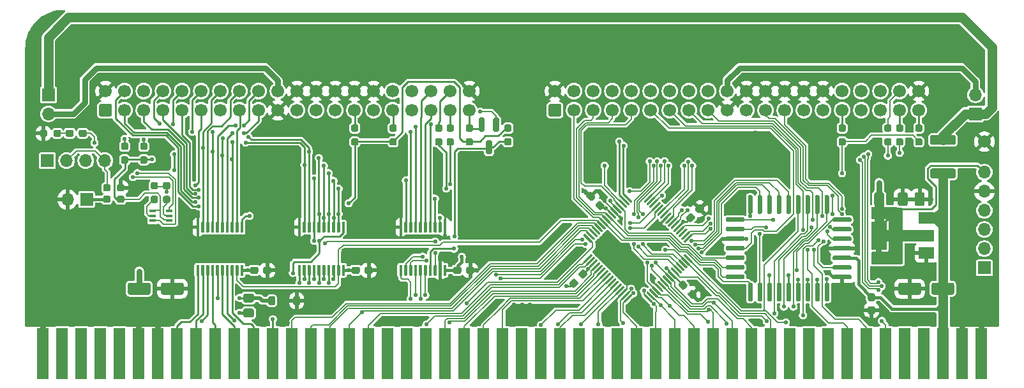
<source format=gtl>
G04 #@! TF.GenerationSoftware,KiCad,Pcbnew,9.0.1+1*
G04 #@! TF.CreationDate,2025-09-01T10:11:47+00:00*
G04 #@! TF.ProjectId,RIPPLE,52495050-4c45-42e6-9b69-6361645f7063,rev?*
G04 #@! TF.SameCoordinates,Original*
G04 #@! TF.FileFunction,Copper,L1,Top*
G04 #@! TF.FilePolarity,Positive*
%FSLAX46Y46*%
G04 Gerber Fmt 4.6, Leading zero omitted, Abs format (unit mm)*
G04 Created by KiCad (PCBNEW 9.0.1+1) date 2025-09-01 10:11:47*
%MOMM*%
%LPD*%
G01*
G04 APERTURE LIST*
G04 #@! TA.AperFunction,ComponentPad*
%ADD10R,1.700000X1.700000*%
G04 #@! TD*
G04 #@! TA.AperFunction,ComponentPad*
%ADD11O,1.700000X1.700000*%
G04 #@! TD*
G04 #@! TA.AperFunction,ComponentPad*
%ADD12C,1.700000*%
G04 #@! TD*
G04 #@! TA.AperFunction,SMDPad,CuDef*
%ADD13R,0.899000X0.400000*%
G04 #@! TD*
G04 #@! TA.AperFunction,SMDPad,CuDef*
%ADD14R,2.000000X1.500000*%
G04 #@! TD*
G04 #@! TA.AperFunction,SMDPad,CuDef*
%ADD15R,2.000000X3.800000*%
G04 #@! TD*
G04 #@! TA.AperFunction,ConnectorPad*
%ADD16R,1.524000X6.754000*%
G04 #@! TD*
G04 #@! TA.AperFunction,ViaPad*
%ADD17C,0.558800*%
G04 #@! TD*
G04 #@! TA.AperFunction,Conductor*
%ADD18C,0.203200*%
G04 #@! TD*
G04 #@! TA.AperFunction,Conductor*
%ADD19C,0.762000*%
G04 #@! TD*
G04 #@! TA.AperFunction,Conductor*
%ADD20C,0.127000*%
G04 #@! TD*
G04 #@! TA.AperFunction,Conductor*
%ADD21C,0.254000*%
G04 #@! TD*
G04 #@! TA.AperFunction,Conductor*
%ADD22C,0.381000*%
G04 #@! TD*
G04 #@! TA.AperFunction,Conductor*
%ADD23C,0.508000*%
G04 #@! TD*
G04 #@! TA.AperFunction,Conductor*
%ADD24C,1.270000*%
G04 #@! TD*
G04 #@! TA.AperFunction,Conductor*
%ADD25C,0.177800*%
G04 #@! TD*
G04 #@! TA.AperFunction,Conductor*
%ADD26C,1.524000*%
G04 #@! TD*
G04 APERTURE END LIST*
D10*
X8166372Y24774945D03*
D11*
X5626372Y24774945D03*
G04 #@! TA.AperFunction,SMDPad,CuDef*
G36*
G01*
X114202472Y34734745D02*
X114677472Y34734745D01*
G75*
G02*
X114914972Y34497245I0J-237500D01*
G01*
X114914972Y33997245D01*
G75*
G02*
X114677472Y33759745I-237500J0D01*
G01*
X114202472Y33759745D01*
G75*
G02*
X113964972Y33997245I0J237500D01*
G01*
X113964972Y34497245D01*
G75*
G02*
X114202472Y34734745I237500J0D01*
G01*
G37*
G04 #@! TD.AperFunction*
G04 #@! TA.AperFunction,SMDPad,CuDef*
G36*
G01*
X114202472Y32909745D02*
X114677472Y32909745D01*
G75*
G02*
X114914972Y32672245I0J-237500D01*
G01*
X114914972Y32172245D01*
G75*
G02*
X114677472Y31934745I-237500J0D01*
G01*
X114202472Y31934745D01*
G75*
G02*
X113964972Y32172245I0J237500D01*
G01*
X113964972Y32672245D01*
G75*
G02*
X114202472Y32909745I237500J0D01*
G01*
G37*
G04 #@! TD.AperFunction*
G04 #@! TA.AperFunction,SMDPad,CuDef*
G36*
G01*
X58703472Y34734745D02*
X59178472Y34734745D01*
G75*
G02*
X59415972Y34497245I0J-237500D01*
G01*
X59415972Y33997245D01*
G75*
G02*
X59178472Y33759745I-237500J0D01*
G01*
X58703472Y33759745D01*
G75*
G02*
X58465972Y33997245I0J237500D01*
G01*
X58465972Y34497245D01*
G75*
G02*
X58703472Y34734745I237500J0D01*
G01*
G37*
G04 #@! TD.AperFunction*
G04 #@! TA.AperFunction,SMDPad,CuDef*
G36*
G01*
X58703472Y32909745D02*
X59178472Y32909745D01*
G75*
G02*
X59415972Y32672245I0J-237500D01*
G01*
X59415972Y32172245D01*
G75*
G02*
X59178472Y31934745I-237500J0D01*
G01*
X58703472Y31934745D01*
G75*
G02*
X58465972Y32172245I0J237500D01*
G01*
X58465972Y32672245D01*
G75*
G02*
X58703472Y32909745I237500J0D01*
G01*
G37*
G04 #@! TD.AperFunction*
G04 #@! TA.AperFunction,SMDPad,CuDef*
G36*
G01*
X112628354Y24161747D02*
X112628354Y25461747D01*
G75*
G02*
X112878354Y25711747I250000J0D01*
G01*
X113703354Y25711747D01*
G75*
G02*
X113953354Y25461747I0J-250000D01*
G01*
X113953354Y24161747D01*
G75*
G02*
X113703354Y23911747I-250000J0D01*
G01*
X112878354Y23911747D01*
G75*
G02*
X112628354Y24161747I0J250000D01*
G01*
G37*
G04 #@! TD.AperFunction*
G04 #@! TA.AperFunction,SMDPad,CuDef*
G36*
G01*
X115753354Y24161747D02*
X115753354Y25461747D01*
G75*
G02*
X116003354Y25711747I250000J0D01*
G01*
X116828354Y25711747D01*
G75*
G02*
X117078354Y25461747I0J-250000D01*
G01*
X117078354Y24161747D01*
G75*
G02*
X116828354Y23911747I-250000J0D01*
G01*
X116003354Y23911747D01*
G75*
G02*
X115753354Y24161747I0J250000D01*
G01*
G37*
G04 #@! TD.AperFunction*
G04 #@! TA.AperFunction,SMDPad,CuDef*
G36*
G01*
X48581300Y34734745D02*
X49056300Y34734745D01*
G75*
G02*
X49293800Y34497245I0J-237500D01*
G01*
X49293800Y33997245D01*
G75*
G02*
X49056300Y33759745I-237500J0D01*
G01*
X48581300Y33759745D01*
G75*
G02*
X48343800Y33997245I0J237500D01*
G01*
X48343800Y34497245D01*
G75*
G02*
X48581300Y34734745I237500J0D01*
G01*
G37*
G04 #@! TD.AperFunction*
G04 #@! TA.AperFunction,SMDPad,CuDef*
G36*
G01*
X48581300Y32909745D02*
X49056300Y32909745D01*
G75*
G02*
X49293800Y32672245I0J-237500D01*
G01*
X49293800Y32172245D01*
G75*
G02*
X49056300Y31934745I-237500J0D01*
G01*
X48581300Y31934745D01*
G75*
G02*
X48343800Y32172245I0J237500D01*
G01*
X48343800Y32672245D01*
G75*
G02*
X48581300Y32909745I237500J0D01*
G01*
G37*
G04 #@! TD.AperFunction*
G04 #@! TA.AperFunction,SMDPad,CuDef*
G36*
G01*
X56638472Y31934745D02*
X56163472Y31934745D01*
G75*
G02*
X55925972Y32172245I0J237500D01*
G01*
X55925972Y32672245D01*
G75*
G02*
X56163472Y32909745I237500J0D01*
G01*
X56638472Y32909745D01*
G75*
G02*
X56875972Y32672245I0J-237500D01*
G01*
X56875972Y32172245D01*
G75*
G02*
X56638472Y31934745I-237500J0D01*
G01*
G37*
G04 #@! TD.AperFunction*
G04 #@! TA.AperFunction,SMDPad,CuDef*
G36*
G01*
X56638472Y33759745D02*
X56163472Y33759745D01*
G75*
G02*
X55925972Y33997245I0J237500D01*
G01*
X55925972Y34497245D01*
G75*
G02*
X56163472Y34734745I237500J0D01*
G01*
X56638472Y34734745D01*
G75*
G02*
X56875972Y34497245I0J-237500D01*
G01*
X56875972Y33997245D01*
G75*
G02*
X56638472Y33759745I-237500J0D01*
G01*
G37*
G04 #@! TD.AperFunction*
D10*
X2984772Y29925946D03*
D11*
X5524772Y29925946D03*
X8064772Y29925946D03*
X10604772Y29925946D03*
G04 #@! TA.AperFunction,SMDPad,CuDef*
G36*
G01*
X56786972Y15114045D02*
X56786972Y15589045D01*
G75*
G02*
X57024472Y15826545I237500J0D01*
G01*
X57624472Y15826545D01*
G75*
G02*
X57861972Y15589045I0J-237500D01*
G01*
X57861972Y15114045D01*
G75*
G02*
X57624472Y14876545I-237500J0D01*
G01*
X57024472Y14876545D01*
G75*
G02*
X56786972Y15114045I0J237500D01*
G01*
G37*
G04 #@! TD.AperFunction*
G04 #@! TA.AperFunction,SMDPad,CuDef*
G36*
G01*
X58511972Y15114045D02*
X58511972Y15589045D01*
G75*
G02*
X58749472Y15826545I237500J0D01*
G01*
X59349472Y15826545D01*
G75*
G02*
X59586972Y15589045I0J-237500D01*
G01*
X59586972Y15114045D01*
G75*
G02*
X59349472Y14876545I-237500J0D01*
G01*
X58749472Y14876545D01*
G75*
G02*
X58511972Y15114045I0J237500D01*
G01*
G37*
G04 #@! TD.AperFunction*
G04 #@! TA.AperFunction,ComponentPad*
G36*
G01*
X11280972Y35785845D02*
X10080972Y35785845D01*
G75*
G02*
X9830972Y36035845I0J250000D01*
G01*
X9830972Y37235845D01*
G75*
G02*
X10080972Y37485845I250000J0D01*
G01*
X11280972Y37485845D01*
G75*
G02*
X11530972Y37235845I0J-250000D01*
G01*
X11530972Y36035845D01*
G75*
G02*
X11280972Y35785845I-250000J0D01*
G01*
G37*
G04 #@! TD.AperFunction*
D12*
X10680972Y39175845D03*
X13220972Y36635845D03*
X13220972Y39175845D03*
X15760972Y36635845D03*
X15760972Y39175845D03*
X18300972Y36635845D03*
X18300972Y39175845D03*
X20840972Y36635845D03*
X20840972Y39175845D03*
X23380972Y36635845D03*
X23380972Y39175845D03*
X25920972Y36635845D03*
X25920972Y39175845D03*
X28460972Y36635845D03*
X28460972Y39175845D03*
X31000972Y36635845D03*
X31000972Y39175845D03*
X33540972Y36635845D03*
X33540972Y39175845D03*
X36080972Y36635845D03*
X36080972Y39175845D03*
X38620972Y36635845D03*
X38620972Y39175845D03*
X41160972Y36635845D03*
X41160972Y39175845D03*
X43700972Y36635845D03*
X43700972Y39175845D03*
X46240972Y36635845D03*
X46240972Y39175845D03*
X48780972Y36635845D03*
X48780972Y39175845D03*
X51320972Y36635845D03*
X51320972Y39175845D03*
X53860972Y36635845D03*
X53860972Y39175845D03*
X56400972Y36635845D03*
X56400972Y39175845D03*
X58940972Y36635845D03*
X58940972Y39175845D03*
D13*
X16962272Y23240547D03*
X16962272Y22590547D03*
X16962272Y21940547D03*
X19111272Y21940547D03*
X19111272Y22590547D03*
X19111272Y23240547D03*
G04 #@! TA.AperFunction,SMDPad,CuDef*
G36*
G01*
X118308300Y34734745D02*
X118783300Y34734745D01*
G75*
G02*
X119020800Y34497245I0J-237500D01*
G01*
X119020800Y33997245D01*
G75*
G02*
X118783300Y33759745I-237500J0D01*
G01*
X118308300Y33759745D01*
G75*
G02*
X118070800Y33997245I0J237500D01*
G01*
X118070800Y34497245D01*
G75*
G02*
X118308300Y34734745I237500J0D01*
G01*
G37*
G04 #@! TD.AperFunction*
G04 #@! TA.AperFunction,SMDPad,CuDef*
G36*
G01*
X118308300Y32909745D02*
X118783300Y32909745D01*
G75*
G02*
X119020800Y32672245I0J-237500D01*
G01*
X119020800Y32172245D01*
G75*
G02*
X118783300Y31934745I-237500J0D01*
G01*
X118308300Y31934745D01*
G75*
G02*
X118070800Y32172245I0J237500D01*
G01*
X118070800Y32672245D01*
G75*
G02*
X118308300Y32909745I237500J0D01*
G01*
G37*
G04 #@! TD.AperFunction*
G04 #@! TA.AperFunction,SMDPad,CuDef*
G36*
G01*
X15530454Y32321747D02*
X16005454Y32321747D01*
G75*
G02*
X16242954Y32084247I0J-237500D01*
G01*
X16242954Y31584247D01*
G75*
G02*
X16005454Y31346747I-237500J0D01*
G01*
X15530454Y31346747D01*
G75*
G02*
X15292954Y31584247I0J237500D01*
G01*
X15292954Y32084247D01*
G75*
G02*
X15530454Y32321747I237500J0D01*
G01*
G37*
G04 #@! TD.AperFunction*
G04 #@! TA.AperFunction,SMDPad,CuDef*
G36*
G01*
X15530454Y30496747D02*
X16005454Y30496747D01*
G75*
G02*
X16242954Y30259247I0J-237500D01*
G01*
X16242954Y29759247D01*
G75*
G02*
X16005454Y29521747I-237500J0D01*
G01*
X15530454Y29521747D01*
G75*
G02*
X15292954Y29759247I0J237500D01*
G01*
X15292954Y30259247D01*
G75*
G02*
X15530454Y30496747I237500J0D01*
G01*
G37*
G04 #@! TD.AperFunction*
G04 #@! TA.AperFunction,SMDPad,CuDef*
G36*
G01*
X108148300Y34734745D02*
X108623300Y34734745D01*
G75*
G02*
X108860800Y34497245I0J-237500D01*
G01*
X108860800Y33997245D01*
G75*
G02*
X108623300Y33759745I-237500J0D01*
G01*
X108148300Y33759745D01*
G75*
G02*
X107910800Y33997245I0J237500D01*
G01*
X107910800Y34497245D01*
G75*
G02*
X108148300Y34734745I237500J0D01*
G01*
G37*
G04 #@! TD.AperFunction*
G04 #@! TA.AperFunction,SMDPad,CuDef*
G36*
G01*
X108148300Y32909745D02*
X108623300Y32909745D01*
G75*
G02*
X108860800Y32672245I0J-237500D01*
G01*
X108860800Y32172245D01*
G75*
G02*
X108623300Y31934745I-237500J0D01*
G01*
X108148300Y31934745D01*
G75*
G02*
X107910800Y32172245I0J237500D01*
G01*
X107910800Y32672245D01*
G75*
G02*
X108148300Y32909745I237500J0D01*
G01*
G37*
G04 #@! TD.AperFunction*
G04 #@! TA.AperFunction,SMDPad,CuDef*
G36*
G01*
X1965772Y33320646D02*
X1965772Y33795646D01*
G75*
G02*
X2203272Y34033146I237500J0D01*
G01*
X2703272Y34033146D01*
G75*
G02*
X2940772Y33795646I0J-237500D01*
G01*
X2940772Y33320646D01*
G75*
G02*
X2703272Y33083146I-237500J0D01*
G01*
X2203272Y33083146D01*
G75*
G02*
X1965772Y33320646I0J237500D01*
G01*
G37*
G04 #@! TD.AperFunction*
G04 #@! TA.AperFunction,SMDPad,CuDef*
G36*
G01*
X3790772Y33320646D02*
X3790772Y33795646D01*
G75*
G02*
X4028272Y34033146I237500J0D01*
G01*
X4528272Y34033146D01*
G75*
G02*
X4765772Y33795646I0J-237500D01*
G01*
X4765772Y33320646D01*
G75*
G02*
X4528272Y33083146I-237500J0D01*
G01*
X4028272Y33083146D01*
G75*
G02*
X3790772Y33320646I0J237500D01*
G01*
G37*
G04 #@! TD.AperFunction*
G04 #@! TA.AperFunction,ComponentPad*
G36*
G01*
X70885800Y35785845D02*
X69685800Y35785845D01*
G75*
G02*
X69435800Y36035845I0J250000D01*
G01*
X69435800Y37235845D01*
G75*
G02*
X69685800Y37485845I250000J0D01*
G01*
X70885800Y37485845D01*
G75*
G02*
X71135800Y37235845I0J-250000D01*
G01*
X71135800Y36035845D01*
G75*
G02*
X70885800Y35785845I-250000J0D01*
G01*
G37*
G04 #@! TD.AperFunction*
D12*
X70285800Y39175845D03*
X72825800Y36635845D03*
X72825800Y39175845D03*
X75365800Y36635845D03*
X75365800Y39175845D03*
X77905800Y36635845D03*
X77905800Y39175845D03*
X80445800Y36635845D03*
X80445800Y39175845D03*
X82985800Y36635845D03*
X82985800Y39175845D03*
X85525800Y36635845D03*
X85525800Y39175845D03*
X88065800Y36635845D03*
X88065800Y39175845D03*
X90605800Y36635845D03*
X90605800Y39175845D03*
X93145800Y36635845D03*
X93145800Y39175845D03*
X95685800Y36635845D03*
X95685800Y39175845D03*
X98225800Y36635845D03*
X98225800Y39175845D03*
X100765800Y36635845D03*
X100765800Y39175845D03*
X103305800Y36635845D03*
X103305800Y39175845D03*
X105845800Y36635845D03*
X105845800Y39175845D03*
X108385800Y36635845D03*
X108385800Y39175845D03*
X110925800Y36635845D03*
X110925800Y39175845D03*
X113465800Y36635845D03*
X113465800Y39175845D03*
X116005800Y36635845D03*
X116005800Y39175845D03*
X118545800Y36635845D03*
X118545800Y39175845D03*
G04 #@! TA.AperFunction,SMDPad,CuDef*
G36*
G01*
X28673772Y21814045D02*
X28873772Y21814045D01*
G75*
G02*
X28973772Y21714045I0J-100000D01*
G01*
X28973772Y20439045D01*
G75*
G02*
X28873772Y20339045I-100000J0D01*
G01*
X28673772Y20339045D01*
G75*
G02*
X28573772Y20439045I0J100000D01*
G01*
X28573772Y21714045D01*
G75*
G02*
X28673772Y21814045I100000J0D01*
G01*
G37*
G04 #@! TD.AperFunction*
G04 #@! TA.AperFunction,SMDPad,CuDef*
G36*
G01*
X28023772Y21814045D02*
X28223772Y21814045D01*
G75*
G02*
X28323772Y21714045I0J-100000D01*
G01*
X28323772Y20439045D01*
G75*
G02*
X28223772Y20339045I-100000J0D01*
G01*
X28023772Y20339045D01*
G75*
G02*
X27923772Y20439045I0J100000D01*
G01*
X27923772Y21714045D01*
G75*
G02*
X28023772Y21814045I100000J0D01*
G01*
G37*
G04 #@! TD.AperFunction*
G04 #@! TA.AperFunction,SMDPad,CuDef*
G36*
G01*
X27373772Y21814045D02*
X27573772Y21814045D01*
G75*
G02*
X27673772Y21714045I0J-100000D01*
G01*
X27673772Y20439045D01*
G75*
G02*
X27573772Y20339045I-100000J0D01*
G01*
X27373772Y20339045D01*
G75*
G02*
X27273772Y20439045I0J100000D01*
G01*
X27273772Y21714045D01*
G75*
G02*
X27373772Y21814045I100000J0D01*
G01*
G37*
G04 #@! TD.AperFunction*
G04 #@! TA.AperFunction,SMDPad,CuDef*
G36*
G01*
X26723772Y21814045D02*
X26923772Y21814045D01*
G75*
G02*
X27023772Y21714045I0J-100000D01*
G01*
X27023772Y20439045D01*
G75*
G02*
X26923772Y20339045I-100000J0D01*
G01*
X26723772Y20339045D01*
G75*
G02*
X26623772Y20439045I0J100000D01*
G01*
X26623772Y21714045D01*
G75*
G02*
X26723772Y21814045I100000J0D01*
G01*
G37*
G04 #@! TD.AperFunction*
G04 #@! TA.AperFunction,SMDPad,CuDef*
G36*
G01*
X26073772Y21814045D02*
X26273772Y21814045D01*
G75*
G02*
X26373772Y21714045I0J-100000D01*
G01*
X26373772Y20439045D01*
G75*
G02*
X26273772Y20339045I-100000J0D01*
G01*
X26073772Y20339045D01*
G75*
G02*
X25973772Y20439045I0J100000D01*
G01*
X25973772Y21714045D01*
G75*
G02*
X26073772Y21814045I100000J0D01*
G01*
G37*
G04 #@! TD.AperFunction*
G04 #@! TA.AperFunction,SMDPad,CuDef*
G36*
G01*
X25423772Y21814045D02*
X25623772Y21814045D01*
G75*
G02*
X25723772Y21714045I0J-100000D01*
G01*
X25723772Y20439045D01*
G75*
G02*
X25623772Y20339045I-100000J0D01*
G01*
X25423772Y20339045D01*
G75*
G02*
X25323772Y20439045I0J100000D01*
G01*
X25323772Y21714045D01*
G75*
G02*
X25423772Y21814045I100000J0D01*
G01*
G37*
G04 #@! TD.AperFunction*
G04 #@! TA.AperFunction,SMDPad,CuDef*
G36*
G01*
X24773772Y21814045D02*
X24973772Y21814045D01*
G75*
G02*
X25073772Y21714045I0J-100000D01*
G01*
X25073772Y20439045D01*
G75*
G02*
X24973772Y20339045I-100000J0D01*
G01*
X24773772Y20339045D01*
G75*
G02*
X24673772Y20439045I0J100000D01*
G01*
X24673772Y21714045D01*
G75*
G02*
X24773772Y21814045I100000J0D01*
G01*
G37*
G04 #@! TD.AperFunction*
G04 #@! TA.AperFunction,SMDPad,CuDef*
G36*
G01*
X24123772Y21814045D02*
X24323772Y21814045D01*
G75*
G02*
X24423772Y21714045I0J-100000D01*
G01*
X24423772Y20439045D01*
G75*
G02*
X24323772Y20339045I-100000J0D01*
G01*
X24123772Y20339045D01*
G75*
G02*
X24023772Y20439045I0J100000D01*
G01*
X24023772Y21714045D01*
G75*
G02*
X24123772Y21814045I100000J0D01*
G01*
G37*
G04 #@! TD.AperFunction*
G04 #@! TA.AperFunction,SMDPad,CuDef*
G36*
G01*
X23473772Y21814045D02*
X23673772Y21814045D01*
G75*
G02*
X23773772Y21714045I0J-100000D01*
G01*
X23773772Y20439045D01*
G75*
G02*
X23673772Y20339045I-100000J0D01*
G01*
X23473772Y20339045D01*
G75*
G02*
X23373772Y20439045I0J100000D01*
G01*
X23373772Y21714045D01*
G75*
G02*
X23473772Y21814045I100000J0D01*
G01*
G37*
G04 #@! TD.AperFunction*
G04 #@! TA.AperFunction,SMDPad,CuDef*
G36*
G01*
X22823772Y21814045D02*
X23023772Y21814045D01*
G75*
G02*
X23123772Y21714045I0J-100000D01*
G01*
X23123772Y20439045D01*
G75*
G02*
X23023772Y20339045I-100000J0D01*
G01*
X22823772Y20339045D01*
G75*
G02*
X22723772Y20439045I0J100000D01*
G01*
X22723772Y21714045D01*
G75*
G02*
X22823772Y21814045I100000J0D01*
G01*
G37*
G04 #@! TD.AperFunction*
G04 #@! TA.AperFunction,SMDPad,CuDef*
G36*
G01*
X22823772Y16089045D02*
X23023772Y16089045D01*
G75*
G02*
X23123772Y15989045I0J-100000D01*
G01*
X23123772Y14714045D01*
G75*
G02*
X23023772Y14614045I-100000J0D01*
G01*
X22823772Y14614045D01*
G75*
G02*
X22723772Y14714045I0J100000D01*
G01*
X22723772Y15989045D01*
G75*
G02*
X22823772Y16089045I100000J0D01*
G01*
G37*
G04 #@! TD.AperFunction*
G04 #@! TA.AperFunction,SMDPad,CuDef*
G36*
G01*
X23473772Y16089045D02*
X23673772Y16089045D01*
G75*
G02*
X23773772Y15989045I0J-100000D01*
G01*
X23773772Y14714045D01*
G75*
G02*
X23673772Y14614045I-100000J0D01*
G01*
X23473772Y14614045D01*
G75*
G02*
X23373772Y14714045I0J100000D01*
G01*
X23373772Y15989045D01*
G75*
G02*
X23473772Y16089045I100000J0D01*
G01*
G37*
G04 #@! TD.AperFunction*
G04 #@! TA.AperFunction,SMDPad,CuDef*
G36*
G01*
X24123772Y16089045D02*
X24323772Y16089045D01*
G75*
G02*
X24423772Y15989045I0J-100000D01*
G01*
X24423772Y14714045D01*
G75*
G02*
X24323772Y14614045I-100000J0D01*
G01*
X24123772Y14614045D01*
G75*
G02*
X24023772Y14714045I0J100000D01*
G01*
X24023772Y15989045D01*
G75*
G02*
X24123772Y16089045I100000J0D01*
G01*
G37*
G04 #@! TD.AperFunction*
G04 #@! TA.AperFunction,SMDPad,CuDef*
G36*
G01*
X24773772Y16089045D02*
X24973772Y16089045D01*
G75*
G02*
X25073772Y15989045I0J-100000D01*
G01*
X25073772Y14714045D01*
G75*
G02*
X24973772Y14614045I-100000J0D01*
G01*
X24773772Y14614045D01*
G75*
G02*
X24673772Y14714045I0J100000D01*
G01*
X24673772Y15989045D01*
G75*
G02*
X24773772Y16089045I100000J0D01*
G01*
G37*
G04 #@! TD.AperFunction*
G04 #@! TA.AperFunction,SMDPad,CuDef*
G36*
G01*
X25423772Y16089045D02*
X25623772Y16089045D01*
G75*
G02*
X25723772Y15989045I0J-100000D01*
G01*
X25723772Y14714045D01*
G75*
G02*
X25623772Y14614045I-100000J0D01*
G01*
X25423772Y14614045D01*
G75*
G02*
X25323772Y14714045I0J100000D01*
G01*
X25323772Y15989045D01*
G75*
G02*
X25423772Y16089045I100000J0D01*
G01*
G37*
G04 #@! TD.AperFunction*
G04 #@! TA.AperFunction,SMDPad,CuDef*
G36*
G01*
X26073772Y16089045D02*
X26273772Y16089045D01*
G75*
G02*
X26373772Y15989045I0J-100000D01*
G01*
X26373772Y14714045D01*
G75*
G02*
X26273772Y14614045I-100000J0D01*
G01*
X26073772Y14614045D01*
G75*
G02*
X25973772Y14714045I0J100000D01*
G01*
X25973772Y15989045D01*
G75*
G02*
X26073772Y16089045I100000J0D01*
G01*
G37*
G04 #@! TD.AperFunction*
G04 #@! TA.AperFunction,SMDPad,CuDef*
G36*
G01*
X26723772Y16089045D02*
X26923772Y16089045D01*
G75*
G02*
X27023772Y15989045I0J-100000D01*
G01*
X27023772Y14714045D01*
G75*
G02*
X26923772Y14614045I-100000J0D01*
G01*
X26723772Y14614045D01*
G75*
G02*
X26623772Y14714045I0J100000D01*
G01*
X26623772Y15989045D01*
G75*
G02*
X26723772Y16089045I100000J0D01*
G01*
G37*
G04 #@! TD.AperFunction*
G04 #@! TA.AperFunction,SMDPad,CuDef*
G36*
G01*
X27373772Y16089045D02*
X27573772Y16089045D01*
G75*
G02*
X27673772Y15989045I0J-100000D01*
G01*
X27673772Y14714045D01*
G75*
G02*
X27573772Y14614045I-100000J0D01*
G01*
X27373772Y14614045D01*
G75*
G02*
X27273772Y14714045I0J100000D01*
G01*
X27273772Y15989045D01*
G75*
G02*
X27373772Y16089045I100000J0D01*
G01*
G37*
G04 #@! TD.AperFunction*
G04 #@! TA.AperFunction,SMDPad,CuDef*
G36*
G01*
X28023772Y16089045D02*
X28223772Y16089045D01*
G75*
G02*
X28323772Y15989045I0J-100000D01*
G01*
X28323772Y14714045D01*
G75*
G02*
X28223772Y14614045I-100000J0D01*
G01*
X28023772Y14614045D01*
G75*
G02*
X27923772Y14714045I0J100000D01*
G01*
X27923772Y15989045D01*
G75*
G02*
X28023772Y16089045I100000J0D01*
G01*
G37*
G04 #@! TD.AperFunction*
G04 #@! TA.AperFunction,SMDPad,CuDef*
G36*
G01*
X28673772Y16089045D02*
X28873772Y16089045D01*
G75*
G02*
X28973772Y15989045I0J-100000D01*
G01*
X28973772Y14714045D01*
G75*
G02*
X28873772Y14614045I-100000J0D01*
G01*
X28673772Y14614045D01*
G75*
G02*
X28573772Y14714045I0J100000D01*
G01*
X28573772Y15989045D01*
G75*
G02*
X28673772Y16089045I100000J0D01*
G01*
G37*
G04 #@! TD.AperFunction*
G04 #@! TA.AperFunction,SMDPad,CuDef*
G36*
G01*
X29211754Y12277947D02*
X30111754Y12277947D01*
G75*
G02*
X30361754Y12027947I0J-250000D01*
G01*
X30361754Y11327947D01*
G75*
G02*
X30111754Y11077947I-250000J0D01*
G01*
X29211754Y11077947D01*
G75*
G02*
X28961754Y11327947I0J250000D01*
G01*
X28961754Y12027947D01*
G75*
G02*
X29211754Y12277947I250000J0D01*
G01*
G37*
G04 #@! TD.AperFunction*
G04 #@! TA.AperFunction,SMDPad,CuDef*
G36*
G01*
X29211754Y10277947D02*
X30111754Y10277947D01*
G75*
G02*
X30361754Y10027947I0J-250000D01*
G01*
X30361754Y9327947D01*
G75*
G02*
X30111754Y9077947I-250000J0D01*
G01*
X29211754Y9077947D01*
G75*
G02*
X28961754Y9327947I0J250000D01*
G01*
X28961754Y10027947D01*
G75*
G02*
X29211754Y10277947I250000J0D01*
G01*
G37*
G04 #@! TD.AperFunction*
G04 #@! TA.AperFunction,SMDPad,CuDef*
G36*
G01*
X115768300Y34734745D02*
X116243300Y34734745D01*
G75*
G02*
X116480800Y34497245I0J-237500D01*
G01*
X116480800Y33997245D01*
G75*
G02*
X116243300Y33759745I-237500J0D01*
G01*
X115768300Y33759745D01*
G75*
G02*
X115530800Y33997245I0J237500D01*
G01*
X115530800Y34497245D01*
G75*
G02*
X115768300Y34734745I237500J0D01*
G01*
G37*
G04 #@! TD.AperFunction*
G04 #@! TA.AperFunction,SMDPad,CuDef*
G36*
G01*
X115768300Y32909745D02*
X116243300Y32909745D01*
G75*
G02*
X116480800Y32672245I0J-237500D01*
G01*
X116480800Y32172245D01*
G75*
G02*
X116243300Y31934745I-237500J0D01*
G01*
X115768300Y31934745D01*
G75*
G02*
X115530800Y32172245I0J237500D01*
G01*
X115530800Y32672245D01*
G75*
G02*
X115768300Y32909745I237500J0D01*
G01*
G37*
G04 #@! TD.AperFunction*
G04 #@! TA.AperFunction,SMDPad,CuDef*
G36*
G01*
X64283872Y31934745D02*
X63808872Y31934745D01*
G75*
G02*
X63571372Y32172245I0J237500D01*
G01*
X63571372Y32672245D01*
G75*
G02*
X63808872Y32909745I237500J0D01*
G01*
X64283872Y32909745D01*
G75*
G02*
X64521372Y32672245I0J-237500D01*
G01*
X64521372Y32172245D01*
G75*
G02*
X64283872Y31934745I-237500J0D01*
G01*
G37*
G04 #@! TD.AperFunction*
G04 #@! TA.AperFunction,SMDPad,CuDef*
G36*
G01*
X64283872Y33759745D02*
X63808872Y33759745D01*
G75*
G02*
X63571372Y33997245I0J237500D01*
G01*
X63571372Y34497245D01*
G75*
G02*
X63808872Y34734745I237500J0D01*
G01*
X64283872Y34734745D01*
G75*
G02*
X64521372Y34497245I0J-237500D01*
G01*
X64521372Y33997245D01*
G75*
G02*
X64283872Y33759745I-237500J0D01*
G01*
G37*
G04 #@! TD.AperFunction*
G04 #@! TA.AperFunction,SMDPad,CuDef*
G36*
G01*
X74194271Y16345679D02*
X74088205Y16451745D01*
G75*
G02*
X74088205Y16557811I53033J53033D01*
G01*
X75025121Y17494727D01*
G75*
G02*
X75131187Y17494727I53033J-53033D01*
G01*
X75237253Y17388661D01*
G75*
G02*
X75237253Y17282595I-53033J-53033D01*
G01*
X74300337Y16345679D01*
G75*
G02*
X74194271Y16345679I-53033J53033D01*
G01*
G37*
G04 #@! TD.AperFunction*
G04 #@! TA.AperFunction,SMDPad,CuDef*
G36*
G01*
X74547825Y15992126D02*
X74441759Y16098192D01*
G75*
G02*
X74441759Y16204258I53033J53033D01*
G01*
X75378675Y17141174D01*
G75*
G02*
X75484741Y17141174I53033J-53033D01*
G01*
X75590807Y17035108D01*
G75*
G02*
X75590807Y16929042I-53033J-53033D01*
G01*
X74653891Y15992126D01*
G75*
G02*
X74547825Y15992126I-53033J53033D01*
G01*
G37*
G04 #@! TD.AperFunction*
G04 #@! TA.AperFunction,SMDPad,CuDef*
G36*
G01*
X74901378Y15638572D02*
X74795312Y15744638D01*
G75*
G02*
X74795312Y15850704I53033J53033D01*
G01*
X75732228Y16787620D01*
G75*
G02*
X75838294Y16787620I53033J-53033D01*
G01*
X75944360Y16681554D01*
G75*
G02*
X75944360Y16575488I-53033J-53033D01*
G01*
X75007444Y15638572D01*
G75*
G02*
X74901378Y15638572I-53033J53033D01*
G01*
G37*
G04 #@! TD.AperFunction*
G04 #@! TA.AperFunction,SMDPad,CuDef*
G36*
G01*
X75254932Y15285019D02*
X75148866Y15391085D01*
G75*
G02*
X75148866Y15497151I53033J53033D01*
G01*
X76085782Y16434067D01*
G75*
G02*
X76191848Y16434067I53033J-53033D01*
G01*
X76297914Y16328001D01*
G75*
G02*
X76297914Y16221935I-53033J-53033D01*
G01*
X75360998Y15285019D01*
G75*
G02*
X75254932Y15285019I-53033J53033D01*
G01*
G37*
G04 #@! TD.AperFunction*
G04 #@! TA.AperFunction,SMDPad,CuDef*
G36*
G01*
X75608485Y14931466D02*
X75502419Y15037532D01*
G75*
G02*
X75502419Y15143598I53033J53033D01*
G01*
X76439335Y16080514D01*
G75*
G02*
X76545401Y16080514I53033J-53033D01*
G01*
X76651467Y15974448D01*
G75*
G02*
X76651467Y15868382I-53033J-53033D01*
G01*
X75714551Y14931466D01*
G75*
G02*
X75608485Y14931466I-53033J53033D01*
G01*
G37*
G04 #@! TD.AperFunction*
G04 #@! TA.AperFunction,SMDPad,CuDef*
G36*
G01*
X75962038Y14577912D02*
X75855972Y14683978D01*
G75*
G02*
X75855972Y14790044I53033J53033D01*
G01*
X76792888Y15726960D01*
G75*
G02*
X76898954Y15726960I53033J-53033D01*
G01*
X77005020Y15620894D01*
G75*
G02*
X77005020Y15514828I-53033J-53033D01*
G01*
X76068104Y14577912D01*
G75*
G02*
X75962038Y14577912I-53033J53033D01*
G01*
G37*
G04 #@! TD.AperFunction*
G04 #@! TA.AperFunction,SMDPad,CuDef*
G36*
G01*
X76315592Y14224359D02*
X76209526Y14330425D01*
G75*
G02*
X76209526Y14436491I53033J53033D01*
G01*
X77146442Y15373407D01*
G75*
G02*
X77252508Y15373407I53033J-53033D01*
G01*
X77358574Y15267341D01*
G75*
G02*
X77358574Y15161275I-53033J-53033D01*
G01*
X76421658Y14224359D01*
G75*
G02*
X76315592Y14224359I-53033J53033D01*
G01*
G37*
G04 #@! TD.AperFunction*
G04 #@! TA.AperFunction,SMDPad,CuDef*
G36*
G01*
X76669145Y13870806D02*
X76563079Y13976872D01*
G75*
G02*
X76563079Y14082938I53033J53033D01*
G01*
X77499995Y15019854D01*
G75*
G02*
X77606061Y15019854I53033J-53033D01*
G01*
X77712127Y14913788D01*
G75*
G02*
X77712127Y14807722I-53033J-53033D01*
G01*
X76775211Y13870806D01*
G75*
G02*
X76669145Y13870806I-53033J53033D01*
G01*
G37*
G04 #@! TD.AperFunction*
G04 #@! TA.AperFunction,SMDPad,CuDef*
G36*
G01*
X77022699Y13517252D02*
X76916633Y13623318D01*
G75*
G02*
X76916633Y13729384I53033J53033D01*
G01*
X77853549Y14666300D01*
G75*
G02*
X77959615Y14666300I53033J-53033D01*
G01*
X78065681Y14560234D01*
G75*
G02*
X78065681Y14454168I-53033J-53033D01*
G01*
X77128765Y13517252D01*
G75*
G02*
X77022699Y13517252I-53033J53033D01*
G01*
G37*
G04 #@! TD.AperFunction*
G04 #@! TA.AperFunction,SMDPad,CuDef*
G36*
G01*
X77376252Y13163699D02*
X77270186Y13269765D01*
G75*
G02*
X77270186Y13375831I53033J53033D01*
G01*
X78207102Y14312747D01*
G75*
G02*
X78313168Y14312747I53033J-53033D01*
G01*
X78419234Y14206681D01*
G75*
G02*
X78419234Y14100615I-53033J-53033D01*
G01*
X77482318Y13163699D01*
G75*
G02*
X77376252Y13163699I-53033J53033D01*
G01*
G37*
G04 #@! TD.AperFunction*
G04 #@! TA.AperFunction,SMDPad,CuDef*
G36*
G01*
X77729805Y12810145D02*
X77623739Y12916211D01*
G75*
G02*
X77623739Y13022277I53033J53033D01*
G01*
X78560655Y13959193D01*
G75*
G02*
X78666721Y13959193I53033J-53033D01*
G01*
X78772787Y13853127D01*
G75*
G02*
X78772787Y13747061I-53033J-53033D01*
G01*
X77835871Y12810145D01*
G75*
G02*
X77729805Y12810145I-53033J53033D01*
G01*
G37*
G04 #@! TD.AperFunction*
G04 #@! TA.AperFunction,SMDPad,CuDef*
G36*
G01*
X78083359Y12456592D02*
X77977293Y12562658D01*
G75*
G02*
X77977293Y12668724I53033J53033D01*
G01*
X78914209Y13605640D01*
G75*
G02*
X79020275Y13605640I53033J-53033D01*
G01*
X79126341Y13499574D01*
G75*
G02*
X79126341Y13393508I-53033J-53033D01*
G01*
X78189425Y12456592D01*
G75*
G02*
X78083359Y12456592I-53033J53033D01*
G01*
G37*
G04 #@! TD.AperFunction*
G04 #@! TA.AperFunction,SMDPad,CuDef*
G36*
G01*
X78436912Y12103039D02*
X78330846Y12209105D01*
G75*
G02*
X78330846Y12315171I53033J53033D01*
G01*
X79267762Y13252087D01*
G75*
G02*
X79373828Y13252087I53033J-53033D01*
G01*
X79479894Y13146021D01*
G75*
G02*
X79479894Y13039955I-53033J-53033D01*
G01*
X78542978Y12103039D01*
G75*
G02*
X78436912Y12103039I-53033J53033D01*
G01*
G37*
G04 #@! TD.AperFunction*
G04 #@! TA.AperFunction,SMDPad,CuDef*
G36*
G01*
X78790465Y11749485D02*
X78684399Y11855551D01*
G75*
G02*
X78684399Y11961617I53033J53033D01*
G01*
X79621315Y12898533D01*
G75*
G02*
X79727381Y12898533I53033J-53033D01*
G01*
X79833447Y12792467D01*
G75*
G02*
X79833447Y12686401I-53033J-53033D01*
G01*
X78896531Y11749485D01*
G75*
G02*
X78790465Y11749485I-53033J53033D01*
G01*
G37*
G04 #@! TD.AperFunction*
G04 #@! TA.AperFunction,SMDPad,CuDef*
G36*
G01*
X79144019Y11395932D02*
X79037953Y11501998D01*
G75*
G02*
X79037953Y11608064I53033J53033D01*
G01*
X79974869Y12544980D01*
G75*
G02*
X80080935Y12544980I53033J-53033D01*
G01*
X80187001Y12438914D01*
G75*
G02*
X80187001Y12332848I-53033J-53033D01*
G01*
X79250085Y11395932D01*
G75*
G02*
X79144019Y11395932I-53033J53033D01*
G01*
G37*
G04 #@! TD.AperFunction*
G04 #@! TA.AperFunction,SMDPad,CuDef*
G36*
G01*
X79497572Y11042378D02*
X79391506Y11148444D01*
G75*
G02*
X79391506Y11254510I53033J53033D01*
G01*
X80328422Y12191426D01*
G75*
G02*
X80434488Y12191426I53033J-53033D01*
G01*
X80540554Y12085360D01*
G75*
G02*
X80540554Y11979294I-53033J-53033D01*
G01*
X79603638Y11042378D01*
G75*
G02*
X79497572Y11042378I-53033J53033D01*
G01*
G37*
G04 #@! TD.AperFunction*
G04 #@! TA.AperFunction,SMDPad,CuDef*
G36*
G01*
X83033106Y11042378D02*
X82096190Y11979294D01*
G75*
G02*
X82096190Y12085360I53033J53033D01*
G01*
X82202256Y12191426D01*
G75*
G02*
X82308322Y12191426I53033J-53033D01*
G01*
X83245238Y11254510D01*
G75*
G02*
X83245238Y11148444I-53033J-53033D01*
G01*
X83139172Y11042378D01*
G75*
G02*
X83033106Y11042378I-53033J53033D01*
G01*
G37*
G04 #@! TD.AperFunction*
G04 #@! TA.AperFunction,SMDPad,CuDef*
G36*
G01*
X83386659Y11395932D02*
X82449743Y12332848D01*
G75*
G02*
X82449743Y12438914I53033J53033D01*
G01*
X82555809Y12544980D01*
G75*
G02*
X82661875Y12544980I53033J-53033D01*
G01*
X83598791Y11608064D01*
G75*
G02*
X83598791Y11501998I-53033J-53033D01*
G01*
X83492725Y11395932D01*
G75*
G02*
X83386659Y11395932I-53033J53033D01*
G01*
G37*
G04 #@! TD.AperFunction*
G04 #@! TA.AperFunction,SMDPad,CuDef*
G36*
G01*
X83740213Y11749485D02*
X82803297Y12686401D01*
G75*
G02*
X82803297Y12792467I53033J53033D01*
G01*
X82909363Y12898533D01*
G75*
G02*
X83015429Y12898533I53033J-53033D01*
G01*
X83952345Y11961617D01*
G75*
G02*
X83952345Y11855551I-53033J-53033D01*
G01*
X83846279Y11749485D01*
G75*
G02*
X83740213Y11749485I-53033J53033D01*
G01*
G37*
G04 #@! TD.AperFunction*
G04 #@! TA.AperFunction,SMDPad,CuDef*
G36*
G01*
X84093766Y12103039D02*
X83156850Y13039955D01*
G75*
G02*
X83156850Y13146021I53033J53033D01*
G01*
X83262916Y13252087D01*
G75*
G02*
X83368982Y13252087I53033J-53033D01*
G01*
X84305898Y12315171D01*
G75*
G02*
X84305898Y12209105I-53033J-53033D01*
G01*
X84199832Y12103039D01*
G75*
G02*
X84093766Y12103039I-53033J53033D01*
G01*
G37*
G04 #@! TD.AperFunction*
G04 #@! TA.AperFunction,SMDPad,CuDef*
G36*
G01*
X84447319Y12456592D02*
X83510403Y13393508D01*
G75*
G02*
X83510403Y13499574I53033J53033D01*
G01*
X83616469Y13605640D01*
G75*
G02*
X83722535Y13605640I53033J-53033D01*
G01*
X84659451Y12668724D01*
G75*
G02*
X84659451Y12562658I-53033J-53033D01*
G01*
X84553385Y12456592D01*
G75*
G02*
X84447319Y12456592I-53033J53033D01*
G01*
G37*
G04 #@! TD.AperFunction*
G04 #@! TA.AperFunction,SMDPad,CuDef*
G36*
G01*
X84800873Y12810145D02*
X83863957Y13747061D01*
G75*
G02*
X83863957Y13853127I53033J53033D01*
G01*
X83970023Y13959193D01*
G75*
G02*
X84076089Y13959193I53033J-53033D01*
G01*
X85013005Y13022277D01*
G75*
G02*
X85013005Y12916211I-53033J-53033D01*
G01*
X84906939Y12810145D01*
G75*
G02*
X84800873Y12810145I-53033J53033D01*
G01*
G37*
G04 #@! TD.AperFunction*
G04 #@! TA.AperFunction,SMDPad,CuDef*
G36*
G01*
X85154426Y13163699D02*
X84217510Y14100615D01*
G75*
G02*
X84217510Y14206681I53033J53033D01*
G01*
X84323576Y14312747D01*
G75*
G02*
X84429642Y14312747I53033J-53033D01*
G01*
X85366558Y13375831D01*
G75*
G02*
X85366558Y13269765I-53033J-53033D01*
G01*
X85260492Y13163699D01*
G75*
G02*
X85154426Y13163699I-53033J53033D01*
G01*
G37*
G04 #@! TD.AperFunction*
G04 #@! TA.AperFunction,SMDPad,CuDef*
G36*
G01*
X85507979Y13517252D02*
X84571063Y14454168D01*
G75*
G02*
X84571063Y14560234I53033J53033D01*
G01*
X84677129Y14666300D01*
G75*
G02*
X84783195Y14666300I53033J-53033D01*
G01*
X85720111Y13729384D01*
G75*
G02*
X85720111Y13623318I-53033J-53033D01*
G01*
X85614045Y13517252D01*
G75*
G02*
X85507979Y13517252I-53033J53033D01*
G01*
G37*
G04 #@! TD.AperFunction*
G04 #@! TA.AperFunction,SMDPad,CuDef*
G36*
G01*
X85861533Y13870806D02*
X84924617Y14807722D01*
G75*
G02*
X84924617Y14913788I53033J53033D01*
G01*
X85030683Y15019854D01*
G75*
G02*
X85136749Y15019854I53033J-53033D01*
G01*
X86073665Y14082938D01*
G75*
G02*
X86073665Y13976872I-53033J-53033D01*
G01*
X85967599Y13870806D01*
G75*
G02*
X85861533Y13870806I-53033J53033D01*
G01*
G37*
G04 #@! TD.AperFunction*
G04 #@! TA.AperFunction,SMDPad,CuDef*
G36*
G01*
X86215086Y14224359D02*
X85278170Y15161275D01*
G75*
G02*
X85278170Y15267341I53033J53033D01*
G01*
X85384236Y15373407D01*
G75*
G02*
X85490302Y15373407I53033J-53033D01*
G01*
X86427218Y14436491D01*
G75*
G02*
X86427218Y14330425I-53033J-53033D01*
G01*
X86321152Y14224359D01*
G75*
G02*
X86215086Y14224359I-53033J53033D01*
G01*
G37*
G04 #@! TD.AperFunction*
G04 #@! TA.AperFunction,SMDPad,CuDef*
G36*
G01*
X86568640Y14577912D02*
X85631724Y15514828D01*
G75*
G02*
X85631724Y15620894I53033J53033D01*
G01*
X85737790Y15726960D01*
G75*
G02*
X85843856Y15726960I53033J-53033D01*
G01*
X86780772Y14790044D01*
G75*
G02*
X86780772Y14683978I-53033J-53033D01*
G01*
X86674706Y14577912D01*
G75*
G02*
X86568640Y14577912I-53033J53033D01*
G01*
G37*
G04 #@! TD.AperFunction*
G04 #@! TA.AperFunction,SMDPad,CuDef*
G36*
G01*
X86922193Y14931466D02*
X85985277Y15868382D01*
G75*
G02*
X85985277Y15974448I53033J53033D01*
G01*
X86091343Y16080514D01*
G75*
G02*
X86197409Y16080514I53033J-53033D01*
G01*
X87134325Y15143598D01*
G75*
G02*
X87134325Y15037532I-53033J-53033D01*
G01*
X87028259Y14931466D01*
G75*
G02*
X86922193Y14931466I-53033J53033D01*
G01*
G37*
G04 #@! TD.AperFunction*
G04 #@! TA.AperFunction,SMDPad,CuDef*
G36*
G01*
X87275746Y15285019D02*
X86338830Y16221935D01*
G75*
G02*
X86338830Y16328001I53033J53033D01*
G01*
X86444896Y16434067D01*
G75*
G02*
X86550962Y16434067I53033J-53033D01*
G01*
X87487878Y15497151D01*
G75*
G02*
X87487878Y15391085I-53033J-53033D01*
G01*
X87381812Y15285019D01*
G75*
G02*
X87275746Y15285019I-53033J53033D01*
G01*
G37*
G04 #@! TD.AperFunction*
G04 #@! TA.AperFunction,SMDPad,CuDef*
G36*
G01*
X87629300Y15638572D02*
X86692384Y16575488D01*
G75*
G02*
X86692384Y16681554I53033J53033D01*
G01*
X86798450Y16787620D01*
G75*
G02*
X86904516Y16787620I53033J-53033D01*
G01*
X87841432Y15850704D01*
G75*
G02*
X87841432Y15744638I-53033J-53033D01*
G01*
X87735366Y15638572D01*
G75*
G02*
X87629300Y15638572I-53033J53033D01*
G01*
G37*
G04 #@! TD.AperFunction*
G04 #@! TA.AperFunction,SMDPad,CuDef*
G36*
G01*
X87982853Y15992126D02*
X87045937Y16929042D01*
G75*
G02*
X87045937Y17035108I53033J53033D01*
G01*
X87152003Y17141174D01*
G75*
G02*
X87258069Y17141174I53033J-53033D01*
G01*
X88194985Y16204258D01*
G75*
G02*
X88194985Y16098192I-53033J-53033D01*
G01*
X88088919Y15992126D01*
G75*
G02*
X87982853Y15992126I-53033J53033D01*
G01*
G37*
G04 #@! TD.AperFunction*
G04 #@! TA.AperFunction,SMDPad,CuDef*
G36*
G01*
X88336407Y16345679D02*
X87399491Y17282595D01*
G75*
G02*
X87399491Y17388661I53033J53033D01*
G01*
X87505557Y17494727D01*
G75*
G02*
X87611623Y17494727I53033J-53033D01*
G01*
X88548539Y16557811D01*
G75*
G02*
X88548539Y16451745I-53033J-53033D01*
G01*
X88442473Y16345679D01*
G75*
G02*
X88336407Y16345679I-53033J53033D01*
G01*
G37*
G04 #@! TD.AperFunction*
G04 #@! TA.AperFunction,SMDPad,CuDef*
G36*
G01*
X87505557Y19050363D02*
X87399491Y19156429D01*
G75*
G02*
X87399491Y19262495I53033J53033D01*
G01*
X88336407Y20199411D01*
G75*
G02*
X88442473Y20199411I53033J-53033D01*
G01*
X88548539Y20093345D01*
G75*
G02*
X88548539Y19987279I-53033J-53033D01*
G01*
X87611623Y19050363D01*
G75*
G02*
X87505557Y19050363I-53033J53033D01*
G01*
G37*
G04 #@! TD.AperFunction*
G04 #@! TA.AperFunction,SMDPad,CuDef*
G36*
G01*
X87152003Y19403916D02*
X87045937Y19509982D01*
G75*
G02*
X87045937Y19616048I53033J53033D01*
G01*
X87982853Y20552964D01*
G75*
G02*
X88088919Y20552964I53033J-53033D01*
G01*
X88194985Y20446898D01*
G75*
G02*
X88194985Y20340832I-53033J-53033D01*
G01*
X87258069Y19403916D01*
G75*
G02*
X87152003Y19403916I-53033J53033D01*
G01*
G37*
G04 #@! TD.AperFunction*
G04 #@! TA.AperFunction,SMDPad,CuDef*
G36*
G01*
X86798450Y19757470D02*
X86692384Y19863536D01*
G75*
G02*
X86692384Y19969602I53033J53033D01*
G01*
X87629300Y20906518D01*
G75*
G02*
X87735366Y20906518I53033J-53033D01*
G01*
X87841432Y20800452D01*
G75*
G02*
X87841432Y20694386I-53033J-53033D01*
G01*
X86904516Y19757470D01*
G75*
G02*
X86798450Y19757470I-53033J53033D01*
G01*
G37*
G04 #@! TD.AperFunction*
G04 #@! TA.AperFunction,SMDPad,CuDef*
G36*
G01*
X86444896Y20111023D02*
X86338830Y20217089D01*
G75*
G02*
X86338830Y20323155I53033J53033D01*
G01*
X87275746Y21260071D01*
G75*
G02*
X87381812Y21260071I53033J-53033D01*
G01*
X87487878Y21154005D01*
G75*
G02*
X87487878Y21047939I-53033J-53033D01*
G01*
X86550962Y20111023D01*
G75*
G02*
X86444896Y20111023I-53033J53033D01*
G01*
G37*
G04 #@! TD.AperFunction*
G04 #@! TA.AperFunction,SMDPad,CuDef*
G36*
G01*
X86091343Y20464576D02*
X85985277Y20570642D01*
G75*
G02*
X85985277Y20676708I53033J53033D01*
G01*
X86922193Y21613624D01*
G75*
G02*
X87028259Y21613624I53033J-53033D01*
G01*
X87134325Y21507558D01*
G75*
G02*
X87134325Y21401492I-53033J-53033D01*
G01*
X86197409Y20464576D01*
G75*
G02*
X86091343Y20464576I-53033J53033D01*
G01*
G37*
G04 #@! TD.AperFunction*
G04 #@! TA.AperFunction,SMDPad,CuDef*
G36*
G01*
X85737790Y20818130D02*
X85631724Y20924196D01*
G75*
G02*
X85631724Y21030262I53033J53033D01*
G01*
X86568640Y21967178D01*
G75*
G02*
X86674706Y21967178I53033J-53033D01*
G01*
X86780772Y21861112D01*
G75*
G02*
X86780772Y21755046I-53033J-53033D01*
G01*
X85843856Y20818130D01*
G75*
G02*
X85737790Y20818130I-53033J53033D01*
G01*
G37*
G04 #@! TD.AperFunction*
G04 #@! TA.AperFunction,SMDPad,CuDef*
G36*
G01*
X85384236Y21171683D02*
X85278170Y21277749D01*
G75*
G02*
X85278170Y21383815I53033J53033D01*
G01*
X86215086Y22320731D01*
G75*
G02*
X86321152Y22320731I53033J-53033D01*
G01*
X86427218Y22214665D01*
G75*
G02*
X86427218Y22108599I-53033J-53033D01*
G01*
X85490302Y21171683D01*
G75*
G02*
X85384236Y21171683I-53033J53033D01*
G01*
G37*
G04 #@! TD.AperFunction*
G04 #@! TA.AperFunction,SMDPad,CuDef*
G36*
G01*
X85030683Y21525236D02*
X84924617Y21631302D01*
G75*
G02*
X84924617Y21737368I53033J53033D01*
G01*
X85861533Y22674284D01*
G75*
G02*
X85967599Y22674284I53033J-53033D01*
G01*
X86073665Y22568218D01*
G75*
G02*
X86073665Y22462152I-53033J-53033D01*
G01*
X85136749Y21525236D01*
G75*
G02*
X85030683Y21525236I-53033J53033D01*
G01*
G37*
G04 #@! TD.AperFunction*
G04 #@! TA.AperFunction,SMDPad,CuDef*
G36*
G01*
X84677129Y21878790D02*
X84571063Y21984856D01*
G75*
G02*
X84571063Y22090922I53033J53033D01*
G01*
X85507979Y23027838D01*
G75*
G02*
X85614045Y23027838I53033J-53033D01*
G01*
X85720111Y22921772D01*
G75*
G02*
X85720111Y22815706I-53033J-53033D01*
G01*
X84783195Y21878790D01*
G75*
G02*
X84677129Y21878790I-53033J53033D01*
G01*
G37*
G04 #@! TD.AperFunction*
G04 #@! TA.AperFunction,SMDPad,CuDef*
G36*
G01*
X84323576Y22232343D02*
X84217510Y22338409D01*
G75*
G02*
X84217510Y22444475I53033J53033D01*
G01*
X85154426Y23381391D01*
G75*
G02*
X85260492Y23381391I53033J-53033D01*
G01*
X85366558Y23275325D01*
G75*
G02*
X85366558Y23169259I-53033J-53033D01*
G01*
X84429642Y22232343D01*
G75*
G02*
X84323576Y22232343I-53033J53033D01*
G01*
G37*
G04 #@! TD.AperFunction*
G04 #@! TA.AperFunction,SMDPad,CuDef*
G36*
G01*
X83970023Y22585897D02*
X83863957Y22691963D01*
G75*
G02*
X83863957Y22798029I53033J53033D01*
G01*
X84800873Y23734945D01*
G75*
G02*
X84906939Y23734945I53033J-53033D01*
G01*
X85013005Y23628879D01*
G75*
G02*
X85013005Y23522813I-53033J-53033D01*
G01*
X84076089Y22585897D01*
G75*
G02*
X83970023Y22585897I-53033J53033D01*
G01*
G37*
G04 #@! TD.AperFunction*
G04 #@! TA.AperFunction,SMDPad,CuDef*
G36*
G01*
X83616469Y22939450D02*
X83510403Y23045516D01*
G75*
G02*
X83510403Y23151582I53033J53033D01*
G01*
X84447319Y24088498D01*
G75*
G02*
X84553385Y24088498I53033J-53033D01*
G01*
X84659451Y23982432D01*
G75*
G02*
X84659451Y23876366I-53033J-53033D01*
G01*
X83722535Y22939450D01*
G75*
G02*
X83616469Y22939450I-53033J53033D01*
G01*
G37*
G04 #@! TD.AperFunction*
G04 #@! TA.AperFunction,SMDPad,CuDef*
G36*
G01*
X83262916Y23293003D02*
X83156850Y23399069D01*
G75*
G02*
X83156850Y23505135I53033J53033D01*
G01*
X84093766Y24442051D01*
G75*
G02*
X84199832Y24442051I53033J-53033D01*
G01*
X84305898Y24335985D01*
G75*
G02*
X84305898Y24229919I-53033J-53033D01*
G01*
X83368982Y23293003D01*
G75*
G02*
X83262916Y23293003I-53033J53033D01*
G01*
G37*
G04 #@! TD.AperFunction*
G04 #@! TA.AperFunction,SMDPad,CuDef*
G36*
G01*
X82909363Y23646557D02*
X82803297Y23752623D01*
G75*
G02*
X82803297Y23858689I53033J53033D01*
G01*
X83740213Y24795605D01*
G75*
G02*
X83846279Y24795605I53033J-53033D01*
G01*
X83952345Y24689539D01*
G75*
G02*
X83952345Y24583473I-53033J-53033D01*
G01*
X83015429Y23646557D01*
G75*
G02*
X82909363Y23646557I-53033J53033D01*
G01*
G37*
G04 #@! TD.AperFunction*
G04 #@! TA.AperFunction,SMDPad,CuDef*
G36*
G01*
X82555809Y24000110D02*
X82449743Y24106176D01*
G75*
G02*
X82449743Y24212242I53033J53033D01*
G01*
X83386659Y25149158D01*
G75*
G02*
X83492725Y25149158I53033J-53033D01*
G01*
X83598791Y25043092D01*
G75*
G02*
X83598791Y24937026I-53033J-53033D01*
G01*
X82661875Y24000110D01*
G75*
G02*
X82555809Y24000110I-53033J53033D01*
G01*
G37*
G04 #@! TD.AperFunction*
G04 #@! TA.AperFunction,SMDPad,CuDef*
G36*
G01*
X82202256Y24353664D02*
X82096190Y24459730D01*
G75*
G02*
X82096190Y24565796I53033J53033D01*
G01*
X83033106Y25502712D01*
G75*
G02*
X83139172Y25502712I53033J-53033D01*
G01*
X83245238Y25396646D01*
G75*
G02*
X83245238Y25290580I-53033J-53033D01*
G01*
X82308322Y24353664D01*
G75*
G02*
X82202256Y24353664I-53033J53033D01*
G01*
G37*
G04 #@! TD.AperFunction*
G04 #@! TA.AperFunction,SMDPad,CuDef*
G36*
G01*
X80328422Y24353664D02*
X79391506Y25290580D01*
G75*
G02*
X79391506Y25396646I53033J53033D01*
G01*
X79497572Y25502712D01*
G75*
G02*
X79603638Y25502712I53033J-53033D01*
G01*
X80540554Y24565796D01*
G75*
G02*
X80540554Y24459730I-53033J-53033D01*
G01*
X80434488Y24353664D01*
G75*
G02*
X80328422Y24353664I-53033J53033D01*
G01*
G37*
G04 #@! TD.AperFunction*
G04 #@! TA.AperFunction,SMDPad,CuDef*
G36*
G01*
X79974869Y24000110D02*
X79037953Y24937026D01*
G75*
G02*
X79037953Y25043092I53033J53033D01*
G01*
X79144019Y25149158D01*
G75*
G02*
X79250085Y25149158I53033J-53033D01*
G01*
X80187001Y24212242D01*
G75*
G02*
X80187001Y24106176I-53033J-53033D01*
G01*
X80080935Y24000110D01*
G75*
G02*
X79974869Y24000110I-53033J53033D01*
G01*
G37*
G04 #@! TD.AperFunction*
G04 #@! TA.AperFunction,SMDPad,CuDef*
G36*
G01*
X79621315Y23646557D02*
X78684399Y24583473D01*
G75*
G02*
X78684399Y24689539I53033J53033D01*
G01*
X78790465Y24795605D01*
G75*
G02*
X78896531Y24795605I53033J-53033D01*
G01*
X79833447Y23858689D01*
G75*
G02*
X79833447Y23752623I-53033J-53033D01*
G01*
X79727381Y23646557D01*
G75*
G02*
X79621315Y23646557I-53033J53033D01*
G01*
G37*
G04 #@! TD.AperFunction*
G04 #@! TA.AperFunction,SMDPad,CuDef*
G36*
G01*
X79267762Y23293003D02*
X78330846Y24229919D01*
G75*
G02*
X78330846Y24335985I53033J53033D01*
G01*
X78436912Y24442051D01*
G75*
G02*
X78542978Y24442051I53033J-53033D01*
G01*
X79479894Y23505135D01*
G75*
G02*
X79479894Y23399069I-53033J-53033D01*
G01*
X79373828Y23293003D01*
G75*
G02*
X79267762Y23293003I-53033J53033D01*
G01*
G37*
G04 #@! TD.AperFunction*
G04 #@! TA.AperFunction,SMDPad,CuDef*
G36*
G01*
X78914209Y22939450D02*
X77977293Y23876366D01*
G75*
G02*
X77977293Y23982432I53033J53033D01*
G01*
X78083359Y24088498D01*
G75*
G02*
X78189425Y24088498I53033J-53033D01*
G01*
X79126341Y23151582D01*
G75*
G02*
X79126341Y23045516I-53033J-53033D01*
G01*
X79020275Y22939450D01*
G75*
G02*
X78914209Y22939450I-53033J53033D01*
G01*
G37*
G04 #@! TD.AperFunction*
G04 #@! TA.AperFunction,SMDPad,CuDef*
G36*
G01*
X78560655Y22585897D02*
X77623739Y23522813D01*
G75*
G02*
X77623739Y23628879I53033J53033D01*
G01*
X77729805Y23734945D01*
G75*
G02*
X77835871Y23734945I53033J-53033D01*
G01*
X78772787Y22798029D01*
G75*
G02*
X78772787Y22691963I-53033J-53033D01*
G01*
X78666721Y22585897D01*
G75*
G02*
X78560655Y22585897I-53033J53033D01*
G01*
G37*
G04 #@! TD.AperFunction*
G04 #@! TA.AperFunction,SMDPad,CuDef*
G36*
G01*
X78207102Y22232343D02*
X77270186Y23169259D01*
G75*
G02*
X77270186Y23275325I53033J53033D01*
G01*
X77376252Y23381391D01*
G75*
G02*
X77482318Y23381391I53033J-53033D01*
G01*
X78419234Y22444475D01*
G75*
G02*
X78419234Y22338409I-53033J-53033D01*
G01*
X78313168Y22232343D01*
G75*
G02*
X78207102Y22232343I-53033J53033D01*
G01*
G37*
G04 #@! TD.AperFunction*
G04 #@! TA.AperFunction,SMDPad,CuDef*
G36*
G01*
X77853549Y21878790D02*
X76916633Y22815706D01*
G75*
G02*
X76916633Y22921772I53033J53033D01*
G01*
X77022699Y23027838D01*
G75*
G02*
X77128765Y23027838I53033J-53033D01*
G01*
X78065681Y22090922D01*
G75*
G02*
X78065681Y21984856I-53033J-53033D01*
G01*
X77959615Y21878790D01*
G75*
G02*
X77853549Y21878790I-53033J53033D01*
G01*
G37*
G04 #@! TD.AperFunction*
G04 #@! TA.AperFunction,SMDPad,CuDef*
G36*
G01*
X77499995Y21525236D02*
X76563079Y22462152D01*
G75*
G02*
X76563079Y22568218I53033J53033D01*
G01*
X76669145Y22674284D01*
G75*
G02*
X76775211Y22674284I53033J-53033D01*
G01*
X77712127Y21737368D01*
G75*
G02*
X77712127Y21631302I-53033J-53033D01*
G01*
X77606061Y21525236D01*
G75*
G02*
X77499995Y21525236I-53033J53033D01*
G01*
G37*
G04 #@! TD.AperFunction*
G04 #@! TA.AperFunction,SMDPad,CuDef*
G36*
G01*
X77146442Y21171683D02*
X76209526Y22108599D01*
G75*
G02*
X76209526Y22214665I53033J53033D01*
G01*
X76315592Y22320731D01*
G75*
G02*
X76421658Y22320731I53033J-53033D01*
G01*
X77358574Y21383815D01*
G75*
G02*
X77358574Y21277749I-53033J-53033D01*
G01*
X77252508Y21171683D01*
G75*
G02*
X77146442Y21171683I-53033J53033D01*
G01*
G37*
G04 #@! TD.AperFunction*
G04 #@! TA.AperFunction,SMDPad,CuDef*
G36*
G01*
X76792888Y20818130D02*
X75855972Y21755046D01*
G75*
G02*
X75855972Y21861112I53033J53033D01*
G01*
X75962038Y21967178D01*
G75*
G02*
X76068104Y21967178I53033J-53033D01*
G01*
X77005020Y21030262D01*
G75*
G02*
X77005020Y20924196I-53033J-53033D01*
G01*
X76898954Y20818130D01*
G75*
G02*
X76792888Y20818130I-53033J53033D01*
G01*
G37*
G04 #@! TD.AperFunction*
G04 #@! TA.AperFunction,SMDPad,CuDef*
G36*
G01*
X76439335Y20464576D02*
X75502419Y21401492D01*
G75*
G02*
X75502419Y21507558I53033J53033D01*
G01*
X75608485Y21613624D01*
G75*
G02*
X75714551Y21613624I53033J-53033D01*
G01*
X76651467Y20676708D01*
G75*
G02*
X76651467Y20570642I-53033J-53033D01*
G01*
X76545401Y20464576D01*
G75*
G02*
X76439335Y20464576I-53033J53033D01*
G01*
G37*
G04 #@! TD.AperFunction*
G04 #@! TA.AperFunction,SMDPad,CuDef*
G36*
G01*
X76085782Y20111023D02*
X75148866Y21047939D01*
G75*
G02*
X75148866Y21154005I53033J53033D01*
G01*
X75254932Y21260071D01*
G75*
G02*
X75360998Y21260071I53033J-53033D01*
G01*
X76297914Y20323155D01*
G75*
G02*
X76297914Y20217089I-53033J-53033D01*
G01*
X76191848Y20111023D01*
G75*
G02*
X76085782Y20111023I-53033J53033D01*
G01*
G37*
G04 #@! TD.AperFunction*
G04 #@! TA.AperFunction,SMDPad,CuDef*
G36*
G01*
X75732228Y19757470D02*
X74795312Y20694386D01*
G75*
G02*
X74795312Y20800452I53033J53033D01*
G01*
X74901378Y20906518D01*
G75*
G02*
X75007444Y20906518I53033J-53033D01*
G01*
X75944360Y19969602D01*
G75*
G02*
X75944360Y19863536I-53033J-53033D01*
G01*
X75838294Y19757470D01*
G75*
G02*
X75732228Y19757470I-53033J53033D01*
G01*
G37*
G04 #@! TD.AperFunction*
G04 #@! TA.AperFunction,SMDPad,CuDef*
G36*
G01*
X75378675Y19403916D02*
X74441759Y20340832D01*
G75*
G02*
X74441759Y20446898I53033J53033D01*
G01*
X74547825Y20552964D01*
G75*
G02*
X74653891Y20552964I53033J-53033D01*
G01*
X75590807Y19616048D01*
G75*
G02*
X75590807Y19509982I-53033J-53033D01*
G01*
X75484741Y19403916D01*
G75*
G02*
X75378675Y19403916I-53033J53033D01*
G01*
G37*
G04 #@! TD.AperFunction*
G04 #@! TA.AperFunction,SMDPad,CuDef*
G36*
G01*
X75025121Y19050363D02*
X74088205Y19987279D01*
G75*
G02*
X74088205Y20093345I53033J53033D01*
G01*
X74194271Y20199411D01*
G75*
G02*
X74300337Y20199411I53033J-53033D01*
G01*
X75237253Y19262495D01*
G75*
G02*
X75237253Y19156429I-53033J-53033D01*
G01*
X75131187Y19050363D01*
G75*
G02*
X75025121Y19050363I-53033J53033D01*
G01*
G37*
G04 #@! TD.AperFunction*
X127241572Y32445745D03*
G04 #@! TA.AperFunction,SMDPad,CuDef*
G36*
G01*
X32286154Y10937947D02*
X32286154Y11687947D01*
G75*
G02*
X32511154Y11912947I225000J0D01*
G01*
X32961154Y11912947D01*
G75*
G02*
X33186154Y11687947I0J-225000D01*
G01*
X33186154Y10937947D01*
G75*
G02*
X32961154Y10712947I-225000J0D01*
G01*
X32511154Y10712947D01*
G75*
G02*
X32286154Y10937947I0J225000D01*
G01*
G37*
G04 #@! TD.AperFunction*
G04 #@! TA.AperFunction,SMDPad,CuDef*
G36*
G01*
X35586154Y10937947D02*
X35586154Y11687947D01*
G75*
G02*
X35811154Y11912947I225000J0D01*
G01*
X36261154Y11912947D01*
G75*
G02*
X36486154Y11687947I0J-225000D01*
G01*
X36486154Y10937947D01*
G75*
G02*
X36261154Y10712947I-225000J0D01*
G01*
X35811154Y10712947D01*
G75*
G02*
X35586154Y10937947I0J225000D01*
G01*
G37*
G04 #@! TD.AperFunction*
G04 #@! TA.AperFunction,SMDPad,CuDef*
G36*
G01*
X13173172Y26561845D02*
X13173172Y26086845D01*
G75*
G02*
X12935672Y25849345I-237500J0D01*
G01*
X12435672Y25849345D01*
G75*
G02*
X12198172Y26086845I0J237500D01*
G01*
X12198172Y26561845D01*
G75*
G02*
X12435672Y26799345I237500J0D01*
G01*
X12935672Y26799345D01*
G75*
G02*
X13173172Y26561845I0J-237500D01*
G01*
G37*
G04 #@! TD.AperFunction*
G04 #@! TA.AperFunction,SMDPad,CuDef*
G36*
G01*
X11348172Y26561845D02*
X11348172Y26086845D01*
G75*
G02*
X11110672Y25849345I-237500J0D01*
G01*
X10610672Y25849345D01*
G75*
G02*
X10373172Y26086845I0J237500D01*
G01*
X10373172Y26561845D01*
G75*
G02*
X10610672Y26799345I237500J0D01*
G01*
X11110672Y26799345D01*
G75*
G02*
X11348172Y26561845I0J-237500D01*
G01*
G37*
G04 #@! TD.AperFunction*
G04 #@! TA.AperFunction,SMDPad,CuDef*
G36*
G01*
X123226954Y13463147D02*
X123226954Y12363147D01*
G75*
G02*
X122976954Y12113147I-250000J0D01*
G01*
X120476954Y12113147D01*
G75*
G02*
X120226954Y12363147I0J250000D01*
G01*
X120226954Y13463147D01*
G75*
G02*
X120476954Y13713147I250000J0D01*
G01*
X122976954Y13713147D01*
G75*
G02*
X123226954Y13463147I0J-250000D01*
G01*
G37*
G04 #@! TD.AperFunction*
G04 #@! TA.AperFunction,SMDPad,CuDef*
G36*
G01*
X118826954Y13463147D02*
X118826954Y12363147D01*
G75*
G02*
X118576954Y12113147I-250000J0D01*
G01*
X116076954Y12113147D01*
G75*
G02*
X115826954Y12363147I0J250000D01*
G01*
X115826954Y13463147D01*
G75*
G02*
X116076954Y13713147I250000J0D01*
G01*
X118576954Y13713147D01*
G75*
G02*
X118826954Y13463147I0J-250000D01*
G01*
G37*
G04 #@! TD.AperFunction*
G04 #@! TA.AperFunction,SMDPad,CuDef*
G36*
G01*
X16920472Y27084146D02*
X17395472Y27084146D01*
G75*
G02*
X17632972Y26846646I0J-237500D01*
G01*
X17632972Y26346646D01*
G75*
G02*
X17395472Y26109146I-237500J0D01*
G01*
X16920472Y26109146D01*
G75*
G02*
X16682972Y26346646I0J237500D01*
G01*
X16682972Y26846646D01*
G75*
G02*
X16920472Y27084146I237500J0D01*
G01*
G37*
G04 #@! TD.AperFunction*
G04 #@! TA.AperFunction,SMDPad,CuDef*
G36*
G01*
X16920472Y25259146D02*
X17395472Y25259146D01*
G75*
G02*
X17632972Y25021646I0J-237500D01*
G01*
X17632972Y24521646D01*
G75*
G02*
X17395472Y24284146I-237500J0D01*
G01*
X16920472Y24284146D01*
G75*
G02*
X16682972Y24521646I0J237500D01*
G01*
X16682972Y25021646D01*
G75*
G02*
X16920472Y25259146I237500J0D01*
G01*
G37*
G04 #@! TD.AperFunction*
G04 #@! TA.AperFunction,SMDPad,CuDef*
G36*
G01*
X18546072Y27084146D02*
X19021072Y27084146D01*
G75*
G02*
X19258572Y26846646I0J-237500D01*
G01*
X19258572Y26346646D01*
G75*
G02*
X19021072Y26109146I-237500J0D01*
G01*
X18546072Y26109146D01*
G75*
G02*
X18308572Y26346646I0J237500D01*
G01*
X18308572Y26846646D01*
G75*
G02*
X18546072Y27084146I237500J0D01*
G01*
G37*
G04 #@! TD.AperFunction*
G04 #@! TA.AperFunction,SMDPad,CuDef*
G36*
G01*
X18546072Y25259146D02*
X19021072Y25259146D01*
G75*
G02*
X19258572Y25021646I0J-237500D01*
G01*
X19258572Y24521646D01*
G75*
G02*
X19021072Y24284146I-237500J0D01*
G01*
X18546072Y24284146D01*
G75*
G02*
X18308572Y24521646I0J237500D01*
G01*
X18308572Y25021646D01*
G75*
G02*
X18546072Y25259146I237500J0D01*
G01*
G37*
G04 #@! TD.AperFunction*
G04 #@! TA.AperFunction,SMDPad,CuDef*
G36*
G01*
X122447172Y25461747D02*
X122447172Y24161747D01*
G75*
G02*
X122197172Y23911747I-250000J0D01*
G01*
X121372172Y23911747D01*
G75*
G02*
X121122172Y24161747I0J250000D01*
G01*
X121122172Y25461747D01*
G75*
G02*
X121372172Y25711747I250000J0D01*
G01*
X122197172Y25711747D01*
G75*
G02*
X122447172Y25461747I0J-250000D01*
G01*
G37*
G04 #@! TD.AperFunction*
G04 #@! TA.AperFunction,SMDPad,CuDef*
G36*
G01*
X119322172Y25461747D02*
X119322172Y24161747D01*
G75*
G02*
X119072172Y23911747I-250000J0D01*
G01*
X118247172Y23911747D01*
G75*
G02*
X117997172Y24161747I0J250000D01*
G01*
X117997172Y25461747D01*
G75*
G02*
X118247172Y25711747I250000J0D01*
G01*
X119072172Y25711747D01*
G75*
G02*
X119322172Y25461747I0J-250000D01*
G01*
G37*
G04 #@! TD.AperFunction*
G04 #@! TA.AperFunction,SMDPad,CuDef*
G36*
G01*
X55114472Y31934745D02*
X54639472Y31934745D01*
G75*
G02*
X54401972Y32172245I0J237500D01*
G01*
X54401972Y32672245D01*
G75*
G02*
X54639472Y32909745I237500J0D01*
G01*
X55114472Y32909745D01*
G75*
G02*
X55351972Y32672245I0J-237500D01*
G01*
X55351972Y32172245D01*
G75*
G02*
X55114472Y31934745I-237500J0D01*
G01*
G37*
G04 #@! TD.AperFunction*
G04 #@! TA.AperFunction,SMDPad,CuDef*
G36*
G01*
X55114472Y33759745D02*
X54639472Y33759745D01*
G75*
G02*
X54401972Y33997245I0J237500D01*
G01*
X54401972Y34497245D01*
G75*
G02*
X54639472Y34734745I237500J0D01*
G01*
X55114472Y34734745D01*
G75*
G02*
X55351972Y34497245I0J-237500D01*
G01*
X55351972Y33997245D01*
G75*
G02*
X55114472Y33759745I-237500J0D01*
G01*
G37*
G04 #@! TD.AperFunction*
G04 #@! TA.AperFunction,SMDPad,CuDef*
G36*
G01*
X123189220Y27584464D02*
X120289220Y27584464D01*
G75*
G02*
X120039220Y27834464I0J250000D01*
G01*
X120039220Y28634464D01*
G75*
G02*
X120289220Y28884464I250000J0D01*
G01*
X123189220Y28884464D01*
G75*
G02*
X123439220Y28634464I0J-250000D01*
G01*
X123439220Y27834464D01*
G75*
G02*
X123189220Y27584464I-250000J0D01*
G01*
G37*
G04 #@! TD.AperFunction*
G04 #@! TA.AperFunction,SMDPad,CuDef*
G36*
G01*
X123189220Y32034464D02*
X120289220Y32034464D01*
G75*
G02*
X120039220Y32284464I0J250000D01*
G01*
X120039220Y33084464D01*
G75*
G02*
X120289220Y33334464I250000J0D01*
G01*
X123189220Y33334464D01*
G75*
G02*
X123439220Y33084464I0J-250000D01*
G01*
X123439220Y32284464D01*
G75*
G02*
X123189220Y32034464I-250000J0D01*
G01*
G37*
G04 #@! TD.AperFunction*
G04 #@! TA.AperFunction,SMDPad,CuDef*
G36*
G01*
X107244354Y18572545D02*
X109444354Y18572545D01*
G75*
G02*
X109594354Y18422545I0J-150000D01*
G01*
X109594354Y18122545D01*
G75*
G02*
X109444354Y17972545I-150000J0D01*
G01*
X107244354Y17972545D01*
G75*
G02*
X107094354Y18122545I0J150000D01*
G01*
X107094354Y18422545D01*
G75*
G02*
X107244354Y18572545I150000J0D01*
G01*
G37*
G04 #@! TD.AperFunction*
G04 #@! TA.AperFunction,SMDPad,CuDef*
G36*
G01*
X107244354Y19842545D02*
X109444354Y19842545D01*
G75*
G02*
X109594354Y19692545I0J-150000D01*
G01*
X109594354Y19392545D01*
G75*
G02*
X109444354Y19242545I-150000J0D01*
G01*
X107244354Y19242545D01*
G75*
G02*
X107094354Y19392545I0J150000D01*
G01*
X107094354Y19692545D01*
G75*
G02*
X107244354Y19842545I150000J0D01*
G01*
G37*
G04 #@! TD.AperFunction*
G04 #@! TA.AperFunction,SMDPad,CuDef*
G36*
G01*
X107244354Y21112545D02*
X109444354Y21112545D01*
G75*
G02*
X109594354Y20962545I0J-150000D01*
G01*
X109594354Y20662545D01*
G75*
G02*
X109444354Y20512545I-150000J0D01*
G01*
X107244354Y20512545D01*
G75*
G02*
X107094354Y20662545I0J150000D01*
G01*
X107094354Y20962545D01*
G75*
G02*
X107244354Y21112545I150000J0D01*
G01*
G37*
G04 #@! TD.AperFunction*
G04 #@! TA.AperFunction,SMDPad,CuDef*
G36*
G01*
X107244354Y22382545D02*
X109444354Y22382545D01*
G75*
G02*
X109594354Y22232545I0J-150000D01*
G01*
X109594354Y21932545D01*
G75*
G02*
X109444354Y21782545I-150000J0D01*
G01*
X107244354Y21782545D01*
G75*
G02*
X107094354Y21932545I0J150000D01*
G01*
X107094354Y22232545D01*
G75*
G02*
X107244354Y22382545I150000J0D01*
G01*
G37*
G04 #@! TD.AperFunction*
G04 #@! TA.AperFunction,SMDPad,CuDef*
G36*
G01*
X106194354Y25332545D02*
X106494354Y25332545D01*
G75*
G02*
X106644354Y25182545I0J-150000D01*
G01*
X106644354Y22982545D01*
G75*
G02*
X106494354Y22832545I-150000J0D01*
G01*
X106194354Y22832545D01*
G75*
G02*
X106044354Y22982545I0J150000D01*
G01*
X106044354Y25182545D01*
G75*
G02*
X106194354Y25332545I150000J0D01*
G01*
G37*
G04 #@! TD.AperFunction*
G04 #@! TA.AperFunction,SMDPad,CuDef*
G36*
G01*
X104924354Y25332545D02*
X105224354Y25332545D01*
G75*
G02*
X105374354Y25182545I0J-150000D01*
G01*
X105374354Y22982545D01*
G75*
G02*
X105224354Y22832545I-150000J0D01*
G01*
X104924354Y22832545D01*
G75*
G02*
X104774354Y22982545I0J150000D01*
G01*
X104774354Y25182545D01*
G75*
G02*
X104924354Y25332545I150000J0D01*
G01*
G37*
G04 #@! TD.AperFunction*
G04 #@! TA.AperFunction,SMDPad,CuDef*
G36*
G01*
X103654354Y25332545D02*
X103954354Y25332545D01*
G75*
G02*
X104104354Y25182545I0J-150000D01*
G01*
X104104354Y22982545D01*
G75*
G02*
X103954354Y22832545I-150000J0D01*
G01*
X103654354Y22832545D01*
G75*
G02*
X103504354Y22982545I0J150000D01*
G01*
X103504354Y25182545D01*
G75*
G02*
X103654354Y25332545I150000J0D01*
G01*
G37*
G04 #@! TD.AperFunction*
G04 #@! TA.AperFunction,SMDPad,CuDef*
G36*
G01*
X102384354Y25332545D02*
X102684354Y25332545D01*
G75*
G02*
X102834354Y25182545I0J-150000D01*
G01*
X102834354Y22982545D01*
G75*
G02*
X102684354Y22832545I-150000J0D01*
G01*
X102384354Y22832545D01*
G75*
G02*
X102234354Y22982545I0J150000D01*
G01*
X102234354Y25182545D01*
G75*
G02*
X102384354Y25332545I150000J0D01*
G01*
G37*
G04 #@! TD.AperFunction*
G04 #@! TA.AperFunction,SMDPad,CuDef*
G36*
G01*
X101114354Y25332545D02*
X101414354Y25332545D01*
G75*
G02*
X101564354Y25182545I0J-150000D01*
G01*
X101564354Y22982545D01*
G75*
G02*
X101414354Y22832545I-150000J0D01*
G01*
X101114354Y22832545D01*
G75*
G02*
X100964354Y22982545I0J150000D01*
G01*
X100964354Y25182545D01*
G75*
G02*
X101114354Y25332545I150000J0D01*
G01*
G37*
G04 #@! TD.AperFunction*
G04 #@! TA.AperFunction,SMDPad,CuDef*
G36*
G01*
X99844354Y25332545D02*
X100144354Y25332545D01*
G75*
G02*
X100294354Y25182545I0J-150000D01*
G01*
X100294354Y22982545D01*
G75*
G02*
X100144354Y22832545I-150000J0D01*
G01*
X99844354Y22832545D01*
G75*
G02*
X99694354Y22982545I0J150000D01*
G01*
X99694354Y25182545D01*
G75*
G02*
X99844354Y25332545I150000J0D01*
G01*
G37*
G04 #@! TD.AperFunction*
G04 #@! TA.AperFunction,SMDPad,CuDef*
G36*
G01*
X98574354Y25332545D02*
X98874354Y25332545D01*
G75*
G02*
X99024354Y25182545I0J-150000D01*
G01*
X99024354Y22982545D01*
G75*
G02*
X98874354Y22832545I-150000J0D01*
G01*
X98574354Y22832545D01*
G75*
G02*
X98424354Y22982545I0J150000D01*
G01*
X98424354Y25182545D01*
G75*
G02*
X98574354Y25332545I150000J0D01*
G01*
G37*
G04 #@! TD.AperFunction*
G04 #@! TA.AperFunction,SMDPad,CuDef*
G36*
G01*
X97304354Y25332545D02*
X97604354Y25332545D01*
G75*
G02*
X97754354Y25182545I0J-150000D01*
G01*
X97754354Y22982545D01*
G75*
G02*
X97604354Y22832545I-150000J0D01*
G01*
X97304354Y22832545D01*
G75*
G02*
X97154354Y22982545I0J150000D01*
G01*
X97154354Y25182545D01*
G75*
G02*
X97304354Y25332545I150000J0D01*
G01*
G37*
G04 #@! TD.AperFunction*
G04 #@! TA.AperFunction,SMDPad,CuDef*
G36*
G01*
X96034354Y25332545D02*
X96334354Y25332545D01*
G75*
G02*
X96484354Y25182545I0J-150000D01*
G01*
X96484354Y22982545D01*
G75*
G02*
X96334354Y22832545I-150000J0D01*
G01*
X96034354Y22832545D01*
G75*
G02*
X95884354Y22982545I0J150000D01*
G01*
X95884354Y25182545D01*
G75*
G02*
X96034354Y25332545I150000J0D01*
G01*
G37*
G04 #@! TD.AperFunction*
G04 #@! TA.AperFunction,SMDPad,CuDef*
G36*
G01*
X93084354Y22382545D02*
X95284354Y22382545D01*
G75*
G02*
X95434354Y22232545I0J-150000D01*
G01*
X95434354Y21932545D01*
G75*
G02*
X95284354Y21782545I-150000J0D01*
G01*
X93084354Y21782545D01*
G75*
G02*
X92934354Y21932545I0J150000D01*
G01*
X92934354Y22232545D01*
G75*
G02*
X93084354Y22382545I150000J0D01*
G01*
G37*
G04 #@! TD.AperFunction*
G04 #@! TA.AperFunction,SMDPad,CuDef*
G36*
G01*
X93084354Y21112545D02*
X95284354Y21112545D01*
G75*
G02*
X95434354Y20962545I0J-150000D01*
G01*
X95434354Y20662545D01*
G75*
G02*
X95284354Y20512545I-150000J0D01*
G01*
X93084354Y20512545D01*
G75*
G02*
X92934354Y20662545I0J150000D01*
G01*
X92934354Y20962545D01*
G75*
G02*
X93084354Y21112545I150000J0D01*
G01*
G37*
G04 #@! TD.AperFunction*
G04 #@! TA.AperFunction,SMDPad,CuDef*
G36*
G01*
X93084354Y19842545D02*
X95284354Y19842545D01*
G75*
G02*
X95434354Y19692545I0J-150000D01*
G01*
X95434354Y19392545D01*
G75*
G02*
X95284354Y19242545I-150000J0D01*
G01*
X93084354Y19242545D01*
G75*
G02*
X92934354Y19392545I0J150000D01*
G01*
X92934354Y19692545D01*
G75*
G02*
X93084354Y19842545I150000J0D01*
G01*
G37*
G04 #@! TD.AperFunction*
G04 #@! TA.AperFunction,SMDPad,CuDef*
G36*
G01*
X93084354Y18572545D02*
X95284354Y18572545D01*
G75*
G02*
X95434354Y18422545I0J-150000D01*
G01*
X95434354Y18122545D01*
G75*
G02*
X95284354Y17972545I-150000J0D01*
G01*
X93084354Y17972545D01*
G75*
G02*
X92934354Y18122545I0J150000D01*
G01*
X92934354Y18422545D01*
G75*
G02*
X93084354Y18572545I150000J0D01*
G01*
G37*
G04 #@! TD.AperFunction*
G04 #@! TA.AperFunction,SMDPad,CuDef*
G36*
G01*
X93084354Y17302545D02*
X95284354Y17302545D01*
G75*
G02*
X95434354Y17152545I0J-150000D01*
G01*
X95434354Y16852545D01*
G75*
G02*
X95284354Y16702545I-150000J0D01*
G01*
X93084354Y16702545D01*
G75*
G02*
X92934354Y16852545I0J150000D01*
G01*
X92934354Y17152545D01*
G75*
G02*
X93084354Y17302545I150000J0D01*
G01*
G37*
G04 #@! TD.AperFunction*
G04 #@! TA.AperFunction,SMDPad,CuDef*
G36*
G01*
X93084354Y16032545D02*
X95284354Y16032545D01*
G75*
G02*
X95434354Y15882545I0J-150000D01*
G01*
X95434354Y15582545D01*
G75*
G02*
X95284354Y15432545I-150000J0D01*
G01*
X93084354Y15432545D01*
G75*
G02*
X92934354Y15582545I0J150000D01*
G01*
X92934354Y15882545D01*
G75*
G02*
X93084354Y16032545I150000J0D01*
G01*
G37*
G04 #@! TD.AperFunction*
G04 #@! TA.AperFunction,SMDPad,CuDef*
G36*
G01*
X93084354Y14762545D02*
X95284354Y14762545D01*
G75*
G02*
X95434354Y14612545I0J-150000D01*
G01*
X95434354Y14312545D01*
G75*
G02*
X95284354Y14162545I-150000J0D01*
G01*
X93084354Y14162545D01*
G75*
G02*
X92934354Y14312545I0J150000D01*
G01*
X92934354Y14612545D01*
G75*
G02*
X93084354Y14762545I150000J0D01*
G01*
G37*
G04 #@! TD.AperFunction*
G04 #@! TA.AperFunction,SMDPad,CuDef*
G36*
G01*
X96034354Y13712545D02*
X96334354Y13712545D01*
G75*
G02*
X96484354Y13562545I0J-150000D01*
G01*
X96484354Y11362545D01*
G75*
G02*
X96334354Y11212545I-150000J0D01*
G01*
X96034354Y11212545D01*
G75*
G02*
X95884354Y11362545I0J150000D01*
G01*
X95884354Y13562545D01*
G75*
G02*
X96034354Y13712545I150000J0D01*
G01*
G37*
G04 #@! TD.AperFunction*
G04 #@! TA.AperFunction,SMDPad,CuDef*
G36*
G01*
X97304354Y13712545D02*
X97604354Y13712545D01*
G75*
G02*
X97754354Y13562545I0J-150000D01*
G01*
X97754354Y11362545D01*
G75*
G02*
X97604354Y11212545I-150000J0D01*
G01*
X97304354Y11212545D01*
G75*
G02*
X97154354Y11362545I0J150000D01*
G01*
X97154354Y13562545D01*
G75*
G02*
X97304354Y13712545I150000J0D01*
G01*
G37*
G04 #@! TD.AperFunction*
G04 #@! TA.AperFunction,SMDPad,CuDef*
G36*
G01*
X98574354Y13712545D02*
X98874354Y13712545D01*
G75*
G02*
X99024354Y13562545I0J-150000D01*
G01*
X99024354Y11362545D01*
G75*
G02*
X98874354Y11212545I-150000J0D01*
G01*
X98574354Y11212545D01*
G75*
G02*
X98424354Y11362545I0J150000D01*
G01*
X98424354Y13562545D01*
G75*
G02*
X98574354Y13712545I150000J0D01*
G01*
G37*
G04 #@! TD.AperFunction*
G04 #@! TA.AperFunction,SMDPad,CuDef*
G36*
G01*
X99844354Y13712545D02*
X100144354Y13712545D01*
G75*
G02*
X100294354Y13562545I0J-150000D01*
G01*
X100294354Y11362545D01*
G75*
G02*
X100144354Y11212545I-150000J0D01*
G01*
X99844354Y11212545D01*
G75*
G02*
X99694354Y11362545I0J150000D01*
G01*
X99694354Y13562545D01*
G75*
G02*
X99844354Y13712545I150000J0D01*
G01*
G37*
G04 #@! TD.AperFunction*
G04 #@! TA.AperFunction,SMDPad,CuDef*
G36*
G01*
X101114354Y13712545D02*
X101414354Y13712545D01*
G75*
G02*
X101564354Y13562545I0J-150000D01*
G01*
X101564354Y11362545D01*
G75*
G02*
X101414354Y11212545I-150000J0D01*
G01*
X101114354Y11212545D01*
G75*
G02*
X100964354Y11362545I0J150000D01*
G01*
X100964354Y13562545D01*
G75*
G02*
X101114354Y13712545I150000J0D01*
G01*
G37*
G04 #@! TD.AperFunction*
G04 #@! TA.AperFunction,SMDPad,CuDef*
G36*
G01*
X102384354Y13712545D02*
X102684354Y13712545D01*
G75*
G02*
X102834354Y13562545I0J-150000D01*
G01*
X102834354Y11362545D01*
G75*
G02*
X102684354Y11212545I-150000J0D01*
G01*
X102384354Y11212545D01*
G75*
G02*
X102234354Y11362545I0J150000D01*
G01*
X102234354Y13562545D01*
G75*
G02*
X102384354Y13712545I150000J0D01*
G01*
G37*
G04 #@! TD.AperFunction*
G04 #@! TA.AperFunction,SMDPad,CuDef*
G36*
G01*
X103654354Y13712545D02*
X103954354Y13712545D01*
G75*
G02*
X104104354Y13562545I0J-150000D01*
G01*
X104104354Y11362545D01*
G75*
G02*
X103954354Y11212545I-150000J0D01*
G01*
X103654354Y11212545D01*
G75*
G02*
X103504354Y11362545I0J150000D01*
G01*
X103504354Y13562545D01*
G75*
G02*
X103654354Y13712545I150000J0D01*
G01*
G37*
G04 #@! TD.AperFunction*
G04 #@! TA.AperFunction,SMDPad,CuDef*
G36*
G01*
X104924354Y13712545D02*
X105224354Y13712545D01*
G75*
G02*
X105374354Y13562545I0J-150000D01*
G01*
X105374354Y11362545D01*
G75*
G02*
X105224354Y11212545I-150000J0D01*
G01*
X104924354Y11212545D01*
G75*
G02*
X104774354Y11362545I0J150000D01*
G01*
X104774354Y13562545D01*
G75*
G02*
X104924354Y13712545I150000J0D01*
G01*
G37*
G04 #@! TD.AperFunction*
G04 #@! TA.AperFunction,SMDPad,CuDef*
G36*
G01*
X106194354Y13712545D02*
X106494354Y13712545D01*
G75*
G02*
X106644354Y13562545I0J-150000D01*
G01*
X106644354Y11362545D01*
G75*
G02*
X106494354Y11212545I-150000J0D01*
G01*
X106194354Y11212545D01*
G75*
G02*
X106044354Y11362545I0J150000D01*
G01*
X106044354Y13562545D01*
G75*
G02*
X106194354Y13712545I150000J0D01*
G01*
G37*
G04 #@! TD.AperFunction*
G04 #@! TA.AperFunction,SMDPad,CuDef*
G36*
G01*
X107244354Y14762545D02*
X109444354Y14762545D01*
G75*
G02*
X109594354Y14612545I0J-150000D01*
G01*
X109594354Y14312545D01*
G75*
G02*
X109444354Y14162545I-150000J0D01*
G01*
X107244354Y14162545D01*
G75*
G02*
X107094354Y14312545I0J150000D01*
G01*
X107094354Y14612545D01*
G75*
G02*
X107244354Y14762545I150000J0D01*
G01*
G37*
G04 #@! TD.AperFunction*
G04 #@! TA.AperFunction,SMDPad,CuDef*
G36*
G01*
X107244354Y16032545D02*
X109444354Y16032545D01*
G75*
G02*
X109594354Y15882545I0J-150000D01*
G01*
X109594354Y15582545D01*
G75*
G02*
X109444354Y15432545I-150000J0D01*
G01*
X107244354Y15432545D01*
G75*
G02*
X107094354Y15582545I0J150000D01*
G01*
X107094354Y15882545D01*
G75*
G02*
X107244354Y16032545I150000J0D01*
G01*
G37*
G04 #@! TD.AperFunction*
G04 #@! TA.AperFunction,SMDPad,CuDef*
G36*
G01*
X107244354Y17302545D02*
X109444354Y17302545D01*
G75*
G02*
X109594354Y17152545I0J-150000D01*
G01*
X109594354Y16852545D01*
G75*
G02*
X109444354Y16702545I-150000J0D01*
G01*
X107244354Y16702545D01*
G75*
G02*
X107094354Y16852545I0J150000D01*
G01*
X107094354Y17152545D01*
G75*
G02*
X107244354Y17302545I150000J0D01*
G01*
G37*
G04 #@! TD.AperFunction*
G04 #@! TA.AperFunction,SMDPad,CuDef*
G36*
G01*
X13655573Y12366723D02*
X13655573Y13466723D01*
G75*
G02*
X13905573Y13716723I250000J0D01*
G01*
X16405573Y13716723D01*
G75*
G02*
X16655573Y13466723I0J-250000D01*
G01*
X16655573Y12366723D01*
G75*
G02*
X16405573Y12116723I-250000J0D01*
G01*
X13905573Y12116723D01*
G75*
G02*
X13655573Y12366723I0J250000D01*
G01*
G37*
G04 #@! TD.AperFunction*
G04 #@! TA.AperFunction,SMDPad,CuDef*
G36*
G01*
X18055573Y12366723D02*
X18055573Y13466723D01*
G75*
G02*
X18305573Y13716723I250000J0D01*
G01*
X20805573Y13716723D01*
G75*
G02*
X21055573Y13466723I0J-250000D01*
G01*
X21055573Y12366723D01*
G75*
G02*
X20805573Y12116723I-250000J0D01*
G01*
X18305573Y12116723D01*
G75*
G02*
X18055573Y12366723I0J250000D01*
G01*
G37*
G04 #@! TD.AperFunction*
G04 #@! TA.AperFunction,SMDPad,CuDef*
G36*
G01*
X42135772Y21814045D02*
X42335772Y21814045D01*
G75*
G02*
X42435772Y21714045I0J-100000D01*
G01*
X42435772Y20439045D01*
G75*
G02*
X42335772Y20339045I-100000J0D01*
G01*
X42135772Y20339045D01*
G75*
G02*
X42035772Y20439045I0J100000D01*
G01*
X42035772Y21714045D01*
G75*
G02*
X42135772Y21814045I100000J0D01*
G01*
G37*
G04 #@! TD.AperFunction*
G04 #@! TA.AperFunction,SMDPad,CuDef*
G36*
G01*
X41485772Y21814045D02*
X41685772Y21814045D01*
G75*
G02*
X41785772Y21714045I0J-100000D01*
G01*
X41785772Y20439045D01*
G75*
G02*
X41685772Y20339045I-100000J0D01*
G01*
X41485772Y20339045D01*
G75*
G02*
X41385772Y20439045I0J100000D01*
G01*
X41385772Y21714045D01*
G75*
G02*
X41485772Y21814045I100000J0D01*
G01*
G37*
G04 #@! TD.AperFunction*
G04 #@! TA.AperFunction,SMDPad,CuDef*
G36*
G01*
X40835772Y21814045D02*
X41035772Y21814045D01*
G75*
G02*
X41135772Y21714045I0J-100000D01*
G01*
X41135772Y20439045D01*
G75*
G02*
X41035772Y20339045I-100000J0D01*
G01*
X40835772Y20339045D01*
G75*
G02*
X40735772Y20439045I0J100000D01*
G01*
X40735772Y21714045D01*
G75*
G02*
X40835772Y21814045I100000J0D01*
G01*
G37*
G04 #@! TD.AperFunction*
G04 #@! TA.AperFunction,SMDPad,CuDef*
G36*
G01*
X40185772Y21814045D02*
X40385772Y21814045D01*
G75*
G02*
X40485772Y21714045I0J-100000D01*
G01*
X40485772Y20439045D01*
G75*
G02*
X40385772Y20339045I-100000J0D01*
G01*
X40185772Y20339045D01*
G75*
G02*
X40085772Y20439045I0J100000D01*
G01*
X40085772Y21714045D01*
G75*
G02*
X40185772Y21814045I100000J0D01*
G01*
G37*
G04 #@! TD.AperFunction*
G04 #@! TA.AperFunction,SMDPad,CuDef*
G36*
G01*
X39535772Y21814045D02*
X39735772Y21814045D01*
G75*
G02*
X39835772Y21714045I0J-100000D01*
G01*
X39835772Y20439045D01*
G75*
G02*
X39735772Y20339045I-100000J0D01*
G01*
X39535772Y20339045D01*
G75*
G02*
X39435772Y20439045I0J100000D01*
G01*
X39435772Y21714045D01*
G75*
G02*
X39535772Y21814045I100000J0D01*
G01*
G37*
G04 #@! TD.AperFunction*
G04 #@! TA.AperFunction,SMDPad,CuDef*
G36*
G01*
X38885772Y21814045D02*
X39085772Y21814045D01*
G75*
G02*
X39185772Y21714045I0J-100000D01*
G01*
X39185772Y20439045D01*
G75*
G02*
X39085772Y20339045I-100000J0D01*
G01*
X38885772Y20339045D01*
G75*
G02*
X38785772Y20439045I0J100000D01*
G01*
X38785772Y21714045D01*
G75*
G02*
X38885772Y21814045I100000J0D01*
G01*
G37*
G04 #@! TD.AperFunction*
G04 #@! TA.AperFunction,SMDPad,CuDef*
G36*
G01*
X38235772Y21814045D02*
X38435772Y21814045D01*
G75*
G02*
X38535772Y21714045I0J-100000D01*
G01*
X38535772Y20439045D01*
G75*
G02*
X38435772Y20339045I-100000J0D01*
G01*
X38235772Y20339045D01*
G75*
G02*
X38135772Y20439045I0J100000D01*
G01*
X38135772Y21714045D01*
G75*
G02*
X38235772Y21814045I100000J0D01*
G01*
G37*
G04 #@! TD.AperFunction*
G04 #@! TA.AperFunction,SMDPad,CuDef*
G36*
G01*
X37585772Y21814045D02*
X37785772Y21814045D01*
G75*
G02*
X37885772Y21714045I0J-100000D01*
G01*
X37885772Y20439045D01*
G75*
G02*
X37785772Y20339045I-100000J0D01*
G01*
X37585772Y20339045D01*
G75*
G02*
X37485772Y20439045I0J100000D01*
G01*
X37485772Y21714045D01*
G75*
G02*
X37585772Y21814045I100000J0D01*
G01*
G37*
G04 #@! TD.AperFunction*
G04 #@! TA.AperFunction,SMDPad,CuDef*
G36*
G01*
X36935772Y21814045D02*
X37135772Y21814045D01*
G75*
G02*
X37235772Y21714045I0J-100000D01*
G01*
X37235772Y20439045D01*
G75*
G02*
X37135772Y20339045I-100000J0D01*
G01*
X36935772Y20339045D01*
G75*
G02*
X36835772Y20439045I0J100000D01*
G01*
X36835772Y21714045D01*
G75*
G02*
X36935772Y21814045I100000J0D01*
G01*
G37*
G04 #@! TD.AperFunction*
G04 #@! TA.AperFunction,SMDPad,CuDef*
G36*
G01*
X36285772Y21814045D02*
X36485772Y21814045D01*
G75*
G02*
X36585772Y21714045I0J-100000D01*
G01*
X36585772Y20439045D01*
G75*
G02*
X36485772Y20339045I-100000J0D01*
G01*
X36285772Y20339045D01*
G75*
G02*
X36185772Y20439045I0J100000D01*
G01*
X36185772Y21714045D01*
G75*
G02*
X36285772Y21814045I100000J0D01*
G01*
G37*
G04 #@! TD.AperFunction*
G04 #@! TA.AperFunction,SMDPad,CuDef*
G36*
G01*
X36285772Y16089045D02*
X36485772Y16089045D01*
G75*
G02*
X36585772Y15989045I0J-100000D01*
G01*
X36585772Y14714045D01*
G75*
G02*
X36485772Y14614045I-100000J0D01*
G01*
X36285772Y14614045D01*
G75*
G02*
X36185772Y14714045I0J100000D01*
G01*
X36185772Y15989045D01*
G75*
G02*
X36285772Y16089045I100000J0D01*
G01*
G37*
G04 #@! TD.AperFunction*
G04 #@! TA.AperFunction,SMDPad,CuDef*
G36*
G01*
X36935772Y16089045D02*
X37135772Y16089045D01*
G75*
G02*
X37235772Y15989045I0J-100000D01*
G01*
X37235772Y14714045D01*
G75*
G02*
X37135772Y14614045I-100000J0D01*
G01*
X36935772Y14614045D01*
G75*
G02*
X36835772Y14714045I0J100000D01*
G01*
X36835772Y15989045D01*
G75*
G02*
X36935772Y16089045I100000J0D01*
G01*
G37*
G04 #@! TD.AperFunction*
G04 #@! TA.AperFunction,SMDPad,CuDef*
G36*
G01*
X37585772Y16089045D02*
X37785772Y16089045D01*
G75*
G02*
X37885772Y15989045I0J-100000D01*
G01*
X37885772Y14714045D01*
G75*
G02*
X37785772Y14614045I-100000J0D01*
G01*
X37585772Y14614045D01*
G75*
G02*
X37485772Y14714045I0J100000D01*
G01*
X37485772Y15989045D01*
G75*
G02*
X37585772Y16089045I100000J0D01*
G01*
G37*
G04 #@! TD.AperFunction*
G04 #@! TA.AperFunction,SMDPad,CuDef*
G36*
G01*
X38235772Y16089045D02*
X38435772Y16089045D01*
G75*
G02*
X38535772Y15989045I0J-100000D01*
G01*
X38535772Y14714045D01*
G75*
G02*
X38435772Y14614045I-100000J0D01*
G01*
X38235772Y14614045D01*
G75*
G02*
X38135772Y14714045I0J100000D01*
G01*
X38135772Y15989045D01*
G75*
G02*
X38235772Y16089045I100000J0D01*
G01*
G37*
G04 #@! TD.AperFunction*
G04 #@! TA.AperFunction,SMDPad,CuDef*
G36*
G01*
X38885772Y16089045D02*
X39085772Y16089045D01*
G75*
G02*
X39185772Y15989045I0J-100000D01*
G01*
X39185772Y14714045D01*
G75*
G02*
X39085772Y14614045I-100000J0D01*
G01*
X38885772Y14614045D01*
G75*
G02*
X38785772Y14714045I0J100000D01*
G01*
X38785772Y15989045D01*
G75*
G02*
X38885772Y16089045I100000J0D01*
G01*
G37*
G04 #@! TD.AperFunction*
G04 #@! TA.AperFunction,SMDPad,CuDef*
G36*
G01*
X39535772Y16089045D02*
X39735772Y16089045D01*
G75*
G02*
X39835772Y15989045I0J-100000D01*
G01*
X39835772Y14714045D01*
G75*
G02*
X39735772Y14614045I-100000J0D01*
G01*
X39535772Y14614045D01*
G75*
G02*
X39435772Y14714045I0J100000D01*
G01*
X39435772Y15989045D01*
G75*
G02*
X39535772Y16089045I100000J0D01*
G01*
G37*
G04 #@! TD.AperFunction*
G04 #@! TA.AperFunction,SMDPad,CuDef*
G36*
G01*
X40185772Y16089045D02*
X40385772Y16089045D01*
G75*
G02*
X40485772Y15989045I0J-100000D01*
G01*
X40485772Y14714045D01*
G75*
G02*
X40385772Y14614045I-100000J0D01*
G01*
X40185772Y14614045D01*
G75*
G02*
X40085772Y14714045I0J100000D01*
G01*
X40085772Y15989045D01*
G75*
G02*
X40185772Y16089045I100000J0D01*
G01*
G37*
G04 #@! TD.AperFunction*
G04 #@! TA.AperFunction,SMDPad,CuDef*
G36*
G01*
X40835772Y16089045D02*
X41035772Y16089045D01*
G75*
G02*
X41135772Y15989045I0J-100000D01*
G01*
X41135772Y14714045D01*
G75*
G02*
X41035772Y14614045I-100000J0D01*
G01*
X40835772Y14614045D01*
G75*
G02*
X40735772Y14714045I0J100000D01*
G01*
X40735772Y15989045D01*
G75*
G02*
X40835772Y16089045I100000J0D01*
G01*
G37*
G04 #@! TD.AperFunction*
G04 #@! TA.AperFunction,SMDPad,CuDef*
G36*
G01*
X41485772Y16089045D02*
X41685772Y16089045D01*
G75*
G02*
X41785772Y15989045I0J-100000D01*
G01*
X41785772Y14714045D01*
G75*
G02*
X41685772Y14614045I-100000J0D01*
G01*
X41485772Y14614045D01*
G75*
G02*
X41385772Y14714045I0J100000D01*
G01*
X41385772Y15989045D01*
G75*
G02*
X41485772Y16089045I100000J0D01*
G01*
G37*
G04 #@! TD.AperFunction*
G04 #@! TA.AperFunction,SMDPad,CuDef*
G36*
G01*
X42135772Y16089045D02*
X42335772Y16089045D01*
G75*
G02*
X42435772Y15989045I0J-100000D01*
G01*
X42435772Y14714045D01*
G75*
G02*
X42335772Y14614045I-100000J0D01*
G01*
X42135772Y14614045D01*
G75*
G02*
X42035772Y14714045I0J100000D01*
G01*
X42035772Y15989045D01*
G75*
G02*
X42135772Y16089045I100000J0D01*
G01*
G37*
G04 #@! TD.AperFunction*
G04 #@! TA.AperFunction,SMDPad,CuDef*
G36*
G01*
X10373172Y24562845D02*
X10373172Y25037845D01*
G75*
G02*
X10610672Y25275345I237500J0D01*
G01*
X11110672Y25275345D01*
G75*
G02*
X11348172Y25037845I0J-237500D01*
G01*
X11348172Y24562845D01*
G75*
G02*
X11110672Y24325345I-237500J0D01*
G01*
X10610672Y24325345D01*
G75*
G02*
X10373172Y24562845I0J237500D01*
G01*
G37*
G04 #@! TD.AperFunction*
G04 #@! TA.AperFunction,SMDPad,CuDef*
G36*
G01*
X12198172Y24562845D02*
X12198172Y25037845D01*
G75*
G02*
X12435672Y25275345I237500J0D01*
G01*
X12935672Y25275345D01*
G75*
G02*
X13173172Y25037845I0J-237500D01*
G01*
X13173172Y24562845D01*
G75*
G02*
X12935672Y24325345I-237500J0D01*
G01*
X12435672Y24325345D01*
G75*
G02*
X12198172Y24562845I0J237500D01*
G01*
G37*
G04 #@! TD.AperFunction*
G04 #@! TA.AperFunction,SMDPad,CuDef*
G36*
G01*
X43501300Y34734745D02*
X43976300Y34734745D01*
G75*
G02*
X44213800Y34497245I0J-237500D01*
G01*
X44213800Y33997245D01*
G75*
G02*
X43976300Y33759745I-237500J0D01*
G01*
X43501300Y33759745D01*
G75*
G02*
X43263800Y33997245I0J237500D01*
G01*
X43263800Y34497245D01*
G75*
G02*
X43501300Y34734745I237500J0D01*
G01*
G37*
G04 #@! TD.AperFunction*
G04 #@! TA.AperFunction,SMDPad,CuDef*
G36*
G01*
X43501300Y32909745D02*
X43976300Y32909745D01*
G75*
G02*
X44213800Y32672245I0J-237500D01*
G01*
X44213800Y32172245D01*
G75*
G02*
X43976300Y31934745I-237500J0D01*
G01*
X43501300Y31934745D01*
G75*
G02*
X43263800Y32172245I0J237500D01*
G01*
X43263800Y32672245D01*
G75*
G02*
X43501300Y32909745I237500J0D01*
G01*
G37*
G04 #@! TD.AperFunction*
G04 #@! TA.AperFunction,SMDPad,CuDef*
G36*
G01*
X112025054Y12306547D02*
X112500054Y12306547D01*
G75*
G02*
X112737554Y12069047I0J-237500D01*
G01*
X112737554Y11469047D01*
G75*
G02*
X112500054Y11231547I-237500J0D01*
G01*
X112025054Y11231547D01*
G75*
G02*
X111787554Y11469047I0J237500D01*
G01*
X111787554Y12069047D01*
G75*
G02*
X112025054Y12306547I237500J0D01*
G01*
G37*
G04 #@! TD.AperFunction*
G04 #@! TA.AperFunction,SMDPad,CuDef*
G36*
G01*
X112025054Y10581547D02*
X112500054Y10581547D01*
G75*
G02*
X112737554Y10344047I0J-237500D01*
G01*
X112737554Y9744047D01*
G75*
G02*
X112500054Y9506547I-237500J0D01*
G01*
X112025054Y9506547D01*
G75*
G02*
X111787554Y9744047I0J237500D01*
G01*
X111787554Y10344047D01*
G75*
G02*
X112025054Y10581547I237500J0D01*
G01*
G37*
G04 #@! TD.AperFunction*
G04 #@! TA.AperFunction,SMDPad,CuDef*
G36*
G01*
X12990454Y32321747D02*
X13465454Y32321747D01*
G75*
G02*
X13702954Y32084247I0J-237500D01*
G01*
X13702954Y31584247D01*
G75*
G02*
X13465454Y31346747I-237500J0D01*
G01*
X12990454Y31346747D01*
G75*
G02*
X12752954Y31584247I0J237500D01*
G01*
X12752954Y32084247D01*
G75*
G02*
X12990454Y32321747I237500J0D01*
G01*
G37*
G04 #@! TD.AperFunction*
G04 #@! TA.AperFunction,SMDPad,CuDef*
G36*
G01*
X12990454Y30496747D02*
X13465454Y30496747D01*
G75*
G02*
X13702954Y30259247I0J-237500D01*
G01*
X13702954Y29759247D01*
G75*
G02*
X13465454Y29521747I-237500J0D01*
G01*
X12990454Y29521747D01*
G75*
G02*
X12752954Y29759247I0J237500D01*
G01*
X12752954Y30259247D01*
G75*
G02*
X12990454Y30496747I237500J0D01*
G01*
G37*
G04 #@! TD.AperFunction*
D10*
X3111116Y38688946D03*
D11*
X3111116Y36148946D03*
G04 #@! TA.AperFunction,SMDPad,CuDef*
G36*
G01*
X88047142Y21788259D02*
X87711266Y22124135D01*
G75*
G02*
X87711266Y22460011I167938J167938D01*
G01*
X88135530Y22884275D01*
G75*
G02*
X88471406Y22884275I167938J-167938D01*
G01*
X88807282Y22548399D01*
G75*
G02*
X88807282Y22212523I-167938J-167938D01*
G01*
X88383018Y21788259D01*
G75*
G02*
X88047142Y21788259I-167938J167938D01*
G01*
G37*
G04 #@! TD.AperFunction*
G04 #@! TA.AperFunction,SMDPad,CuDef*
G36*
G01*
X89266902Y23008019D02*
X88931026Y23343895D01*
G75*
G02*
X88931026Y23679771I167938J167938D01*
G01*
X89355290Y24104035D01*
G75*
G02*
X89691166Y24104035I167938J-167938D01*
G01*
X90027042Y23768159D01*
G75*
G02*
X90027042Y23432283I-167938J-167938D01*
G01*
X89602778Y23008019D01*
G75*
G02*
X89266902Y23008019I-167938J167938D01*
G01*
G37*
G04 #@! TD.AperFunction*
D14*
X119552354Y17685747D03*
X119552354Y19985747D03*
D15*
X113252354Y19985747D03*
D14*
X119552354Y22285747D03*
D10*
X127241572Y15681745D03*
D11*
X127241572Y18221745D03*
X127241572Y20761745D03*
X127241572Y23301745D03*
X127241572Y25841745D03*
X127241572Y28381745D03*
G04 #@! TA.AperFunction,SMDPad,CuDef*
G36*
G01*
X76793642Y23749735D02*
X76457766Y23413859D01*
G75*
G02*
X76121890Y23413859I-167938J167938D01*
G01*
X75697626Y23838123D01*
G75*
G02*
X75697626Y24173999I167938J167938D01*
G01*
X76033502Y24509875D01*
G75*
G02*
X76369378Y24509875I167938J-167938D01*
G01*
X76793642Y24085611D01*
G75*
G02*
X76793642Y23749735I-167938J-167938D01*
G01*
G37*
G04 #@! TD.AperFunction*
G04 #@! TA.AperFunction,SMDPad,CuDef*
G36*
G01*
X75573882Y24969495D02*
X75238006Y24633619D01*
G75*
G02*
X74902130Y24633619I-167938J167938D01*
G01*
X74477866Y25057883D01*
G75*
G02*
X74477866Y25393759I167938J167938D01*
G01*
X74813742Y25729635D01*
G75*
G02*
X75149618Y25729635I167938J-167938D01*
G01*
X75573882Y25305371D01*
G75*
G02*
X75573882Y24969495I-167938J-167938D01*
G01*
G37*
G04 #@! TD.AperFunction*
G04 #@! TA.AperFunction,SMDPad,CuDef*
G36*
G01*
X29862972Y15114045D02*
X29862972Y15589045D01*
G75*
G02*
X30100472Y15826545I237500J0D01*
G01*
X30700472Y15826545D01*
G75*
G02*
X30937972Y15589045I0J-237500D01*
G01*
X30937972Y15114045D01*
G75*
G02*
X30700472Y14876545I-237500J0D01*
G01*
X30100472Y14876545D01*
G75*
G02*
X29862972Y15114045I0J237500D01*
G01*
G37*
G04 #@! TD.AperFunction*
G04 #@! TA.AperFunction,SMDPad,CuDef*
G36*
G01*
X31587972Y15114045D02*
X31587972Y15589045D01*
G75*
G02*
X31825472Y15826545I237500J0D01*
G01*
X32425472Y15826545D01*
G75*
G02*
X32662972Y15589045I0J-237500D01*
G01*
X32662972Y15114045D01*
G75*
G02*
X32425472Y14876545I-237500J0D01*
G01*
X31825472Y14876545D01*
G75*
G02*
X31587972Y15114045I0J237500D01*
G01*
G37*
G04 #@! TD.AperFunction*
D16*
X126860000Y4319445D03*
X124320000Y4319445D03*
X121780000Y4319445D03*
X119240000Y4319445D03*
X116700000Y4319445D03*
X114160000Y4319445D03*
X111620000Y4319445D03*
X109080000Y4319445D03*
X106540000Y4319445D03*
X104000000Y4319445D03*
X101460000Y4319445D03*
X98920000Y4319445D03*
X96380000Y4319445D03*
X93840000Y4319445D03*
X91300000Y4319445D03*
X88760000Y4319445D03*
X86220000Y4319445D03*
X83680000Y4319445D03*
X81140000Y4319445D03*
X78600000Y4319445D03*
X76060000Y4319445D03*
X73520000Y4319445D03*
X70980000Y4319445D03*
X68440000Y4319445D03*
X65900000Y4319445D03*
X63360000Y4319445D03*
X60820000Y4319445D03*
X58280000Y4319445D03*
X55740000Y4319445D03*
X53200000Y4319445D03*
X50660000Y4319445D03*
X48120000Y4319445D03*
X45580000Y4319445D03*
X43040000Y4319445D03*
X40500000Y4319445D03*
X37960000Y4319445D03*
X35420000Y4319445D03*
X32880000Y4319445D03*
X30340000Y4319445D03*
X27800000Y4319445D03*
X25260000Y4319445D03*
X22720000Y4319445D03*
X20180000Y4319445D03*
X17640000Y4319445D03*
X15100000Y4319445D03*
X12560000Y4319445D03*
X10020000Y4319445D03*
X7480000Y4319445D03*
X4940000Y4319445D03*
X2400000Y4319445D03*
G04 #@! TA.AperFunction,SMDPad,CuDef*
G36*
G01*
X62281772Y35669945D02*
X62681772Y35669945D01*
G75*
G02*
X62881772Y35469945I0J-200000D01*
G01*
X62881772Y33969945D01*
G75*
G02*
X62681772Y33769945I-200000J0D01*
G01*
X62281772Y33769945D01*
G75*
G02*
X62081772Y33969945I0J200000D01*
G01*
X62081772Y35469945D01*
G75*
G02*
X62281772Y35669945I200000J0D01*
G01*
G37*
G04 #@! TD.AperFunction*
G04 #@! TA.AperFunction,SMDPad,CuDef*
G36*
G01*
X60381772Y35669945D02*
X60781772Y35669945D01*
G75*
G02*
X60981772Y35469945I0J-200000D01*
G01*
X60981772Y33969945D01*
G75*
G02*
X60781772Y33769945I-200000J0D01*
G01*
X60381772Y33769945D01*
G75*
G02*
X60181772Y33969945I0J200000D01*
G01*
X60181772Y35469945D01*
G75*
G02*
X60381772Y35669945I200000J0D01*
G01*
G37*
G04 #@! TD.AperFunction*
G04 #@! TA.AperFunction,SMDPad,CuDef*
G36*
G01*
X61331772Y32669945D02*
X61731772Y32669945D01*
G75*
G02*
X61931772Y32469945I0J-200000D01*
G01*
X61931772Y30969945D01*
G75*
G02*
X61731772Y30769945I-200000J0D01*
G01*
X61331772Y30769945D01*
G75*
G02*
X61131772Y30969945I0J200000D01*
G01*
X61131772Y32469945D01*
G75*
G02*
X61331772Y32669945I200000J0D01*
G01*
G37*
G04 #@! TD.AperFunction*
G04 #@! TA.AperFunction,SMDPad,CuDef*
G36*
G01*
X55597772Y21814045D02*
X55797772Y21814045D01*
G75*
G02*
X55897772Y21714045I0J-100000D01*
G01*
X55897772Y20439045D01*
G75*
G02*
X55797772Y20339045I-100000J0D01*
G01*
X55597772Y20339045D01*
G75*
G02*
X55497772Y20439045I0J100000D01*
G01*
X55497772Y21714045D01*
G75*
G02*
X55597772Y21814045I100000J0D01*
G01*
G37*
G04 #@! TD.AperFunction*
G04 #@! TA.AperFunction,SMDPad,CuDef*
G36*
G01*
X54947772Y21814045D02*
X55147772Y21814045D01*
G75*
G02*
X55247772Y21714045I0J-100000D01*
G01*
X55247772Y20439045D01*
G75*
G02*
X55147772Y20339045I-100000J0D01*
G01*
X54947772Y20339045D01*
G75*
G02*
X54847772Y20439045I0J100000D01*
G01*
X54847772Y21714045D01*
G75*
G02*
X54947772Y21814045I100000J0D01*
G01*
G37*
G04 #@! TD.AperFunction*
G04 #@! TA.AperFunction,SMDPad,CuDef*
G36*
G01*
X54297772Y21814045D02*
X54497772Y21814045D01*
G75*
G02*
X54597772Y21714045I0J-100000D01*
G01*
X54597772Y20439045D01*
G75*
G02*
X54497772Y20339045I-100000J0D01*
G01*
X54297772Y20339045D01*
G75*
G02*
X54197772Y20439045I0J100000D01*
G01*
X54197772Y21714045D01*
G75*
G02*
X54297772Y21814045I100000J0D01*
G01*
G37*
G04 #@! TD.AperFunction*
G04 #@! TA.AperFunction,SMDPad,CuDef*
G36*
G01*
X53647772Y21814045D02*
X53847772Y21814045D01*
G75*
G02*
X53947772Y21714045I0J-100000D01*
G01*
X53947772Y20439045D01*
G75*
G02*
X53847772Y20339045I-100000J0D01*
G01*
X53647772Y20339045D01*
G75*
G02*
X53547772Y20439045I0J100000D01*
G01*
X53547772Y21714045D01*
G75*
G02*
X53647772Y21814045I100000J0D01*
G01*
G37*
G04 #@! TD.AperFunction*
G04 #@! TA.AperFunction,SMDPad,CuDef*
G36*
G01*
X52997772Y21814045D02*
X53197772Y21814045D01*
G75*
G02*
X53297772Y21714045I0J-100000D01*
G01*
X53297772Y20439045D01*
G75*
G02*
X53197772Y20339045I-100000J0D01*
G01*
X52997772Y20339045D01*
G75*
G02*
X52897772Y20439045I0J100000D01*
G01*
X52897772Y21714045D01*
G75*
G02*
X52997772Y21814045I100000J0D01*
G01*
G37*
G04 #@! TD.AperFunction*
G04 #@! TA.AperFunction,SMDPad,CuDef*
G36*
G01*
X52347772Y21814045D02*
X52547772Y21814045D01*
G75*
G02*
X52647772Y21714045I0J-100000D01*
G01*
X52647772Y20439045D01*
G75*
G02*
X52547772Y20339045I-100000J0D01*
G01*
X52347772Y20339045D01*
G75*
G02*
X52247772Y20439045I0J100000D01*
G01*
X52247772Y21714045D01*
G75*
G02*
X52347772Y21814045I100000J0D01*
G01*
G37*
G04 #@! TD.AperFunction*
G04 #@! TA.AperFunction,SMDPad,CuDef*
G36*
G01*
X51697772Y21814045D02*
X51897772Y21814045D01*
G75*
G02*
X51997772Y21714045I0J-100000D01*
G01*
X51997772Y20439045D01*
G75*
G02*
X51897772Y20339045I-100000J0D01*
G01*
X51697772Y20339045D01*
G75*
G02*
X51597772Y20439045I0J100000D01*
G01*
X51597772Y21714045D01*
G75*
G02*
X51697772Y21814045I100000J0D01*
G01*
G37*
G04 #@! TD.AperFunction*
G04 #@! TA.AperFunction,SMDPad,CuDef*
G36*
G01*
X51047772Y21814045D02*
X51247772Y21814045D01*
G75*
G02*
X51347772Y21714045I0J-100000D01*
G01*
X51347772Y20439045D01*
G75*
G02*
X51247772Y20339045I-100000J0D01*
G01*
X51047772Y20339045D01*
G75*
G02*
X50947772Y20439045I0J100000D01*
G01*
X50947772Y21714045D01*
G75*
G02*
X51047772Y21814045I100000J0D01*
G01*
G37*
G04 #@! TD.AperFunction*
G04 #@! TA.AperFunction,SMDPad,CuDef*
G36*
G01*
X50397772Y21814045D02*
X50597772Y21814045D01*
G75*
G02*
X50697772Y21714045I0J-100000D01*
G01*
X50697772Y20439045D01*
G75*
G02*
X50597772Y20339045I-100000J0D01*
G01*
X50397772Y20339045D01*
G75*
G02*
X50297772Y20439045I0J100000D01*
G01*
X50297772Y21714045D01*
G75*
G02*
X50397772Y21814045I100000J0D01*
G01*
G37*
G04 #@! TD.AperFunction*
G04 #@! TA.AperFunction,SMDPad,CuDef*
G36*
G01*
X49747772Y21814045D02*
X49947772Y21814045D01*
G75*
G02*
X50047772Y21714045I0J-100000D01*
G01*
X50047772Y20439045D01*
G75*
G02*
X49947772Y20339045I-100000J0D01*
G01*
X49747772Y20339045D01*
G75*
G02*
X49647772Y20439045I0J100000D01*
G01*
X49647772Y21714045D01*
G75*
G02*
X49747772Y21814045I100000J0D01*
G01*
G37*
G04 #@! TD.AperFunction*
G04 #@! TA.AperFunction,SMDPad,CuDef*
G36*
G01*
X49747772Y16089045D02*
X49947772Y16089045D01*
G75*
G02*
X50047772Y15989045I0J-100000D01*
G01*
X50047772Y14714045D01*
G75*
G02*
X49947772Y14614045I-100000J0D01*
G01*
X49747772Y14614045D01*
G75*
G02*
X49647772Y14714045I0J100000D01*
G01*
X49647772Y15989045D01*
G75*
G02*
X49747772Y16089045I100000J0D01*
G01*
G37*
G04 #@! TD.AperFunction*
G04 #@! TA.AperFunction,SMDPad,CuDef*
G36*
G01*
X50397772Y16089045D02*
X50597772Y16089045D01*
G75*
G02*
X50697772Y15989045I0J-100000D01*
G01*
X50697772Y14714045D01*
G75*
G02*
X50597772Y14614045I-100000J0D01*
G01*
X50397772Y14614045D01*
G75*
G02*
X50297772Y14714045I0J100000D01*
G01*
X50297772Y15989045D01*
G75*
G02*
X50397772Y16089045I100000J0D01*
G01*
G37*
G04 #@! TD.AperFunction*
G04 #@! TA.AperFunction,SMDPad,CuDef*
G36*
G01*
X51047772Y16089045D02*
X51247772Y16089045D01*
G75*
G02*
X51347772Y15989045I0J-100000D01*
G01*
X51347772Y14714045D01*
G75*
G02*
X51247772Y14614045I-100000J0D01*
G01*
X51047772Y14614045D01*
G75*
G02*
X50947772Y14714045I0J100000D01*
G01*
X50947772Y15989045D01*
G75*
G02*
X51047772Y16089045I100000J0D01*
G01*
G37*
G04 #@! TD.AperFunction*
G04 #@! TA.AperFunction,SMDPad,CuDef*
G36*
G01*
X51697772Y16089045D02*
X51897772Y16089045D01*
G75*
G02*
X51997772Y15989045I0J-100000D01*
G01*
X51997772Y14714045D01*
G75*
G02*
X51897772Y14614045I-100000J0D01*
G01*
X51697772Y14614045D01*
G75*
G02*
X51597772Y14714045I0J100000D01*
G01*
X51597772Y15989045D01*
G75*
G02*
X51697772Y16089045I100000J0D01*
G01*
G37*
G04 #@! TD.AperFunction*
G04 #@! TA.AperFunction,SMDPad,CuDef*
G36*
G01*
X52347772Y16089045D02*
X52547772Y16089045D01*
G75*
G02*
X52647772Y15989045I0J-100000D01*
G01*
X52647772Y14714045D01*
G75*
G02*
X52547772Y14614045I-100000J0D01*
G01*
X52347772Y14614045D01*
G75*
G02*
X52247772Y14714045I0J100000D01*
G01*
X52247772Y15989045D01*
G75*
G02*
X52347772Y16089045I100000J0D01*
G01*
G37*
G04 #@! TD.AperFunction*
G04 #@! TA.AperFunction,SMDPad,CuDef*
G36*
G01*
X52997772Y16089045D02*
X53197772Y16089045D01*
G75*
G02*
X53297772Y15989045I0J-100000D01*
G01*
X53297772Y14714045D01*
G75*
G02*
X53197772Y14614045I-100000J0D01*
G01*
X52997772Y14614045D01*
G75*
G02*
X52897772Y14714045I0J100000D01*
G01*
X52897772Y15989045D01*
G75*
G02*
X52997772Y16089045I100000J0D01*
G01*
G37*
G04 #@! TD.AperFunction*
G04 #@! TA.AperFunction,SMDPad,CuDef*
G36*
G01*
X53647772Y16089045D02*
X53847772Y16089045D01*
G75*
G02*
X53947772Y15989045I0J-100000D01*
G01*
X53947772Y14714045D01*
G75*
G02*
X53847772Y14614045I-100000J0D01*
G01*
X53647772Y14614045D01*
G75*
G02*
X53547772Y14714045I0J100000D01*
G01*
X53547772Y15989045D01*
G75*
G02*
X53647772Y16089045I100000J0D01*
G01*
G37*
G04 #@! TD.AperFunction*
G04 #@! TA.AperFunction,SMDPad,CuDef*
G36*
G01*
X54297772Y16089045D02*
X54497772Y16089045D01*
G75*
G02*
X54597772Y15989045I0J-100000D01*
G01*
X54597772Y14714045D01*
G75*
G02*
X54497772Y14614045I-100000J0D01*
G01*
X54297772Y14614045D01*
G75*
G02*
X54197772Y14714045I0J100000D01*
G01*
X54197772Y15989045D01*
G75*
G02*
X54297772Y16089045I100000J0D01*
G01*
G37*
G04 #@! TD.AperFunction*
G04 #@! TA.AperFunction,SMDPad,CuDef*
G36*
G01*
X54947772Y16089045D02*
X55147772Y16089045D01*
G75*
G02*
X55247772Y15989045I0J-100000D01*
G01*
X55247772Y14714045D01*
G75*
G02*
X55147772Y14614045I-100000J0D01*
G01*
X54947772Y14614045D01*
G75*
G02*
X54847772Y14714045I0J100000D01*
G01*
X54847772Y15989045D01*
G75*
G02*
X54947772Y16089045I100000J0D01*
G01*
G37*
G04 #@! TD.AperFunction*
G04 #@! TA.AperFunction,SMDPad,CuDef*
G36*
G01*
X55597772Y16089045D02*
X55797772Y16089045D01*
G75*
G02*
X55897772Y15989045I0J-100000D01*
G01*
X55897772Y14714045D01*
G75*
G02*
X55797772Y14614045I-100000J0D01*
G01*
X55597772Y14614045D01*
G75*
G02*
X55497772Y14714045I0J100000D01*
G01*
X55497772Y15989045D01*
G75*
G02*
X55597772Y16089045I100000J0D01*
G01*
G37*
G04 #@! TD.AperFunction*
D10*
X126034800Y36148946D03*
D11*
X126034800Y38688946D03*
G04 #@! TA.AperFunction,SMDPad,CuDef*
G36*
G01*
X74221722Y15404111D02*
X74557598Y15068235D01*
G75*
G02*
X74557598Y14732359I-167938J-167938D01*
G01*
X74133334Y14308095D01*
G75*
G02*
X73797458Y14308095I-167938J167938D01*
G01*
X73461582Y14643971D01*
G75*
G02*
X73461582Y14979847I167938J167938D01*
G01*
X73885846Y15404111D01*
G75*
G02*
X74221722Y15404111I167938J-167938D01*
G01*
G37*
G04 #@! TD.AperFunction*
G04 #@! TA.AperFunction,SMDPad,CuDef*
G36*
G01*
X73001962Y14184351D02*
X73337838Y13848475D01*
G75*
G02*
X73337838Y13512599I-167938J-167938D01*
G01*
X72913574Y13088335D01*
G75*
G02*
X72577698Y13088335I-167938J167938D01*
G01*
X72241822Y13424211D01*
G75*
G02*
X72241822Y13760087I167938J167938D01*
G01*
X72666086Y14184351D01*
G75*
G02*
X73001962Y14184351I167938J-167938D01*
G01*
G37*
G04 #@! TD.AperFunction*
G04 #@! TA.AperFunction,SMDPad,CuDef*
G36*
G01*
X86712841Y13588895D02*
X87048717Y13924771D01*
G75*
G02*
X87384593Y13924771I167938J-167938D01*
G01*
X87808857Y13500507D01*
G75*
G02*
X87808857Y13164631I-167938J-167938D01*
G01*
X87472981Y12828755D01*
G75*
G02*
X87137105Y12828755I-167938J167938D01*
G01*
X86712841Y13253019D01*
G75*
G02*
X86712841Y13588895I167938J167938D01*
G01*
G37*
G04 #@! TD.AperFunction*
G04 #@! TA.AperFunction,SMDPad,CuDef*
G36*
G01*
X87932601Y12369135D02*
X88268477Y12705011D01*
G75*
G02*
X88604353Y12705011I167938J-167938D01*
G01*
X89028617Y12280747D01*
G75*
G02*
X89028617Y11944871I-167938J-167938D01*
G01*
X88692741Y11608995D01*
G75*
G02*
X88356865Y11608995I-167938J167938D01*
G01*
X87932601Y12033259D01*
G75*
G02*
X87932601Y12369135I167938J167938D01*
G01*
G37*
G04 #@! TD.AperFunction*
G04 #@! TA.AperFunction,SMDPad,CuDef*
G36*
G01*
X5394772Y33320646D02*
X5394772Y33795646D01*
G75*
G02*
X5632272Y34033146I237500J0D01*
G01*
X6207272Y34033146D01*
G75*
G02*
X6444772Y33795646I0J-237500D01*
G01*
X6444772Y33320646D01*
G75*
G02*
X6207272Y33083146I-237500J0D01*
G01*
X5632272Y33083146D01*
G75*
G02*
X5394772Y33320646I0J237500D01*
G01*
G37*
G04 #@! TD.AperFunction*
G04 #@! TA.AperFunction,SMDPad,CuDef*
G36*
G01*
X7144772Y33320646D02*
X7144772Y33795646D01*
G75*
G02*
X7382272Y34033146I237500J0D01*
G01*
X7957272Y34033146D01*
G75*
G02*
X8194772Y33795646I0J-237500D01*
G01*
X8194772Y33320646D01*
G75*
G02*
X7957272Y33083146I-237500J0D01*
G01*
X7382272Y33083146D01*
G75*
G02*
X7144772Y33320646I0J237500D01*
G01*
G37*
G04 #@! TD.AperFunction*
G04 #@! TA.AperFunction,SMDPad,CuDef*
G36*
G01*
X43324972Y15114045D02*
X43324972Y15589045D01*
G75*
G02*
X43562472Y15826545I237500J0D01*
G01*
X44162472Y15826545D01*
G75*
G02*
X44399972Y15589045I0J-237500D01*
G01*
X44399972Y15114045D01*
G75*
G02*
X44162472Y14876545I-237500J0D01*
G01*
X43562472Y14876545D01*
G75*
G02*
X43324972Y15114045I0J237500D01*
G01*
G37*
G04 #@! TD.AperFunction*
G04 #@! TA.AperFunction,SMDPad,CuDef*
G36*
G01*
X45049972Y15114045D02*
X45049972Y15589045D01*
G75*
G02*
X45287472Y15826545I237500J0D01*
G01*
X45887472Y15826545D01*
G75*
G02*
X46124972Y15589045I0J-237500D01*
G01*
X46124972Y15114045D01*
G75*
G02*
X45887472Y14876545I-237500J0D01*
G01*
X45287472Y14876545D01*
G75*
G02*
X45049972Y15114045I0J237500D01*
G01*
G37*
G04 #@! TD.AperFunction*
D17*
X90139154Y25943347D03*
X56172372Y24744346D03*
X36405372Y22514345D03*
X123174442Y24787223D03*
X34839772Y8376545D03*
X123174442Y23771223D03*
X69603172Y14614945D03*
X65922842Y10767345D03*
X64802572Y16850145D03*
X22441172Y28191745D03*
X105333572Y33627269D03*
X75910217Y17814345D03*
X62881400Y11349490D03*
X71733272Y26474045D03*
X42250506Y18015965D03*
X64652842Y8277223D03*
X79099372Y22220145D03*
X82950954Y18729747D03*
X114853354Y24811747D03*
X117342554Y9255547D03*
X89199354Y11439947D03*
X98698954Y17942347D03*
X117342554Y11109747D03*
X65900000Y8256445D03*
X83306554Y13827547D03*
X80563354Y11287547D03*
X31566754Y9865147D03*
X59959057Y15326664D03*
X56172372Y23162045D03*
X94779463Y40720946D03*
X33244963Y15351546D03*
X69129772Y29067545D03*
X50609116Y19887946D03*
X89300954Y21828547D03*
X117647354Y26883147D03*
X44847372Y25750145D03*
X94914354Y11414547D03*
X73895772Y18069345D03*
X126860000Y8383445D03*
X95676354Y19509927D03*
X108604954Y9763547D03*
X48759000Y15388090D03*
X67243642Y8277223D03*
X96184354Y16494547D03*
X120222172Y24811747D03*
X94507954Y24012947D03*
X108655754Y13192547D03*
X84284372Y21599945D03*
X120542954Y9230147D03*
X96539954Y17739147D03*
X117342554Y14538747D03*
X77273972Y20152145D03*
X110452172Y33627269D03*
X104020172Y8579745D03*
X81902000Y8383445D03*
X17640000Y8256445D03*
X46740609Y15347906D03*
X44847372Y24022945D03*
X120542954Y15834147D03*
X97142000Y8421936D03*
X79801354Y13573547D03*
X82745708Y8386889D03*
X90164554Y24114547D03*
X19552554Y11312947D03*
X85770354Y25943347D03*
X55078972Y14081545D03*
X42545000Y23187945D03*
X109417754Y25892547D03*
X15100000Y8256445D03*
X63224272Y23162045D03*
X66972291Y10767345D03*
X47802800Y22603745D03*
X120593754Y11109747D03*
X51902042Y8277223D03*
X114853354Y26883147D03*
X57797972Y23162045D03*
X28498800Y18158745D03*
X106674554Y14995947D03*
X70091000Y19686445D03*
X47815116Y19887946D03*
X91790154Y18272547D03*
X21889354Y12913147D03*
X76902977Y24639122D03*
X74436000Y25626545D03*
X111652954Y8976147D03*
X120542954Y14919747D03*
X123174442Y22755223D03*
X50660000Y8256445D03*
X57797972Y24744346D03*
X114853354Y29423147D03*
X91985463Y40720946D03*
X117647354Y29423147D03*
X124320000Y8383445D03*
X65827772Y20568545D03*
X49412842Y8277223D03*
X71774954Y13234845D03*
X106750754Y18272547D03*
X55709372Y19933545D03*
X2400000Y8256445D03*
X96819354Y33626847D03*
X64873393Y10767345D03*
X123174442Y21739223D03*
X80200772Y26979546D03*
X108370400Y28242745D03*
X121780000Y21193547D03*
X16814800Y30096745D03*
X121780000Y11592347D03*
X42921572Y15351545D03*
X121780000Y14233947D03*
X57944572Y17129545D03*
X15158354Y15224547D03*
X121780000Y8383445D03*
X15158354Y14487947D03*
X29535772Y15351545D03*
X121780000Y23428747D03*
X42926000Y24254745D03*
X113176954Y13802147D03*
X87421354Y29245345D03*
X111837574Y30812282D03*
X111246581Y30464357D03*
X113623268Y13281447D03*
X87993428Y29810200D03*
X113652000Y8645947D03*
X88501428Y29245345D03*
X113176954Y12760747D03*
X110719613Y30025462D03*
X90939254Y21574547D03*
X105234085Y19382816D03*
X103169354Y9392545D03*
X100921372Y8427345D03*
X99359354Y9636547D03*
X98404347Y8586622D03*
X84932154Y18069347D03*
X88404858Y19268863D03*
X88869448Y18764406D03*
X83653329Y16354845D03*
X83094947Y15956680D03*
X93041241Y8235365D03*
X89335155Y18260975D03*
X91368585Y11033547D03*
X100629354Y10525547D03*
X90577772Y8506375D03*
X89774956Y17734763D03*
X82536567Y16354845D03*
X90694529Y10089950D03*
X101899354Y10525547D03*
X52447772Y11592345D03*
X85486017Y10676945D03*
X103804354Y14081547D03*
X84292297Y10690145D03*
X53097772Y12049545D03*
X102534354Y14081547D03*
X51797772Y12049545D03*
X98724354Y14716547D03*
X83400040Y10876968D03*
X82087354Y12632902D03*
X101264354Y14716547D03*
X80690354Y12303547D03*
X102394654Y15351547D03*
X79364617Y8314745D03*
X80383654Y12916947D03*
X105074354Y14081547D03*
X76060000Y8154845D03*
X106318954Y14183147D03*
X73728259Y8210703D03*
X70652417Y8187745D03*
X68440000Y8102347D03*
X56264772Y8402545D03*
X53216772Y8148545D03*
X40905900Y14208545D03*
X40270900Y13700545D03*
X39635900Y14208545D03*
X39039800Y19273645D03*
X44729400Y9758846D03*
X29768800Y22603745D03*
X35516372Y14995945D03*
X38985772Y13685417D03*
X38335772Y14178417D03*
X37685772Y13700545D03*
X37035772Y14208545D03*
X32880000Y8874545D03*
X36385772Y13700545D03*
X27796118Y8667663D03*
X25521554Y11693947D03*
X28467954Y11693947D03*
X23440018Y8637927D03*
X58567892Y10948225D03*
X51167372Y11592345D03*
X28442554Y9687347D03*
X83844172Y29838035D03*
X81330680Y18479837D03*
X81330680Y22392794D03*
X80750572Y18849493D03*
X83349372Y29244845D03*
X80750572Y22812611D03*
X82854572Y29829958D03*
X80182911Y25862089D03*
X77620511Y24638885D03*
X84338972Y29244845D03*
X81932908Y22812611D03*
X81932908Y18851689D03*
X19774672Y30764146D03*
X18747972Y25785746D03*
X54388572Y24886545D03*
X19774672Y28681346D03*
X50508172Y27305246D03*
X74683085Y15516231D03*
X85109954Y15656347D03*
X87296401Y21775700D03*
X77052066Y23599511D03*
X113290854Y26984747D03*
X62439055Y14742445D03*
X73946572Y19415545D03*
X80245772Y21650745D03*
X52754628Y17184654D03*
X74353093Y18863838D03*
X53211316Y16673699D03*
X80245772Y20939545D03*
X63049972Y14248245D03*
X56935722Y19832795D03*
X56908972Y18233945D03*
X90939254Y20856127D03*
X97403554Y20228347D03*
X53835572Y34757145D03*
X51797772Y34401545D03*
X108326646Y23536476D03*
X104312354Y21066547D03*
X105901518Y19225153D03*
X51137372Y33715745D03*
X108325554Y22819147D03*
X116005800Y30972547D03*
X84833772Y29824346D03*
X39636316Y29261546D03*
X23040872Y26054945D03*
X39635772Y22346545D03*
X22587772Y25522045D03*
X40300390Y28262891D03*
X40285772Y22854545D03*
X15767954Y32765746D03*
X40925216Y27247391D03*
X40935772Y22346545D03*
X23040872Y24989145D03*
X41592116Y26231891D03*
X22583672Y24456245D03*
X13227954Y32801347D03*
X41585772Y22854545D03*
X29069916Y33553146D03*
X27469716Y33553146D03*
X96184354Y22590547D03*
X105709354Y22590547D03*
X99248665Y22082547D03*
X104439354Y22082547D03*
X103169354Y20685547D03*
X98263543Y21062936D03*
X29641800Y33100946D03*
X37680516Y31114746D03*
X38985772Y22854545D03*
X38975916Y30277046D03*
X22587772Y26613745D03*
X38340916Y27543545D03*
X23040872Y23870545D03*
X38335772Y19273645D03*
X37046603Y29378576D03*
X29247463Y32338946D03*
X17830800Y34823146D03*
X27464572Y30117300D03*
X27495116Y32359346D03*
X26169172Y30624800D03*
X19621116Y34772346D03*
X26199716Y32918146D03*
X24873772Y31132300D03*
X22203177Y33765085D03*
X24873772Y33777045D03*
X23583516Y31648146D03*
X27926916Y34619946D03*
X29019116Y34619946D03*
X76891772Y29244845D03*
X55047772Y22346545D03*
X9233172Y32288146D03*
X14885172Y28274946D03*
X79387972Y31907146D03*
X55867572Y26242946D03*
X78829172Y32484345D03*
X56400472Y26772346D03*
X60395754Y36433547D03*
X90672554Y22206365D03*
X106389782Y20538515D03*
X104617154Y18120147D03*
X87091154Y23352547D03*
X87865979Y23352547D03*
X103833365Y18116536D03*
X85329072Y29244845D03*
X114439972Y30591547D03*
X54397772Y17692154D03*
X39792772Y18917545D03*
X54397772Y19211845D03*
X14313172Y27766946D03*
X107065176Y22819147D03*
X84474954Y25308347D03*
X106777599Y21104132D03*
X107065176Y25241769D03*
D18*
X83306554Y13827547D02*
X83306554Y13802136D01*
D19*
X126860000Y4319445D02*
X126860000Y8383445D01*
D20*
X79801354Y12866440D02*
X79258923Y12324009D01*
D19*
X124320000Y4319445D02*
X124320000Y8383445D01*
D21*
X55697772Y21076545D02*
X55697772Y19945145D01*
D22*
X33244962Y15351545D02*
X33244963Y15351546D01*
D21*
X92171154Y18653547D02*
X92171154Y19390147D01*
D20*
X79801354Y13573547D02*
X79801354Y12866440D01*
D18*
X79804931Y12859410D02*
X79804931Y13569970D01*
D21*
X55697772Y19945145D02*
X55709372Y19933545D01*
D18*
X74436000Y25626545D02*
X75056392Y25006153D01*
D21*
X91790154Y18272547D02*
X92171154Y18653547D01*
X85137741Y22453314D02*
X84284372Y21599945D01*
D19*
X2400000Y8256445D02*
X2400000Y4319445D01*
D18*
X83306554Y13802136D02*
X84077574Y13031116D01*
D21*
X92171154Y19390147D02*
X92323552Y19542545D01*
D22*
X107207956Y14462545D02*
X108630354Y14462545D01*
D18*
X76902977Y24491618D02*
X78198263Y23196332D01*
D22*
X45499972Y15351545D02*
X46736970Y15351545D01*
D21*
X71774954Y13234845D02*
X72256800Y13234845D01*
D22*
X106674554Y14995947D02*
X107207956Y14462545D01*
D19*
X15100000Y4319445D02*
X15100000Y8256445D01*
D21*
X88482298Y12157003D02*
X88480609Y12157003D01*
X72256800Y13234845D02*
X72720170Y13698215D01*
D18*
X79258923Y12313402D02*
X79804931Y12859410D01*
X78198263Y23121254D02*
X79099372Y22220145D01*
D23*
X90037554Y24114547D02*
X89479034Y23556027D01*
D19*
X17640000Y4319445D02*
X17640000Y8256445D01*
D22*
X32037972Y15351545D02*
X33244962Y15351545D01*
D23*
X90164554Y24114547D02*
X90037554Y24114547D01*
D22*
X46736970Y15351545D02*
X46740609Y15347906D01*
D21*
X89199354Y11439947D02*
X88482298Y12157003D01*
D18*
X79804931Y13569970D02*
X79801354Y13573547D01*
X76902977Y24639122D02*
X76902977Y24491618D01*
D21*
X92323552Y19542545D02*
X93898354Y19542545D01*
X57641472Y39689677D02*
X57641472Y32944645D01*
X57641472Y32944645D02*
X58076372Y32509745D01*
D24*
X121780000Y21193547D02*
X121780000Y23428747D01*
D25*
X18432772Y22036946D02*
X18986772Y22036946D01*
X108385800Y32509745D02*
X111461171Y32509745D01*
D21*
X43738800Y32509745D02*
X48818800Y32509745D01*
X56914804Y40416345D02*
X57641472Y39689677D01*
D24*
X121771572Y28202112D02*
X121771572Y25740145D01*
X121780000Y14233947D02*
X121780000Y21193547D01*
X121780000Y4319445D02*
X121780000Y8383445D01*
X119552354Y22285747D02*
X121244500Y22285747D01*
D21*
X58076372Y32509745D02*
X60346992Y32509745D01*
D22*
X112262554Y11769047D02*
X113482854Y11769047D01*
X43949972Y15351545D02*
X42921572Y15351545D01*
D25*
X17930372Y23336946D02*
X17970772Y23296546D01*
X17970772Y25226946D02*
X17970772Y23296546D01*
D22*
X110154356Y17002545D02*
X108630354Y17002545D01*
D24*
X121780000Y23428747D02*
X121780000Y28193684D01*
D22*
X110535354Y13496247D02*
X110535354Y16672347D01*
D21*
X15798800Y30096745D02*
X16814800Y30096745D01*
D25*
X17086772Y23336946D02*
X17930372Y23336946D01*
D21*
X62757954Y33207747D02*
X63709952Y34159745D01*
D22*
X57411972Y15936545D02*
X57411972Y15351545D01*
D21*
X60346992Y32509745D02*
X61044994Y33207747D01*
D22*
X110535354Y16672347D02*
X110230554Y16977147D01*
X28773772Y15351545D02*
X29535772Y15351545D01*
D21*
X50807140Y40416345D02*
X56914804Y40416345D01*
X50050972Y39660177D02*
X50807140Y40416345D01*
X43738800Y25067545D02*
X43738800Y32509745D01*
X61044994Y33207747D02*
X62757954Y33207747D01*
D19*
X15158354Y15224547D02*
X15155573Y15221766D01*
D25*
X108385800Y32509745D02*
X108385800Y28258145D01*
D24*
X121739220Y28234464D02*
X121771572Y28202112D01*
X121780000Y8383445D02*
X121780000Y11033547D01*
X121780000Y28193684D02*
X121739220Y28234464D01*
D25*
X111461171Y32509745D02*
X112255572Y33304146D01*
X17970772Y22498946D02*
X18432772Y22036946D01*
D21*
X50050972Y33741917D02*
X50050972Y39660177D01*
D19*
X15155573Y15221766D02*
X15155573Y12916723D01*
D21*
X48818800Y32509745D02*
X50050972Y33741917D01*
D24*
X121780000Y11033547D02*
X121780000Y11592347D01*
D25*
X17615172Y25582546D02*
X17970772Y25226946D01*
X15887972Y25582546D02*
X17615172Y25582546D01*
D22*
X57944572Y16469145D02*
X57411972Y15936545D01*
X112262554Y11769047D02*
X110535354Y13496247D01*
X30551772Y15351545D02*
X29535772Y15351545D01*
D21*
X42926000Y24254745D02*
X43738800Y25067545D01*
D25*
X117751399Y33304146D02*
X118545800Y32509745D01*
X15105771Y24800345D02*
X15887972Y25582546D01*
D21*
X13258800Y30096745D02*
X13258800Y28846174D01*
D25*
X112255572Y33304146D02*
X117751399Y33304146D01*
X17970772Y23296546D02*
X17970772Y22498946D01*
D22*
X113482854Y11769047D02*
X115005754Y10246147D01*
X57411972Y15351545D02*
X55697772Y15351545D01*
X42235772Y15351545D02*
X42921572Y15351545D01*
D24*
X121780000Y11592347D02*
X121780000Y14233947D01*
D22*
X57944572Y17129545D02*
X57944572Y16469145D01*
D25*
X12598172Y24800345D02*
X15105771Y24800345D01*
D21*
X11874772Y25480946D02*
X11874772Y25074546D01*
D22*
X115005754Y10246147D02*
X121780000Y10246147D01*
D21*
X11871172Y27458546D02*
X11871172Y25484546D01*
X13258800Y30096745D02*
X15798800Y30096745D01*
X11871172Y25484546D02*
X11874772Y25480946D01*
X11874772Y25074546D02*
X12148973Y24800345D01*
X13258800Y28846174D02*
X11871172Y27458546D01*
X12148973Y24800345D02*
X12598172Y24800345D01*
D18*
X111729154Y14075695D02*
X111729154Y30098121D01*
X111837574Y30206541D02*
X111837574Y30812282D01*
X111729154Y30098121D02*
X111837574Y30206541D01*
X87421354Y26143294D02*
X84438481Y23160421D01*
X112999154Y13624347D02*
X112180502Y13624347D01*
X113176954Y13802147D02*
X112999154Y13624347D01*
X87421354Y29245345D02*
X87421354Y26143294D01*
X112180502Y13624347D02*
X111729154Y14075695D01*
X113610568Y13294147D02*
X112043728Y13294147D01*
X113623268Y13281447D02*
X113610568Y13294147D01*
X111424354Y30286584D02*
X111246581Y30464357D01*
X84792034Y22806867D02*
X87993428Y26008261D01*
X111398954Y13938921D02*
X111398954Y30234895D01*
X87993428Y29810200D02*
X87993428Y26008261D01*
X112043728Y13294147D02*
X111398954Y13938921D01*
X111424354Y30260295D02*
X111424354Y30286584D01*
X111398954Y30234895D02*
X111424354Y30260295D01*
X112999154Y12938547D02*
X111932354Y12938547D01*
X86043678Y23591537D02*
X88501428Y26049287D01*
X88501428Y26049287D02*
X88501428Y29245345D01*
X111068754Y13802147D02*
X111068754Y29676321D01*
X113652000Y8645947D02*
X113652000Y8634517D01*
X114160000Y8126517D02*
X114160000Y4319445D01*
X111932354Y12938547D02*
X111068754Y13802147D01*
X113176954Y12760747D02*
X112999154Y12938547D01*
X113652000Y8634517D02*
X114160000Y8126517D01*
X85499141Y22099760D02*
X86043678Y22644297D01*
X86043678Y22644297D02*
X86043678Y23591537D01*
X111068754Y29676321D02*
X110719613Y30025462D01*
X104479416Y18628147D02*
X103626554Y18628147D01*
X89897854Y20533147D02*
X88175168Y20533147D01*
X103626554Y18628147D02*
X103169354Y18170947D01*
X105234085Y19382816D02*
X104479416Y18628147D01*
X103169354Y18170947D02*
X103169354Y9392545D01*
X88175168Y20533147D02*
X87620461Y19978440D01*
X90939254Y21574547D02*
X89897854Y20533147D01*
D25*
X102534354Y24368545D02*
X102534354Y20558547D01*
X98043254Y10144547D02*
X98043254Y10009547D01*
D18*
X97962354Y9928647D02*
X97835354Y9928647D01*
X100921372Y8427345D02*
X99806556Y8427345D01*
D25*
X102534354Y20558547D02*
X98043254Y16067447D01*
D18*
X99806556Y8427345D02*
X98343354Y9890547D01*
D25*
X98043254Y10136547D02*
X97835354Y9928647D01*
D18*
X98216354Y9928647D02*
X97962354Y9928647D01*
D25*
X98043254Y10271547D02*
X98043254Y10144547D01*
X98043254Y10101747D02*
X98216354Y9928647D01*
D18*
X97835354Y9928647D02*
X94965571Y9928647D01*
D25*
X98043254Y10271547D02*
X98043254Y10136547D01*
X98043254Y10009547D02*
X97962354Y9928647D01*
D18*
X94965571Y9928647D02*
X87974015Y16920203D01*
X98259154Y9928647D02*
X98043254Y10144547D01*
D25*
X98043254Y10144547D02*
X98043254Y10101747D01*
X98043254Y16067447D02*
X98043254Y10271547D01*
D18*
X103804354Y20602126D02*
X103804354Y24368545D01*
X98404347Y8586622D02*
X97722722Y9268247D01*
X99359354Y9636547D02*
X99359354Y16552127D01*
X94688680Y9268247D02*
X91983580Y11973347D01*
X97722722Y9268247D02*
X94688680Y9268247D01*
X91983580Y11973347D02*
X91712363Y11973347D01*
X89223163Y14462547D02*
X86896137Y14462547D01*
X91712363Y11973347D02*
X89223163Y14462547D01*
X103379775Y20177547D02*
X103804354Y20602126D01*
X86896137Y14462547D02*
X86206248Y15152436D01*
X99359354Y16552127D02*
X102984774Y20177547D01*
X102984774Y20177547D02*
X103379775Y20177547D01*
D25*
X91434554Y24594903D02*
X94154598Y27314947D01*
X99714954Y27314947D02*
X101264354Y25765547D01*
X91434554Y20629351D02*
X91434554Y24594903D01*
X90074066Y19268863D02*
X91434554Y20629351D01*
D18*
X94825454Y9598447D02*
X98110237Y9598447D01*
X98110237Y9598447D02*
X98920000Y8788684D01*
D25*
X88404858Y19268863D02*
X90074066Y19268863D01*
D18*
X92120354Y12303547D02*
X94825454Y9598447D01*
D25*
X84932154Y18069347D02*
X86117764Y18069347D01*
X86117764Y18069347D02*
X87620461Y16566650D01*
D18*
X87620461Y16532223D02*
X91849137Y12303547D01*
X91849137Y12303547D02*
X92120354Y12303547D01*
D25*
X101264354Y25765547D02*
X101264354Y24368545D01*
D18*
X98920000Y8788684D02*
X98920000Y4319445D01*
D25*
X94154598Y27314947D02*
X99714954Y27314947D01*
X83653329Y16291142D02*
X85499141Y14445330D01*
X91739354Y20503099D02*
X91739354Y24468651D01*
X99994354Y25765547D02*
X99994354Y24368545D01*
X98749754Y27010147D02*
X99994354Y25765547D01*
X88869448Y18764406D02*
X90000661Y18764406D01*
D18*
X96380000Y4319445D02*
X96380000Y7789901D01*
X86151354Y13793117D02*
X85499141Y14445330D01*
X89789407Y10855747D02*
X88453724Y10855747D01*
X91840582Y11541547D02*
X90475207Y11541547D01*
D25*
X90000661Y18764406D02*
X91739354Y20503099D01*
D18*
X94444082Y8938047D02*
X91840582Y11541547D01*
X90475207Y11541547D02*
X89789407Y10855747D01*
X96380000Y7789901D02*
X95231854Y8938047D01*
X88453724Y10855747D02*
X86151354Y13158117D01*
X95231854Y8938047D02*
X94444082Y8938047D01*
D25*
X91739354Y24468651D02*
X94280850Y27010147D01*
X94280850Y27010147D02*
X98749754Y27010147D01*
X83653329Y16354845D02*
X83653329Y16291142D01*
D18*
X86151354Y13158117D02*
X86151354Y13793117D01*
D25*
X97784554Y26705347D02*
X98724354Y25765547D01*
D18*
X85336572Y13038952D02*
X88180177Y10195347D01*
X90465557Y10597950D02*
X90904951Y10597950D01*
X93041241Y8461660D02*
X93041241Y8235365D01*
D25*
X94407102Y26705347D02*
X97784554Y26705347D01*
D18*
X84792034Y13738223D02*
X85336572Y13193685D01*
X90904951Y10597950D02*
X93041241Y8461660D01*
X90062954Y10195347D02*
X90465557Y10597950D01*
D25*
X83094947Y15435310D02*
X84792034Y13738223D01*
X92044154Y20376847D02*
X92044154Y24342399D01*
X92044154Y24342399D02*
X94407102Y26705347D01*
D18*
X85336572Y13193685D02*
X85336572Y13038952D01*
D25*
X89335155Y18260975D02*
X89928282Y18260975D01*
X98724354Y25765547D02*
X98724354Y24368545D01*
X83094947Y15956680D02*
X83094947Y15435310D01*
X89928282Y18260975D02*
X92044154Y20376847D01*
D18*
X88180177Y10195347D02*
X90062954Y10195347D01*
D25*
X105074354Y20992061D02*
X103637540Y19555247D01*
D18*
X91368585Y11033547D02*
X91378816Y11033547D01*
X91292385Y11109747D02*
X90510381Y11109747D01*
X85691595Y13150903D02*
X85691595Y13545768D01*
D25*
X103637540Y19555247D02*
X103242538Y19555247D01*
D18*
X91378816Y11033547D02*
X93840000Y8572363D01*
D25*
X105074354Y24368545D02*
X105074354Y20992061D01*
D18*
X89926181Y10525547D02*
X88316951Y10525547D01*
X91368585Y11033547D02*
X91292385Y11109747D01*
X90510381Y11109747D02*
X89926181Y10525547D01*
X85691595Y13545768D02*
X85145587Y14091776D01*
X88316951Y10525547D02*
X85691595Y13150903D01*
D25*
X100629354Y16942063D02*
X100629354Y10525547D01*
D18*
X93840000Y8572363D02*
X93840000Y4319445D01*
D25*
X103242538Y19555247D02*
X100629354Y16942063D01*
D18*
X85281229Y12074947D02*
X84333990Y12074947D01*
D25*
X82536567Y16354845D02*
X82536567Y13872370D01*
D18*
X84333990Y12074947D02*
X83731374Y12677563D01*
D25*
X94533354Y26400547D02*
X96946354Y26400547D01*
X82536567Y13872370D02*
X83731374Y12677563D01*
X97454354Y25892547D02*
X97454354Y24368545D01*
X89833122Y17734763D02*
X92348954Y20250595D01*
D18*
X89585678Y9498469D02*
X87857707Y9498469D01*
X87857707Y9498469D02*
X85281229Y12074947D01*
X90577772Y8506375D02*
X89585678Y9498469D01*
D25*
X92348954Y24216147D02*
X94533354Y26400547D01*
X96946354Y26400547D02*
X97454354Y25892547D01*
X92348954Y20250595D02*
X92348954Y24216147D01*
X89774956Y17734763D02*
X89833122Y17734763D01*
X101899354Y17781011D02*
X101899354Y10525547D01*
X106344354Y21831009D02*
X103763792Y19250447D01*
D18*
X90694529Y10089950D02*
X90945977Y10089950D01*
X87988796Y9865147D02*
X84469274Y13384669D01*
X90469726Y9865147D02*
X87988796Y9865147D01*
X91300000Y9735927D02*
X91300000Y4319445D01*
X90694529Y10089950D02*
X90469726Y9865147D01*
D25*
X106344354Y24368545D02*
X106344354Y21831009D01*
X103368790Y19250447D02*
X101899354Y17781011D01*
X103763792Y19250447D02*
X103368790Y19250447D01*
D18*
X90945977Y10089950D02*
X91300000Y9735927D01*
X87352256Y9348360D02*
X88760000Y7940616D01*
X83983485Y11718345D02*
X83377821Y12324009D01*
X84444617Y11718345D02*
X83983485Y11718345D01*
X86814602Y9348360D02*
X87352256Y9348360D01*
X88760000Y7940616D02*
X88760000Y4319445D01*
D25*
X103804354Y14081547D02*
X103804354Y12176545D01*
D18*
X86814602Y9348360D02*
X84444617Y11718345D01*
X52447772Y15351545D02*
X52447772Y11592345D01*
D25*
X102534354Y14081547D02*
X102534354Y12176545D01*
D18*
X83024267Y11970456D02*
X84114497Y10880225D01*
D20*
X84292297Y10690145D02*
X84114497Y10867945D01*
D18*
X84114497Y10880225D02*
X86220000Y8774723D01*
X53097772Y12049545D02*
X53097772Y15351545D01*
D20*
X84114497Y10867945D02*
X84114497Y10880225D01*
D18*
X86220000Y8774723D02*
X86220000Y4319445D01*
D25*
X98724354Y14716547D02*
X98724354Y12176545D01*
D18*
X82670714Y11616902D02*
X83532344Y10755272D01*
X83686714Y10600902D02*
X83686714Y9838902D01*
D25*
X82087354Y12632902D02*
X82087354Y12200262D01*
D18*
X83410648Y10876968D02*
X83532344Y10755272D01*
X51797772Y12049545D02*
X51797772Y15351545D01*
D25*
X82087354Y12200262D02*
X82670714Y11616902D01*
D18*
X83532344Y10755272D02*
X83686714Y10600902D01*
X83680000Y9832188D02*
X83680000Y4319445D01*
X83400040Y10876968D02*
X83410648Y10876968D01*
X83686714Y9838902D02*
X83680000Y9832188D01*
X79302743Y10953615D02*
X79966030Y11616902D01*
X81140000Y4319445D02*
X81140000Y7923162D01*
X79302743Y9760419D02*
X79302743Y10953615D01*
D25*
X80652675Y12303547D02*
X79966030Y11616902D01*
D21*
X101264354Y12176545D02*
X101264354Y14716547D01*
D18*
X81140000Y7923162D02*
X79302743Y9760419D01*
D25*
X80690354Y12303547D02*
X80652675Y12303547D01*
D18*
X78972543Y11330522D02*
X79612477Y11970456D01*
D25*
X102394654Y17845259D02*
X103495042Y18945647D01*
X102394654Y15351547D02*
X102394654Y17845259D01*
X107055552Y22082545D02*
X108630354Y22082545D01*
D18*
X80383654Y12741633D02*
X80383654Y12916947D01*
D25*
X103495042Y18945647D02*
X103918654Y18945647D01*
D18*
X78972543Y8706819D02*
X78972543Y11330522D01*
X79612477Y11970456D02*
X80383654Y12741633D01*
X79364617Y8314745D02*
X78972543Y8706819D01*
D25*
X103918654Y18945647D02*
X107055552Y22082545D01*
X105074354Y12176545D02*
X105074354Y14081547D01*
D18*
X76060000Y8154845D02*
X76060000Y9832193D01*
X76060000Y9832193D02*
X78905370Y12677563D01*
D20*
X106318954Y14183147D02*
X106344354Y14157747D01*
X106344354Y14157747D02*
X106344354Y12176545D01*
D18*
X73731404Y8210703D02*
X78551817Y13031116D01*
X73728259Y8210703D02*
X73731404Y8210703D01*
X72189695Y9725023D02*
X73831510Y9725023D01*
X73831510Y9725023D02*
X77844710Y13738223D01*
X70652417Y8187745D02*
X72189695Y9725023D01*
X70980000Y7753328D02*
X72621495Y9394823D01*
X72621495Y9394823D02*
X74208417Y9394823D01*
X74208417Y9394823D02*
X78198263Y13384669D01*
X70980000Y4319445D02*
X70980000Y7753328D01*
X73454604Y10055223D02*
X70392876Y10055223D01*
X70392876Y10055223D02*
X68440000Y8102347D01*
X77491157Y14091776D02*
X73454604Y10055223D01*
X73979820Y11287547D02*
X77137603Y14445330D01*
X63360000Y10163773D02*
X64483774Y11287547D01*
X64483774Y11287547D02*
X73979820Y11287547D01*
X63360000Y4319445D02*
X63360000Y10163773D01*
X73602914Y11617747D02*
X64347001Y11617747D01*
X63029800Y10288445D02*
X60820000Y8078645D01*
X64347001Y11617747D02*
X63029800Y10300547D01*
X60820000Y8078645D02*
X60820000Y4319445D01*
X63029800Y10300547D02*
X63029800Y10288445D01*
X76784050Y14798883D02*
X73602914Y11617747D01*
X62289002Y11947947D02*
X58280000Y7938945D01*
X76430496Y15152436D02*
X73226007Y11947947D01*
X58280000Y7938945D02*
X58280000Y4319445D01*
X73226007Y11947947D02*
X62289002Y11947947D01*
X58353649Y8615346D02*
X56477573Y8615346D01*
X76076943Y15505990D02*
X75457954Y14887001D01*
X62016450Y12278147D02*
X58353649Y8615346D01*
X75457954Y14887001D02*
X75457954Y14646868D01*
X73089233Y12278147D02*
X62016450Y12278147D01*
X75457954Y14646868D02*
X73089233Y12278147D01*
X56477573Y8615346D02*
X56264772Y8402545D01*
X72952459Y12608347D02*
X61879676Y12608347D01*
X55740000Y8665809D02*
X55740000Y4319445D01*
X58216875Y8945546D02*
X56019737Y8945546D01*
X75127754Y14783642D02*
X72952459Y12608347D01*
X75723390Y15859543D02*
X75127754Y15263907D01*
X56019737Y8945546D02*
X55740000Y8665809D01*
X75127754Y15263907D02*
X75127754Y14783642D01*
X61879676Y12608347D02*
X58216875Y8945546D01*
X73603754Y15808747D02*
X70852052Y13057045D01*
X61861400Y13057045D02*
X58080100Y9275746D01*
X58080100Y9275746D02*
X54343973Y9275746D01*
X75016283Y16566650D02*
X74345229Y15895596D01*
X74333916Y15895596D02*
X74247067Y15808747D01*
X74345229Y15895596D02*
X74333916Y15895596D01*
X70852052Y13057045D02*
X61861400Y13057045D01*
X74247067Y15808747D02*
X73603754Y15808747D01*
X54343973Y9275746D02*
X53216772Y8148545D01*
D21*
X40935772Y14238417D02*
X40905900Y14208545D01*
X40935772Y15351545D02*
X40935772Y14238417D01*
X40285772Y15351545D02*
X40285772Y13715417D01*
X40285772Y13715417D02*
X40270900Y13700545D01*
D18*
X47174367Y9605946D02*
X45580000Y8011579D01*
X74662729Y16920203D02*
X73900729Y16158203D01*
X45580000Y8011579D02*
X45580000Y4319445D01*
X61747926Y13410545D02*
X57943327Y9605946D01*
X73900729Y16158203D02*
X73478703Y16158203D01*
X57943327Y9605946D02*
X47174367Y9605946D01*
X73478703Y16158203D02*
X70731045Y13410545D01*
X70731045Y13410545D02*
X61747926Y13410545D01*
D21*
X39635772Y15351545D02*
X39635772Y14208673D01*
X39635772Y14208673D02*
X39635900Y14208545D01*
D18*
X74381283Y20613440D02*
X75016283Y19978440D01*
D21*
X35737800Y16507745D02*
X35516372Y16286317D01*
X37896800Y16507745D02*
X35737800Y16507745D01*
X28773772Y22116717D02*
X28773772Y21076545D01*
D18*
X43040000Y8069446D02*
X43040000Y4319445D01*
D21*
X39039800Y19273645D02*
X39662630Y19896475D01*
X42235772Y20385176D02*
X42235772Y21076545D01*
D18*
X44729400Y9758846D02*
X44906700Y9936146D01*
D21*
X39039800Y19273645D02*
X39039800Y17650745D01*
D18*
X73746283Y20613440D02*
X74381283Y20613440D01*
X44906700Y9936146D02*
X56770973Y9936146D01*
X62084772Y15249945D02*
X68382788Y15249945D01*
D21*
X35516372Y16286317D02*
X35516372Y14995945D01*
D18*
X44729400Y9758846D02*
X43040000Y8069446D01*
D21*
X39039800Y17650745D02*
X37896800Y16507745D01*
X41747070Y19896475D02*
X42235772Y20385176D01*
X29260800Y22603745D02*
X28773772Y22116717D01*
X29768800Y22603745D02*
X29260800Y22603745D01*
X39662630Y19896475D02*
X41747070Y19896475D01*
D18*
X68382788Y15249945D02*
X73746283Y20613440D01*
X56770973Y9936146D02*
X62084772Y15249945D01*
D21*
X38985772Y13685417D02*
X38985772Y15351545D01*
D18*
X68204988Y15580145D02*
X73568483Y20943640D01*
X74758190Y20943640D02*
X75369836Y20331994D01*
X40500000Y4319445D02*
X40500000Y7909979D01*
X73568483Y20943640D02*
X74758190Y20943640D01*
X56634199Y10266346D02*
X61947998Y15580145D01*
X61947998Y15580145D02*
X68204988Y15580145D01*
X40500000Y7909979D02*
X42856367Y10266346D01*
X42856367Y10266346D02*
X56634199Y10266346D01*
D21*
X38335772Y14178417D02*
X38335772Y15351545D01*
D18*
X75135097Y21273840D02*
X75723390Y20685547D01*
X42719593Y10596546D02*
X56497425Y10596546D01*
X38212836Y8130609D02*
X40253656Y8130609D01*
X37960000Y7877773D02*
X38212836Y8130609D01*
X37960000Y4319445D02*
X37960000Y7877773D01*
X68027187Y15910345D02*
X73390683Y21273840D01*
X73390683Y21273840D02*
X75135097Y21273840D01*
X40253656Y8130609D02*
X42719593Y10596546D01*
X61811224Y15910345D02*
X68027187Y15910345D01*
X56497425Y10596546D02*
X61811224Y15910345D01*
X42582819Y10926746D02*
X40743818Y9087745D01*
X35843572Y9087745D02*
X35420000Y8664173D01*
X56360653Y10926746D02*
X42582819Y10926746D01*
X61674452Y16240545D02*
X56360653Y10926746D01*
X35420000Y8664173D02*
X35420000Y4319445D01*
X40743818Y9087745D02*
X35843572Y9087745D01*
X75486603Y21629440D02*
X73279309Y21629440D01*
X73279309Y21629440D02*
X67890414Y16240545D01*
X67890414Y16240545D02*
X61674452Y16240545D01*
X76076943Y21039100D02*
X75486603Y21629440D01*
D21*
X37685772Y13700545D02*
X37685772Y15351545D01*
X37035772Y15351545D02*
X37035772Y14208545D01*
X32880000Y8874545D02*
X32880000Y4319445D01*
X36385772Y15351545D02*
X36385772Y13700545D01*
X28329518Y8888605D02*
X28329518Y8879227D01*
X28984600Y8224145D02*
X30004572Y8224145D01*
X28329518Y8879227D02*
X28984600Y8224145D01*
X28017060Y9201063D02*
X28329518Y8888605D01*
X28007682Y9201063D02*
X28017060Y9201063D01*
X30340000Y7888717D02*
X30340000Y4319445D01*
X30004572Y8224145D02*
X30340000Y7888717D01*
X27473772Y15351545D02*
X27473772Y9734973D01*
X27473772Y9734973D02*
X28007682Y9201063D01*
X26823772Y9640009D02*
X26823772Y15351545D01*
X27796118Y8667663D02*
X26823772Y9640009D01*
X26173772Y9536373D02*
X27800000Y7910145D01*
X27800000Y7910145D02*
X27800000Y4319445D01*
X26173772Y15351545D02*
X26173772Y9536373D01*
X28467954Y11693947D02*
X28483954Y11677947D01*
X25523772Y11696165D02*
X25523772Y15351545D01*
D23*
X29661754Y11677947D02*
X31125554Y11677947D01*
X31125554Y11677947D02*
X31490554Y11312947D01*
D21*
X25521554Y11693947D02*
X25523772Y11696165D01*
D23*
X31490554Y11312947D02*
X32736154Y11312947D01*
D21*
X28483954Y11677947D02*
X29661754Y11677947D01*
X25260000Y8062545D02*
X25260000Y4319445D01*
X24873772Y15351545D02*
X24873772Y8448773D01*
X24873772Y8448773D02*
X25260000Y8062545D01*
X23440018Y8637927D02*
X24223772Y9421681D01*
X24223772Y9421681D02*
X24223772Y15351545D01*
X23573772Y15351545D02*
X23573772Y9525317D01*
X22720000Y8671545D02*
X22720000Y4319445D01*
X23573772Y9525317D02*
X22720000Y8671545D01*
X21866200Y8478145D02*
X20708172Y8478145D01*
X22923772Y15351545D02*
X22923772Y9535717D01*
X22923772Y9535717D02*
X21866200Y8478145D01*
X20708172Y8478145D02*
X20180000Y7949973D01*
X20180000Y7949973D02*
X20180000Y4319445D01*
D18*
X61362972Y13740745D02*
X70594271Y13740745D01*
X58567892Y10948225D02*
X58570452Y10948225D01*
X75297729Y18444203D02*
X75297729Y18989887D01*
X58570452Y10948225D02*
X61362972Y13740745D01*
D25*
X51167372Y13777945D02*
X50787572Y14157745D01*
D18*
X75297729Y18989887D02*
X74662729Y19624887D01*
D25*
X50787572Y14157745D02*
X50025572Y14157745D01*
X49847772Y14335545D02*
X49847772Y15351545D01*
X51167372Y11592345D02*
X51167372Y13777945D01*
D18*
X70594271Y13740745D02*
X75297729Y18444203D01*
D25*
X50025572Y14157745D02*
X49847772Y14335545D01*
D22*
X28442554Y9687347D02*
X29652354Y9687347D01*
D25*
X85541752Y17231145D02*
X86913354Y15859543D01*
X81330680Y18479837D02*
X82579372Y17231145D01*
X83844172Y29838035D02*
X83844172Y27167798D01*
X82579372Y17231145D02*
X85541752Y17231145D01*
X81162842Y24486468D02*
X81162842Y23100801D01*
X83844172Y27167798D02*
X81162842Y24486468D01*
X81162842Y23100801D02*
X81330680Y22932963D01*
X81330680Y22932963D02*
X81330680Y22392794D01*
X83349372Y29244845D02*
X83349372Y27104050D01*
X80750572Y18849493D02*
X80750572Y18247145D01*
X82147572Y16850145D02*
X85215646Y16850145D01*
X85215646Y16850145D02*
X86559801Y15505990D01*
X80750572Y18247145D02*
X82147572Y16850145D01*
X80858042Y22920081D02*
X80750572Y22812611D01*
X83349372Y27104050D02*
X80858042Y24612720D01*
X80858042Y24612720D02*
X80858042Y22920081D01*
X82854572Y27040302D02*
X81676359Y25862089D01*
X77620511Y24434672D02*
X77620511Y24638885D01*
X78541209Y23513974D02*
X77620511Y24434672D01*
X82854572Y29829958D02*
X82854572Y27040302D01*
X81676359Y25862089D02*
X80182911Y25862089D01*
X81932908Y18851689D02*
X81932908Y18753096D01*
X85944059Y17535945D02*
X87266908Y16213096D01*
X84338972Y29244845D02*
X84338972Y27231546D01*
X81467642Y24360216D02*
X81467642Y23277877D01*
X81467642Y23277877D02*
X81932908Y22812611D01*
X81932908Y18753096D02*
X83150059Y17535945D01*
X83150059Y17535945D02*
X85944059Y17535945D01*
X84338972Y27231546D02*
X81467642Y24360216D01*
D21*
X18747972Y25785746D02*
X18747972Y26473546D01*
X19774672Y30764146D02*
X19774672Y28681346D01*
D18*
X18783572Y26509146D02*
X17157972Y26509146D01*
D21*
X54388572Y24886545D02*
X54388572Y21085745D01*
X50508172Y27305246D02*
X50497772Y27294846D01*
X50497772Y27294846D02*
X50497772Y21076545D01*
X120795172Y24112765D02*
X120187354Y23504947D01*
X87698707Y21775700D02*
X87296401Y21775700D01*
D18*
X85216546Y15435031D02*
X85852694Y14798883D01*
D21*
X73950972Y14794231D02*
X74672972Y15516231D01*
X119712220Y28889747D02*
X119712220Y27588536D01*
X119712220Y27588536D02*
X120795172Y26505584D01*
X73950971Y14794231D02*
X74672971Y15516231D01*
X88259274Y22336267D02*
X87698707Y21775700D01*
X126352570Y29270747D02*
X120093220Y29270747D01*
X120795172Y26505584D02*
X120795172Y24112765D01*
X113252354Y21014947D02*
X113252354Y19985747D01*
X74672971Y15516231D02*
X74683085Y15516231D01*
D18*
X74544337Y15387596D02*
X75369836Y16213096D01*
D21*
X74672972Y15516231D02*
X74683085Y15516231D01*
X85109954Y15656347D02*
X85216546Y15549755D01*
D26*
X118834000Y19985747D02*
X113252354Y19985747D01*
D21*
X85216546Y15549755D02*
X85216546Y15435031D01*
X115742354Y23504947D02*
X113252354Y21014947D01*
D24*
X113252354Y19985747D02*
X113252354Y24080293D01*
D21*
X86559801Y21039100D02*
X87296401Y21775700D01*
X120187354Y23504947D02*
X115742354Y23504947D01*
D18*
X77052066Y23599511D02*
X77844710Y22806867D01*
D21*
X127241572Y28381745D02*
X126352570Y29270747D01*
X74672972Y15516231D02*
X74544337Y15387596D01*
X85216546Y15435031D02*
X87322721Y13328856D01*
X120093220Y29270747D02*
X119712220Y28889747D01*
D18*
X77052066Y23599511D02*
X76463034Y23599511D01*
D19*
X113290854Y26984747D02*
X113290854Y24811747D01*
D18*
X81514592Y21650745D02*
X83731374Y23867527D01*
X62473955Y14777345D02*
X68377162Y14777345D01*
X80245772Y21650745D02*
X81514592Y21650745D01*
X50497772Y16185145D02*
X50497772Y15351545D01*
X73015362Y19415545D02*
X73946572Y19415545D01*
X52754628Y17184654D02*
X51497281Y17184654D01*
X62439055Y14742445D02*
X62473955Y14777345D01*
X68377162Y14777345D02*
X73015362Y19415545D01*
X51497281Y17184654D02*
X50497772Y16185145D01*
X51453300Y16673699D02*
X51147772Y16368171D01*
X63049972Y14248245D02*
X63061072Y14259345D01*
X51147772Y16368171D02*
X51147772Y15351545D01*
X63061072Y14259345D02*
X68326136Y14259345D01*
X83538920Y22967967D02*
X83538920Y22391113D01*
X82087352Y20939545D02*
X80245772Y20939545D01*
X53211316Y16673699D02*
X51453300Y16673699D01*
X72930629Y18863838D02*
X74353093Y18863838D01*
X84084927Y23513974D02*
X83538920Y22967967D01*
X83538920Y22391113D02*
X82087352Y20939545D01*
X68326136Y14259345D02*
X72930629Y18863838D01*
D21*
X43738800Y34159745D02*
X43738800Y36598017D01*
X48818800Y34159745D02*
X48818800Y36598017D01*
X53097772Y34787145D02*
X53860972Y35550345D01*
X53860972Y35550345D02*
X53860972Y36635845D01*
X53097772Y21076545D02*
X53097772Y34787145D01*
X52603400Y35765973D02*
X52603400Y37918273D01*
X52447772Y35610345D02*
X52603400Y35765973D01*
X52447772Y21076545D02*
X52447772Y35610345D01*
X52603400Y37918273D02*
X53860972Y39175845D01*
X116005800Y34159745D02*
X116005800Y36635845D01*
D18*
X114745800Y37915845D02*
X116005800Y39175845D01*
X114466400Y35481745D02*
X114745800Y35761145D01*
X114745800Y35761145D02*
X114745800Y37915845D01*
X114466400Y34159745D02*
X114466400Y35481745D01*
D21*
X54176830Y18225554D02*
X53747772Y17796496D01*
X61531772Y31719945D02*
X62082952Y31719945D01*
X56908972Y18233945D02*
X56900581Y18225554D01*
X56985172Y19882245D02*
X56985172Y31111745D01*
X56985172Y31111745D02*
X57430174Y31556747D01*
X56935722Y19832795D02*
X56985172Y19882245D01*
X57430174Y31556747D02*
X61368574Y31556747D01*
X56900581Y18225554D02*
X54176830Y18225554D01*
X53747772Y17796496D02*
X53747772Y15351545D01*
X62082952Y31719945D02*
X62859554Y32496547D01*
X62859554Y32496547D02*
X64033174Y32496547D01*
D18*
X97403554Y20228347D02*
X97454354Y20177547D01*
X97454354Y20177547D02*
X97454354Y12176545D01*
X90286074Y20202947D02*
X88552075Y20202947D01*
X90939254Y20856127D02*
X90286074Y20202947D01*
X88552075Y20202947D02*
X87974015Y19624887D01*
X75847404Y21975746D02*
X76430496Y21392654D01*
X42221172Y18704345D02*
X55048172Y18704345D01*
X28123772Y14016545D02*
X28123772Y15351545D01*
X41585772Y18068945D02*
X42221172Y18704345D01*
X41585772Y15351545D02*
X41585772Y18068945D01*
X71125869Y21975746D02*
X75847404Y21975746D01*
X41161388Y13160576D02*
X28979741Y13160576D01*
X41585772Y15351545D02*
X41585772Y13584960D01*
X28979741Y13160576D02*
X28123772Y14016545D01*
X68220068Y19069945D02*
X71125869Y21975746D01*
X55413772Y19069945D02*
X68220068Y19069945D01*
X41585772Y13584960D02*
X41161388Y13160576D01*
X55048172Y18704345D02*
X55413772Y19069945D01*
D21*
X56400972Y36207428D02*
X56400972Y34159745D01*
X53747772Y34669345D02*
X53747772Y21076545D01*
X53835572Y34757145D02*
X53747772Y34669345D01*
D19*
X7911463Y40720946D02*
X9435463Y42244946D01*
X33540972Y40576228D02*
X33540972Y39175845D01*
X31872254Y42244946D02*
X33540972Y40576228D01*
X9435463Y42244946D02*
X31872254Y42244946D01*
X3111116Y36148946D02*
X6387463Y36148946D01*
X6387463Y36148946D02*
X7911463Y37672946D01*
X7911463Y37672946D02*
X7911463Y40720946D01*
X93145800Y40611283D02*
X94779463Y42244946D01*
X94779463Y42244946D02*
X124243463Y42244946D01*
X124243463Y42244946D02*
X126034800Y40453609D01*
X126034800Y40453609D02*
X126034800Y38688946D01*
X93145800Y40611283D02*
X93145800Y39175845D01*
D18*
X104077902Y26933947D02*
X103550354Y27461495D01*
D25*
X104312354Y21066547D02*
X104312354Y20661113D01*
D18*
X108326646Y25165695D02*
X106558394Y26933947D01*
D25*
X104312354Y20661113D02*
X103511288Y19860047D01*
D18*
X108326646Y23536476D02*
X108326646Y25165695D01*
D25*
X103116286Y19860047D02*
X99994354Y16738115D01*
X99994354Y16738115D02*
X99994354Y12176545D01*
D18*
X103550354Y31910417D02*
X100765800Y34694971D01*
X106558394Y26933947D02*
X104077902Y26933947D01*
X103550354Y27461495D02*
X103550354Y31910417D01*
X100765800Y34694971D02*
X100765800Y36635845D01*
D25*
X103511288Y19860047D02*
X103116286Y19860047D01*
D21*
X51797772Y21076545D02*
X51797772Y34401545D01*
D18*
X105150554Y18474189D02*
X105150554Y16385724D01*
D21*
X51147772Y21076545D02*
X51147772Y33705345D01*
D18*
X107817554Y23327147D02*
X107817554Y25207813D01*
X105901518Y19225153D02*
X105150554Y18474189D01*
X103941128Y26603747D02*
X103220154Y27324721D01*
X108325554Y22819147D02*
X107817554Y23327147D01*
X107817554Y25207813D02*
X106421620Y26603747D01*
X98673554Y35544547D02*
X98225800Y35992301D01*
D21*
X51147772Y33705345D02*
X51137372Y33715745D01*
D18*
X103220154Y31773643D02*
X99449250Y35544547D01*
X103220154Y27324721D02*
X103220154Y31773643D01*
X105150554Y16385724D02*
X105803733Y15732545D01*
X106421620Y26603747D02*
X103941128Y26603747D01*
X99449250Y35544547D02*
X98673554Y35544547D01*
X105803733Y15732545D02*
X108630354Y15732545D01*
D21*
X55054772Y37829645D02*
X56400972Y39175845D01*
X54876972Y34159745D02*
X54876972Y35031346D01*
X55054772Y35209146D02*
X55054772Y37829645D01*
X54876972Y35031346D02*
X55054772Y35209146D01*
X108385800Y34159745D02*
X108385800Y36635845D01*
D25*
X84833772Y29824346D02*
X84834272Y29823846D01*
X116005800Y30972547D02*
X116005800Y32509745D01*
X84834272Y29823846D02*
X84834272Y27091746D01*
X84834272Y27091746D02*
X82670714Y24928188D01*
X87173293Y18738026D02*
X88071231Y18738026D01*
X73752900Y27009417D02*
X73752900Y33910473D01*
X74250172Y26512145D02*
X73752900Y27009417D01*
X74511172Y34668745D02*
X79641972Y34668745D01*
D21*
X39635772Y21076545D02*
X39635772Y22346545D01*
D25*
X78905370Y23867527D02*
X79616572Y23156325D01*
D18*
X39636316Y22347089D02*
X39635772Y22346545D01*
D25*
X85649930Y20261389D02*
X87173293Y18738026D01*
X78905370Y23867527D02*
X78115811Y24657086D01*
D21*
X22222773Y26054945D02*
X21831572Y26446146D01*
D25*
X79616572Y23156325D02*
X79616572Y20758951D01*
X89806712Y17002545D02*
X93898354Y17002545D01*
D21*
X21831572Y26446146D02*
X21831572Y32346364D01*
X21831572Y32346364D02*
X20840972Y33336964D01*
D25*
X79616572Y20758951D02*
X80114134Y20261389D01*
X80114134Y20261389D02*
X85649930Y20261389D01*
X79641972Y34668745D02*
X80445800Y35472573D01*
X78115811Y24844045D02*
X76447711Y26512145D01*
X78115811Y24657086D02*
X78115811Y24844045D01*
X73752900Y33910473D02*
X74511172Y34668745D01*
X88071231Y18738026D02*
X89806712Y17002545D01*
D21*
X23040872Y26054945D02*
X22222773Y26054945D01*
X39636316Y29261546D02*
X39636316Y22347089D01*
D25*
X80445800Y35472573D02*
X80445800Y36635845D01*
D21*
X20840972Y33336964D02*
X20840972Y36635845D01*
D25*
X76447711Y26512145D02*
X74250172Y26512145D01*
D21*
X22196873Y25522045D02*
X21450572Y26268346D01*
D25*
X92501356Y15732545D02*
X93898354Y15732545D01*
X74384920Y34973545D02*
X77355972Y34973545D01*
X87047041Y18433226D02*
X87944979Y18433226D01*
D18*
X40300390Y28038506D02*
X40285772Y28023888D01*
D25*
X75564524Y23022845D02*
X73448100Y25139269D01*
D21*
X21450572Y26268346D02*
X21450572Y32188548D01*
D25*
X79987882Y19956589D02*
X85523678Y19956589D01*
X73448100Y25139269D02*
X73448100Y34036725D01*
X77491157Y22453314D02*
X76921626Y23022845D01*
D21*
X21450572Y32188548D02*
X18300972Y35338148D01*
D25*
X77355972Y34973545D02*
X77905800Y35523373D01*
X73448100Y34036725D02*
X74384920Y34973545D01*
D21*
X22587772Y25522045D02*
X22196873Y25522045D01*
D25*
X89680460Y16697745D02*
X91536156Y16697745D01*
X87944979Y18433226D02*
X89680460Y16697745D01*
D21*
X18300972Y35338148D02*
X18300972Y36635845D01*
D25*
X85523678Y19956589D02*
X87047041Y18433226D01*
X76921626Y23022845D02*
X75564524Y23022845D01*
X91536156Y16697745D02*
X92501356Y15732545D01*
D21*
X40285772Y21076545D02*
X40285772Y22854545D01*
X40285772Y28023888D02*
X40285772Y22854545D01*
D25*
X77905800Y35523373D02*
X77905800Y36635845D01*
X77491157Y22453314D02*
X79987882Y19956589D01*
D18*
X40300390Y28262891D02*
X40300390Y28038506D01*
D25*
X73143300Y34162977D02*
X74258668Y35278345D01*
X76519318Y22718045D02*
X75438272Y22718045D01*
X75438272Y22718045D02*
X73143300Y25013017D01*
D21*
X16842671Y34061146D02*
X15760972Y35142845D01*
D25*
X91409904Y16392945D02*
X89554208Y16392945D01*
D18*
X40931716Y22350601D02*
X40935772Y22346545D01*
D25*
X85397426Y19651789D02*
X79585574Y19651789D01*
X73143300Y25013017D02*
X73143300Y34162977D01*
X93898354Y14462545D02*
X92508080Y14462545D01*
D21*
X40931716Y27240891D02*
X40931716Y22350601D01*
D25*
X92508080Y14462545D02*
X92250716Y14719909D01*
X87818727Y18128426D02*
X86920789Y18128426D01*
D21*
X40935772Y21076545D02*
X40935772Y22346545D01*
D25*
X75069972Y35278345D02*
X75365800Y35574173D01*
X92250716Y15552133D02*
X91409904Y16392945D01*
D21*
X21069572Y26110530D02*
X21069572Y31977690D01*
D25*
X77137603Y22099760D02*
X76519318Y22718045D01*
D21*
X15767954Y31777591D02*
X15767954Y32765746D01*
D25*
X92250716Y14719909D02*
X92250716Y15552133D01*
D21*
X23040872Y24989145D02*
X22190957Y24989145D01*
X15760972Y35142845D02*
X15760972Y36635845D01*
D25*
X79585574Y19651789D02*
X77137603Y22099760D01*
X86920789Y18128426D02*
X85397426Y19651789D01*
X89554208Y16392945D02*
X87818727Y18128426D01*
D21*
X18986116Y34061146D02*
X16842671Y34061146D01*
D25*
X75365800Y35574173D02*
X75365800Y36635845D01*
D21*
X22190957Y24989145D02*
X21069572Y26110530D01*
D25*
X74258668Y35278345D02*
X75069972Y35278345D01*
D21*
X40925216Y27247391D02*
X40931716Y27240891D01*
X21069572Y31977690D02*
X18986116Y34061146D01*
D25*
X96184354Y13573547D02*
X96184354Y12176545D01*
D21*
X20688572Y31819874D02*
X18828300Y33680146D01*
X13227954Y31777591D02*
X13227954Y32801347D01*
X22583672Y24456245D02*
X22185042Y24456245D01*
D25*
X91321252Y16050545D02*
X91945916Y15425881D01*
X89465556Y16050545D02*
X91321252Y16050545D01*
D21*
X14429671Y33680146D02*
X13220972Y34888845D01*
D25*
X76784050Y21746207D02*
X79183268Y19346989D01*
D21*
X41592116Y26231891D02*
X41585772Y26225547D01*
D25*
X86799820Y17818343D02*
X87697758Y17818343D01*
X92582256Y13873645D02*
X95884256Y13873645D01*
X87697758Y17818343D02*
X89465556Y16050545D01*
D21*
X41585772Y26225547D02*
X41585772Y22854545D01*
D18*
X75306760Y22400545D02*
X76129712Y22400545D01*
D21*
X20688572Y25952715D02*
X20688572Y31819874D01*
D25*
X95884256Y13873645D02*
X96184354Y13573547D01*
D21*
X22185042Y24456245D02*
X20688572Y25952715D01*
D25*
X85271174Y19346989D02*
X86799820Y17818343D01*
X91945916Y14509985D02*
X92582256Y13873645D01*
D18*
X72825800Y36635845D02*
X72825800Y24881505D01*
X76129712Y22400545D02*
X76784050Y21746207D01*
D21*
X41585772Y21076545D02*
X41585772Y22854545D01*
X13220972Y34888845D02*
X13220972Y36635845D01*
D25*
X79183268Y19346989D02*
X85271174Y19346989D01*
D18*
X72825800Y24881505D02*
X75306760Y22400545D01*
D25*
X91945916Y15425881D02*
X91945916Y14509985D01*
D21*
X18828300Y33680146D02*
X14429671Y33680146D01*
D18*
X92027298Y35214347D02*
X99312476Y35214347D01*
X102889954Y27187947D02*
X103804354Y26273547D01*
X105201354Y26273547D02*
X105709354Y25765547D01*
D21*
X29323916Y33553146D02*
X29069916Y33553146D01*
D18*
X90605800Y36635845D02*
X92027298Y35214347D01*
X102889954Y31636869D02*
X102889954Y27187947D01*
D21*
X31000972Y35230203D02*
X29323916Y33553146D01*
X26823772Y32907202D02*
X26823772Y21076545D01*
D18*
X96184354Y22590547D02*
X96184354Y24368545D01*
X105709354Y25765547D02*
X105709354Y22590547D01*
X99312476Y35214347D02*
X102889954Y31636869D01*
D21*
X27469716Y33553146D02*
X26823772Y32907202D01*
X31000972Y36635845D02*
X31000972Y35230203D01*
D18*
X103804354Y26273547D02*
X105201354Y26273547D01*
X99175702Y34884147D02*
X102559754Y31500095D01*
X102559754Y31500095D02*
X102559754Y27010147D01*
X89817498Y34884147D02*
X99175702Y34884147D01*
X99248665Y22082547D02*
X99248663Y22082545D01*
X88065800Y36635845D02*
X89817498Y34884147D01*
X102559754Y27010147D02*
X103649756Y25920145D01*
X99248663Y22082545D02*
X93898354Y22082545D01*
X103649756Y25920145D02*
X104145568Y25920145D01*
D21*
X28485716Y34315146D02*
X28485716Y36156516D01*
X28123772Y21076545D02*
X28123772Y33953202D01*
D18*
X104439354Y25626359D02*
X104439354Y22082547D01*
D21*
X28123772Y33953202D02*
X28485716Y34315146D01*
D18*
X104145568Y25920145D02*
X104439354Y25626359D01*
X103169354Y25892547D02*
X102229554Y26832347D01*
X102229554Y31363321D02*
X99038928Y34553947D01*
X87607698Y34553947D02*
X85525800Y36635845D01*
X96362152Y20812545D02*
X93898354Y20812545D01*
X102229554Y26832347D02*
X102229554Y31363321D01*
D21*
X37680516Y31645801D02*
X37680516Y31114746D01*
X29641800Y33100946D02*
X30022800Y32719946D01*
D18*
X96666954Y21117347D02*
X96362152Y20812545D01*
X37680516Y31114746D02*
X37685772Y31109490D01*
D21*
X36606371Y32719946D02*
X37680516Y31645801D01*
D18*
X99038928Y34553947D02*
X87607698Y34553947D01*
D21*
X37685772Y31109490D02*
X37685772Y21076545D01*
X30022800Y32719946D02*
X36606371Y32719946D01*
D18*
X98209132Y21117347D02*
X96666954Y21117347D01*
X103169354Y20685547D02*
X103169354Y25892547D01*
X98263543Y21062936D02*
X98209132Y21117347D01*
D21*
X23024716Y27050689D02*
X23024716Y33832989D01*
X22587772Y26613745D02*
X23024716Y27050689D01*
D18*
X98053122Y20554936D02*
X97871711Y20736347D01*
X85397898Y34223747D02*
X98902154Y34223747D01*
X101899354Y31226547D02*
X101899354Y22824731D01*
X101899354Y22824731D02*
X99629559Y20554936D01*
X96752928Y20736347D02*
X96336754Y20320173D01*
D21*
X38975916Y30277046D02*
X38975916Y22864401D01*
X38985772Y21076545D02*
X38985772Y22854545D01*
D18*
X99629559Y20554936D02*
X98053122Y20554936D01*
X95574754Y18272545D02*
X93898354Y18272545D01*
D21*
X23024716Y33832989D02*
X23380972Y34189245D01*
D18*
X96336754Y19034545D02*
X95574754Y18272545D01*
X97871711Y20736347D02*
X96752928Y20736347D01*
X82985800Y36635845D02*
X85397898Y34223747D01*
D21*
X23380972Y34189245D02*
X23380972Y36635845D01*
D18*
X96336754Y20320173D02*
X96336754Y19034545D01*
X98902154Y34223747D02*
X101899354Y31226547D01*
X38975916Y22864401D02*
X38985772Y22854545D01*
D21*
X20307572Y31662058D02*
X18670484Y33299146D01*
X22231926Y23870545D02*
X20307572Y25794899D01*
X38335772Y21076545D02*
X38335772Y19273645D01*
X18670484Y33299146D02*
X14271855Y33299146D01*
X12001772Y35569229D02*
X12001772Y37956645D01*
X23040872Y23870545D02*
X22231926Y23870545D01*
X38340916Y27543545D02*
X38340916Y21081689D01*
X20307572Y25794899D02*
X20307572Y31662058D01*
X12001772Y37956645D02*
X13220972Y39175845D01*
X14271855Y33299146D02*
X12001772Y35569229D01*
X37046603Y29378576D02*
X37040372Y29372345D01*
X37046603Y29378576D02*
X37046603Y31740898D01*
X37040372Y29372345D02*
X37040372Y27382352D01*
X37035772Y27365290D02*
X37035772Y21076545D01*
X37046603Y31740898D02*
X36448555Y32338946D01*
X36448555Y32338946D02*
X29247463Y32338946D01*
X17056372Y37931245D02*
X18300972Y39175845D01*
X27473772Y32338002D02*
X27495116Y32359346D01*
X17056372Y35597574D02*
X17056372Y37931245D01*
X27473772Y21076545D02*
X27473772Y32338002D01*
X17830800Y34823146D02*
X17056372Y35597574D01*
X26173772Y32892202D02*
X26199716Y32918146D01*
X26173772Y21076545D02*
X26173772Y32892202D01*
X19621116Y34772346D02*
X19621116Y37955989D01*
X19621116Y37955989D02*
X20840972Y39175845D01*
X22203177Y37998050D02*
X23380972Y39175845D01*
X24873772Y21076545D02*
X24873772Y33777045D01*
X22203177Y33765085D02*
X22203177Y37998050D01*
X24701772Y37956645D02*
X25920972Y39175845D01*
X24701772Y34905861D02*
X24701772Y37956645D01*
X23573772Y33777861D02*
X24701772Y34905861D01*
X23573772Y21076545D02*
X23573772Y33777861D01*
X24223772Y33889045D02*
X24873772Y34539045D01*
X24873772Y34539045D02*
X26033972Y34539045D01*
X27241772Y35746845D02*
X27241772Y37956645D01*
X26033972Y34539045D02*
X27241772Y35746845D01*
X27241772Y37956645D02*
X28460972Y39175845D01*
X24223772Y21076545D02*
X24223772Y33889045D01*
X27017489Y34619946D02*
X25523772Y33126229D01*
X25523772Y33126229D02*
X25523772Y21076545D01*
X29730972Y35331802D02*
X29730972Y37905845D01*
X27017489Y34619946D02*
X27926916Y34619946D01*
X29019116Y34619946D02*
X29730972Y35331802D01*
X29730972Y37905845D02*
X31000972Y39175845D01*
D18*
X76891772Y26606192D02*
X78433311Y25064653D01*
X55047772Y21076545D02*
X55047772Y22346545D01*
X78433311Y25064653D02*
X78433311Y25046693D01*
X78433311Y25046693D02*
X79258923Y24221081D01*
X76891772Y29244845D02*
X76891772Y26606192D01*
D25*
X9233172Y33050146D02*
X8725172Y33558146D01*
X14885172Y28274946D02*
X19074924Y28274946D01*
X18354654Y21451647D02*
X17865754Y21940547D01*
X8725172Y33558146D02*
X7582272Y33558146D01*
X17865754Y21940547D02*
X16962272Y21940547D01*
X19849672Y21451647D02*
X18354654Y21451647D01*
X19074924Y28274946D02*
X19951972Y27397898D01*
X19951972Y21553947D02*
X19849672Y21451647D01*
X19951972Y27397898D02*
X19951972Y21553947D01*
X9233172Y32288146D02*
X9233172Y33050146D01*
X6007272Y33558146D02*
X4190772Y33558146D01*
D24*
X3111116Y46303946D02*
X5783116Y48975946D01*
X124665116Y36148946D02*
X121739220Y33223050D01*
X3111116Y38688946D02*
X3111116Y46303946D01*
X126034800Y36148946D02*
X124665116Y36148946D01*
X128221116Y36994189D02*
X127375873Y36148946D01*
X128221116Y45038946D02*
X128221116Y36994189D01*
X124284116Y48975946D02*
X128221116Y45038946D01*
X127375873Y36148946D02*
X126034800Y36148946D01*
X121739220Y33223050D02*
X121739220Y32684464D01*
X5783116Y48975946D02*
X124284116Y48975946D01*
D21*
X55867572Y31018146D02*
X54876972Y32008746D01*
X79362572Y31881746D02*
X79362572Y25531646D01*
X79387972Y31907146D02*
X79362572Y31881746D01*
X55866065Y26343337D02*
X55867572Y26344844D01*
X55867572Y26344844D02*
X55867572Y30840346D01*
X54876972Y32008746D02*
X54876972Y32509745D01*
X79362572Y25531646D02*
X79966030Y24928188D01*
X55867572Y26242946D02*
X55867572Y30840346D01*
X55867572Y30840346D02*
X55867572Y31018146D01*
X56400972Y32509745D02*
X56400972Y26772846D01*
X56400972Y26772846D02*
X56400472Y26772346D01*
X78829172Y32484345D02*
X78828000Y32483173D01*
X78828000Y25359111D02*
X79612477Y24574634D01*
X78828000Y32483173D02*
X78828000Y25359111D01*
X60581772Y34157445D02*
X58943272Y34157445D01*
X58940972Y34159745D02*
X58940972Y36635845D01*
D18*
X62481772Y35846129D02*
X62481772Y34157445D01*
X60395754Y36433547D02*
X61894354Y36433547D01*
X61894354Y36433547D02*
X62481772Y35846129D01*
D21*
X118545800Y36635845D02*
X118545800Y34159745D01*
D18*
X90672554Y22031747D02*
X89910554Y21269747D01*
X106389782Y20538515D02*
X106389782Y20157519D01*
X107004754Y19542547D02*
X108630352Y19542547D01*
X87497554Y21269747D02*
X86913354Y20685547D01*
X89910554Y21269747D02*
X87497554Y21269747D01*
X106389782Y20157519D02*
X107004754Y19542547D01*
X90672554Y22206365D02*
X90672554Y22031747D01*
X107436554Y8823747D02*
X110560754Y8823747D01*
X111620000Y7764501D02*
X111620000Y4319445D01*
X104617154Y15961147D02*
X105742754Y14835547D01*
X105742754Y14835547D02*
X105742754Y10517547D01*
D25*
X86676572Y22937965D02*
X86676572Y22570085D01*
D18*
X104617154Y18120147D02*
X104617154Y15961147D01*
X110560754Y8823747D02*
X111620000Y7764501D01*
D25*
X87091154Y23352547D02*
X86676572Y22937965D01*
D18*
X105742754Y10517547D02*
X107436554Y8823747D01*
D25*
X86676572Y22570085D02*
X85852694Y21746207D01*
X87865979Y23352547D02*
X86981372Y22467940D01*
D18*
X103833365Y18116536D02*
X103833365Y15424136D01*
X104405954Y10558947D02*
X106572954Y8391947D01*
D25*
X86981372Y22467940D02*
X86981372Y22167778D01*
D18*
X106572954Y8391947D02*
X108528754Y8391947D01*
X109080000Y7840701D02*
X109080000Y4319445D01*
D25*
X86981372Y22167778D02*
X86206248Y21392654D01*
D18*
X108528754Y8391947D02*
X109080000Y7840701D01*
X104405954Y14851547D02*
X104405954Y10558947D01*
X103833365Y15424136D02*
X104405954Y14851547D01*
D25*
X83024267Y24574634D02*
X85329072Y26879439D01*
X85329072Y26879439D02*
X85329072Y29244845D01*
X114439972Y30591547D02*
X114439972Y32509745D01*
D18*
X54397772Y15351545D02*
X54397772Y17692154D01*
D22*
X10948172Y24800345D02*
X8191772Y24800345D01*
D18*
X39792772Y18917545D02*
X40087072Y19211845D01*
X40087072Y19211845D02*
X54397772Y19211845D01*
D25*
X19111272Y23673265D02*
X19111272Y23240547D01*
X14313172Y27766946D02*
X19151872Y27766946D01*
X19647172Y27271646D02*
X19647172Y24209165D01*
X19151872Y27766946D02*
X19647172Y27271646D01*
X19647172Y24209165D02*
X19111272Y23673265D01*
D18*
X10948172Y28414146D02*
X10604772Y28757546D01*
X10948172Y26324345D02*
X10948172Y28414146D01*
X5524772Y29925946D02*
X6820172Y31221346D01*
X9309372Y31221346D02*
X10604772Y29925946D01*
X6820172Y31221346D02*
X9309372Y31221346D01*
X10604772Y28757546D02*
X10604772Y29925946D01*
X16453754Y22590547D02*
X16962272Y22590547D01*
X16148954Y22895347D02*
X16453754Y22590547D01*
X16148954Y23850128D02*
X16148954Y22895347D01*
X17157972Y24859146D02*
X16148954Y23850128D01*
D25*
X107069186Y20812545D02*
X108630354Y20812545D01*
X107065176Y22819147D02*
X107065176Y25241769D01*
X83920995Y24754388D02*
X83911128Y24754388D01*
X84474954Y25308347D02*
X83920995Y24754388D01*
X83911128Y24754388D02*
X83377821Y24221081D01*
X106777599Y21104132D02*
X107069186Y20812545D01*
D18*
X18783572Y24859146D02*
X18783572Y24144946D01*
X18783572Y24144946D02*
X18360172Y23721546D01*
X18360172Y23721546D02*
X18360172Y22835346D01*
X18360172Y22835346D02*
X18508572Y22686946D01*
X18508572Y22686946D02*
X18986772Y22686946D01*
G04 #@! TA.AperFunction,Conductor*
G36*
X121289972Y10627961D02*
G01*
X121325575Y10566536D01*
X121329178Y10536622D01*
X121329178Y9974545D01*
X121309176Y9906424D01*
X121255520Y9859931D01*
X121185246Y9849827D01*
X121120666Y9879321D01*
X121094415Y9910932D01*
X120914212Y10219034D01*
X120897086Y10287934D01*
X120919929Y10355155D01*
X120920069Y10355355D01*
X121100417Y10609535D01*
X121156149Y10653516D01*
X121226813Y10660385D01*
X121289972Y10627961D01*
G37*
G04 #@! TD.AperFunction*
G04 #@! TA.AperFunction,Conductor*
G36*
X121872133Y23996635D02*
G01*
X121926344Y23950790D01*
X121947163Y23882915D01*
X121947172Y23881401D01*
X121947172Y20549710D01*
X121927170Y20481589D01*
X121873514Y20435096D01*
X121803240Y20424992D01*
X121738660Y20454486D01*
X121733838Y20458887D01*
X119932293Y22191230D01*
X119897054Y22252864D01*
X119900732Y22323766D01*
X119935973Y22376276D01*
X121737522Y23975628D01*
X121801743Y24005894D01*
X121872133Y23996635D01*
G37*
G04 #@! TD.AperFunction*
G04 #@! TA.AperFunction,Conductor*
G36*
X115676610Y23775745D02*
G01*
X115683996Y23770617D01*
X115759087Y23714405D01*
X115895012Y23663707D01*
X115955099Y23657247D01*
X116277156Y23657248D01*
X116345274Y23637246D01*
X116391767Y23583591D01*
X116403154Y23531248D01*
X116403154Y16301747D01*
X116383152Y16233626D01*
X116329496Y16187133D01*
X116277154Y16175747D01*
X112362354Y16175747D01*
X112294233Y16195749D01*
X112247740Y16249405D01*
X112236354Y16301747D01*
X112236354Y17705748D01*
X112256356Y17773869D01*
X112310012Y17820362D01*
X112362354Y17831748D01*
X112871354Y17831748D01*
X113633354Y17831748D01*
X114277368Y17831748D01*
X114277376Y17831749D01*
X114351459Y17846485D01*
X114351461Y17846485D01*
X114435478Y17902623D01*
X114491616Y17986641D01*
X114491617Y17986642D01*
X114506353Y18060725D01*
X114506354Y18060732D01*
X114506354Y19604747D01*
X113633354Y19604747D01*
X113633354Y17831748D01*
X112871354Y17831748D01*
X112871354Y20366747D01*
X113633354Y20366747D01*
X114506353Y20366747D01*
X114506353Y21910761D01*
X114506352Y21910770D01*
X114491616Y21984853D01*
X114491616Y21984855D01*
X114435478Y22068872D01*
X114351460Y22125010D01*
X114351459Y22125011D01*
X114277376Y22139747D01*
X113633354Y22139747D01*
X113633354Y20366747D01*
X112871354Y20366747D01*
X112871354Y22139747D01*
X112362354Y22139747D01*
X112294233Y22159749D01*
X112247740Y22213405D01*
X112236354Y22265747D01*
X112236354Y23669747D01*
X112256356Y23737868D01*
X112310012Y23784361D01*
X112362354Y23795747D01*
X115608489Y23795747D01*
X115676610Y23775745D01*
G37*
G04 #@! TD.AperFunction*
G04 #@! TA.AperFunction,Conductor*
G36*
X5310098Y49941698D02*
G01*
X5356591Y49888042D01*
X5366695Y49817768D01*
X5337201Y49753188D01*
X5311979Y49730935D01*
X5216097Y49666869D01*
X5216090Y49666864D01*
X2420198Y46870972D01*
X2420193Y46870965D01*
X2322851Y46725282D01*
X2255801Y46563410D01*
X2255799Y46563405D01*
X2221616Y46391557D01*
X2221616Y39885987D01*
X2201614Y39817866D01*
X2165619Y39781223D01*
X2077631Y39722431D01*
X2021382Y39638249D01*
X2006616Y39564016D01*
X2006616Y37813883D01*
X2006617Y37813873D01*
X2021381Y37739646D01*
X2077632Y37655462D01*
X2161813Y37599213D01*
X2161815Y37599212D01*
X2236049Y37584446D01*
X3986182Y37584447D01*
X3986185Y37584448D01*
X3986189Y37584448D01*
X4038808Y37594914D01*
X4060417Y37599212D01*
X4144600Y37655462D01*
X4200850Y37739645D01*
X4215616Y37813879D01*
X4215615Y39564012D01*
X4215614Y39564016D01*
X4215614Y39564020D01*
X4200850Y39638247D01*
X4144600Y39722430D01*
X4056614Y39781221D01*
X4011086Y39835698D01*
X4000616Y39885986D01*
X4000616Y45883313D01*
X4020618Y45951434D01*
X4037521Y45972408D01*
X6114654Y48049541D01*
X6176966Y48083567D01*
X6203749Y48086446D01*
X123863483Y48086446D01*
X123931604Y48066444D01*
X123952578Y48049541D01*
X127294711Y44707408D01*
X127328737Y44645096D01*
X127331616Y44618313D01*
X127331616Y39067525D01*
X127311614Y38999404D01*
X127257958Y38952911D01*
X127187684Y38942807D01*
X127123104Y38972301D01*
X127085783Y39028589D01*
X127072662Y39068972D01*
X127058380Y39112927D01*
X126979453Y39267830D01*
X126877265Y39408479D01*
X126877263Y39408482D01*
X126754338Y39531407D01*
X126754332Y39531412D01*
X126722238Y39554730D01*
X126678885Y39610952D01*
X126670300Y39656665D01*
X126670300Y40516199D01*
X126670299Y40516203D01*
X126666790Y40533845D01*
X126645878Y40638978D01*
X126597973Y40754631D01*
X126528425Y40858717D01*
X126439908Y40947234D01*
X124648571Y42738571D01*
X124544485Y42808119D01*
X124428832Y42856024D01*
X124306056Y42880446D01*
X124306054Y42880446D01*
X94842054Y42880446D01*
X94716872Y42880446D01*
X94716869Y42880446D01*
X94594093Y42856024D01*
X94594088Y42856022D01*
X94478440Y42808119D01*
X94374359Y42738574D01*
X94374352Y42738569D01*
X92652177Y41016394D01*
X92652172Y41016387D01*
X92582627Y40912306D01*
X92534724Y40796658D01*
X92534722Y40796653D01*
X92510300Y40673877D01*
X92510300Y40143564D01*
X92490298Y40075443D01*
X92458362Y40041629D01*
X92426267Y40018311D01*
X92426261Y40018306D01*
X92303336Y39895381D01*
X92201149Y39754733D01*
X92122221Y39599828D01*
X92122218Y39599822D01*
X92068498Y39434488D01*
X92068497Y39434485D01*
X92068497Y39434483D01*
X92041300Y39262771D01*
X92041300Y39088919D01*
X92068497Y38917207D01*
X92068498Y38917203D01*
X92122169Y38752019D01*
X92122220Y38751864D01*
X92201147Y38596961D01*
X92201149Y38596958D01*
X92303336Y38456310D01*
X92426264Y38333382D01*
X92503903Y38276974D01*
X92566916Y38231192D01*
X92721819Y38152265D01*
X92721824Y38152264D01*
X92721974Y38152187D01*
X92773589Y38103439D01*
X92790655Y38034524D01*
X92767754Y37967322D01*
X92712157Y37923170D01*
X92703709Y37920087D01*
X92624507Y37894352D01*
X92434053Y37797311D01*
X92381631Y37759224D01*
X92381631Y37759223D01*
X93020851Y37120003D01*
X92952807Y37101770D01*
X92838793Y37035944D01*
X92745701Y36942852D01*
X92679875Y36828838D01*
X92661641Y36760793D01*
X92022421Y37400014D01*
X91984334Y37347592D01*
X91887293Y37157138D01*
X91861558Y37077936D01*
X91821483Y37019331D01*
X91756086Y36991695D01*
X91686130Y37003803D01*
X91633824Y37051809D01*
X91629458Y37059671D01*
X91629381Y37059822D01*
X91629380Y37059826D01*
X91550453Y37214729D01*
X91500058Y37284092D01*
X91448263Y37355381D01*
X91325335Y37478309D01*
X91184687Y37580496D01*
X91184686Y37580497D01*
X91184684Y37580498D01*
X91029781Y37659425D01*
X91029778Y37659426D01*
X91029776Y37659427D01*
X90864442Y37713147D01*
X90864440Y37713148D01*
X90864438Y37713148D01*
X90692726Y37740345D01*
X90518874Y37740345D01*
X90347162Y37713148D01*
X90347160Y37713148D01*
X90347157Y37713147D01*
X90181823Y37659427D01*
X90181817Y37659424D01*
X90026912Y37580496D01*
X89886264Y37478309D01*
X89763336Y37355381D01*
X89661149Y37214733D01*
X89582221Y37059828D01*
X89582218Y37059822D01*
X89528498Y36894488D01*
X89528497Y36894485D01*
X89528497Y36894483D01*
X89501300Y36722771D01*
X89501300Y36548919D01*
X89523685Y36407589D01*
X89528498Y36377203D01*
X89582169Y36212019D01*
X89582220Y36211864D01*
X89661013Y36057224D01*
X89661149Y36056958D01*
X89763336Y35916310D01*
X89886264Y35793382D01*
X89949364Y35747537D01*
X90026916Y35691192D01*
X90181819Y35612265D01*
X90347162Y35558542D01*
X90518874Y35531345D01*
X90518877Y35531345D01*
X90692723Y35531345D01*
X90692726Y35531345D01*
X90864438Y35558542D01*
X91028805Y35611949D01*
X91099769Y35613976D01*
X91156833Y35581210D01*
X91282701Y35455342D01*
X91316727Y35393030D01*
X91311662Y35322215D01*
X91269115Y35265379D01*
X91202595Y35240568D01*
X91193606Y35240247D01*
X90017190Y35240247D01*
X89949069Y35260249D01*
X89928095Y35277152D01*
X89120435Y36084812D01*
X89086409Y36147124D01*
X89089696Y36212839D01*
X89143103Y36377207D01*
X89170300Y36548919D01*
X89170300Y36722771D01*
X89143103Y36894483D01*
X89089380Y37059826D01*
X89010453Y37214729D01*
X88960058Y37284092D01*
X88908263Y37355381D01*
X88785335Y37478309D01*
X88644687Y37580496D01*
X88644686Y37580497D01*
X88644684Y37580498D01*
X88489781Y37659425D01*
X88489778Y37659426D01*
X88489776Y37659427D01*
X88324442Y37713147D01*
X88324440Y37713148D01*
X88324438Y37713148D01*
X88152726Y37740345D01*
X87978874Y37740345D01*
X87807162Y37713148D01*
X87807160Y37713148D01*
X87807157Y37713147D01*
X87641823Y37659427D01*
X87641817Y37659424D01*
X87486912Y37580496D01*
X87346264Y37478309D01*
X87223336Y37355381D01*
X87121149Y37214733D01*
X87042221Y37059828D01*
X87042218Y37059822D01*
X86988498Y36894488D01*
X86988497Y36894485D01*
X86988497Y36894483D01*
X86961300Y36722771D01*
X86961300Y36548919D01*
X86983685Y36407589D01*
X86988498Y36377203D01*
X87042169Y36212019D01*
X87042220Y36211864D01*
X87121013Y36057224D01*
X87121149Y36056958D01*
X87223336Y35916310D01*
X87346264Y35793382D01*
X87409364Y35747537D01*
X87486916Y35691192D01*
X87641819Y35612265D01*
X87807162Y35558542D01*
X87978874Y35531345D01*
X87978877Y35531345D01*
X88152723Y35531345D01*
X88152726Y35531345D01*
X88324438Y35558542D01*
X88488805Y35611949D01*
X88559769Y35613976D01*
X88616833Y35581210D01*
X89072901Y35125142D01*
X89106927Y35062830D01*
X89101862Y34992015D01*
X89059315Y34935179D01*
X88992795Y34910368D01*
X88983806Y34910047D01*
X87807389Y34910047D01*
X87739268Y34930049D01*
X87718294Y34946952D01*
X86580435Y36084812D01*
X86546409Y36147124D01*
X86549696Y36212839D01*
X86603103Y36377207D01*
X86630300Y36548919D01*
X86630300Y36722771D01*
X86603103Y36894483D01*
X86549380Y37059826D01*
X86470453Y37214729D01*
X86420058Y37284092D01*
X86368263Y37355381D01*
X86245335Y37478309D01*
X86104687Y37580496D01*
X86104686Y37580497D01*
X86104684Y37580498D01*
X85949781Y37659425D01*
X85949778Y37659426D01*
X85949776Y37659427D01*
X85784442Y37713147D01*
X85784440Y37713148D01*
X85784438Y37713148D01*
X85612726Y37740345D01*
X85438874Y37740345D01*
X85267162Y37713148D01*
X85267160Y37713148D01*
X85267157Y37713147D01*
X85101823Y37659427D01*
X85101817Y37659424D01*
X84946912Y37580496D01*
X84806264Y37478309D01*
X84683336Y37355381D01*
X84581149Y37214733D01*
X84502221Y37059828D01*
X84502218Y37059822D01*
X84448498Y36894488D01*
X84448497Y36894485D01*
X84448497Y36894483D01*
X84421300Y36722771D01*
X84421300Y36548919D01*
X84443685Y36407589D01*
X84448498Y36377203D01*
X84502169Y36212019D01*
X84502220Y36211864D01*
X84581013Y36057224D01*
X84581149Y36056958D01*
X84683336Y35916310D01*
X84806264Y35793382D01*
X84869364Y35747537D01*
X84946916Y35691192D01*
X85101819Y35612265D01*
X85267162Y35558542D01*
X85438874Y35531345D01*
X85438877Y35531345D01*
X85612723Y35531345D01*
X85612726Y35531345D01*
X85784438Y35558542D01*
X85948805Y35611949D01*
X86019769Y35613976D01*
X86076830Y35581213D01*
X86863103Y34794941D01*
X86897127Y34732630D01*
X86892063Y34661815D01*
X86849516Y34604979D01*
X86782996Y34580168D01*
X86774007Y34579847D01*
X85597590Y34579847D01*
X85529469Y34599849D01*
X85508495Y34616752D01*
X84040435Y36084812D01*
X84006409Y36147124D01*
X84009696Y36212839D01*
X84063103Y36377207D01*
X84090300Y36548919D01*
X84090300Y36722771D01*
X84063103Y36894483D01*
X84009380Y37059826D01*
X83930453Y37214729D01*
X83880058Y37284092D01*
X83828263Y37355381D01*
X83705335Y37478309D01*
X83564687Y37580496D01*
X83564686Y37580497D01*
X83564684Y37580498D01*
X83409781Y37659425D01*
X83409778Y37659426D01*
X83409776Y37659427D01*
X83244442Y37713147D01*
X83244440Y37713148D01*
X83244438Y37713148D01*
X83072726Y37740345D01*
X82898874Y37740345D01*
X82727162Y37713148D01*
X82727160Y37713148D01*
X82727157Y37713147D01*
X82561823Y37659427D01*
X82561817Y37659424D01*
X82406912Y37580496D01*
X82266264Y37478309D01*
X82143336Y37355381D01*
X82041149Y37214733D01*
X81962221Y37059828D01*
X81962218Y37059822D01*
X81908498Y36894488D01*
X81908497Y36894485D01*
X81908497Y36894483D01*
X81881300Y36722771D01*
X81881300Y36548919D01*
X81903685Y36407589D01*
X81908498Y36377203D01*
X81962169Y36212019D01*
X81962220Y36211864D01*
X82041013Y36057224D01*
X82041149Y36056958D01*
X82143336Y35916310D01*
X82266264Y35793382D01*
X82329364Y35747537D01*
X82406916Y35691192D01*
X82561819Y35612265D01*
X82727162Y35558542D01*
X82898874Y35531345D01*
X82898877Y35531345D01*
X83072723Y35531345D01*
X83072726Y35531345D01*
X83244438Y35558542D01*
X83408805Y35611949D01*
X83479769Y35613976D01*
X83536833Y35581210D01*
X85112947Y34005096D01*
X85179247Y33938796D01*
X85179248Y33938795D01*
X85179250Y33938794D01*
X85197021Y33928534D01*
X85260448Y33891914D01*
X85260453Y33891913D01*
X85260455Y33891912D01*
X85270536Y33889211D01*
X85279587Y33886786D01*
X85351017Y33867646D01*
X85444779Y33867646D01*
X85444783Y33867647D01*
X98702462Y33867647D01*
X98770583Y33847645D01*
X98791557Y33830742D01*
X101506349Y31115950D01*
X101540375Y31053638D01*
X101543254Y31026855D01*
X101543254Y26276479D01*
X101523252Y26208358D01*
X101469596Y26161865D01*
X101399322Y26151761D01*
X101334742Y26181255D01*
X101328159Y26187384D01*
X99925813Y27589730D01*
X99925806Y27589736D01*
X99892445Y27608997D01*
X99847502Y27634945D01*
X99847499Y27634946D01*
X99824098Y27641217D01*
X99824098Y27641218D01*
X99760167Y27658347D01*
X99760163Y27658347D01*
X94109389Y27658347D01*
X94109384Y27658347D01*
X94045453Y27641218D01*
X94045454Y27641217D01*
X94022052Y27634946D01*
X94022050Y27634946D01*
X94022050Y27634945D01*
X94018799Y27633068D01*
X93943745Y27589736D01*
X93943738Y27589730D01*
X91159771Y24805763D01*
X91159763Y24805753D01*
X91114556Y24727452D01*
X91114553Y24727446D01*
X91110428Y24712046D01*
X91110428Y24712045D01*
X91091154Y24640113D01*
X91091154Y22799420D01*
X91071152Y22731299D01*
X91017496Y22684806D01*
X90947222Y22674702D01*
X90902156Y22690300D01*
X90878638Y22703878D01*
X90878634Y22703880D01*
X90878632Y22703881D01*
X90878630Y22703882D01*
X90878629Y22703882D01*
X90842242Y22713632D01*
X90742843Y22740265D01*
X90602265Y22740265D01*
X90537300Y22722858D01*
X90466478Y22703882D01*
X90466471Y22703879D01*
X90344733Y22633593D01*
X90344730Y22633591D01*
X90245328Y22534189D01*
X90245326Y22534186D01*
X90175040Y22412448D01*
X90175037Y22412441D01*
X90161835Y22363168D01*
X90138654Y22276654D01*
X90138654Y22136076D01*
X90141980Y22123662D01*
X90148276Y22100163D01*
X90146584Y22029187D01*
X90115664Y21978461D01*
X89799957Y21662752D01*
X89737645Y21628727D01*
X89710861Y21625847D01*
X88884713Y21625847D01*
X88816592Y21645849D01*
X88770099Y21699505D01*
X88759995Y21769779D01*
X88789489Y21834359D01*
X88795617Y21840942D01*
X88850106Y21895431D01*
X89020513Y22065839D01*
X89057496Y22111730D01*
X89116268Y22240424D01*
X89130696Y22340775D01*
X89160188Y22405352D01*
X89219914Y22443736D01*
X89284471Y22445444D01*
X89347705Y22430457D01*
X89521975Y22430457D01*
X89691550Y22470648D01*
X89847289Y22548863D01*
X89847291Y22548864D01*
X89926867Y22613688D01*
X89994515Y22681335D01*
X89994515Y22681336D01*
X89299429Y23376421D01*
X89299429Y23376422D01*
X89156732Y23519119D01*
X89156727Y23519123D01*
X89119822Y23556028D01*
X89838244Y23556028D01*
X89838244Y23556026D01*
X90353724Y23040546D01*
X90353726Y23040546D01*
X90421373Y23108194D01*
X90486197Y23187770D01*
X90486198Y23187772D01*
X90564413Y23343511D01*
X90604604Y23513086D01*
X90604604Y23687357D01*
X90564413Y23856933D01*
X90486198Y24012670D01*
X90486193Y24012678D01*
X90421373Y24092249D01*
X90397920Y24115702D01*
X90397918Y24115702D01*
X89838244Y23556028D01*
X89119822Y23556028D01*
X88604343Y24071508D01*
X88604342Y24071508D01*
X88536694Y24003861D01*
X88471870Y23924285D01*
X88471867Y23924279D01*
X88408903Y23798909D01*
X88360456Y23747012D01*
X88291641Y23729545D01*
X88224308Y23752056D01*
X88207211Y23766364D01*
X88193802Y23779773D01*
X88193799Y23779775D01*
X88072061Y23850061D01*
X88072058Y23850062D01*
X88072057Y23850063D01*
X88072055Y23850064D01*
X88072054Y23850064D01*
X88018923Y23864300D01*
X87936268Y23886447D01*
X87795690Y23886447D01*
X87724000Y23867238D01*
X87659903Y23850064D01*
X87659898Y23850062D01*
X87541565Y23781742D01*
X87472570Y23765005D01*
X87415566Y23781743D01*
X87297236Y23850061D01*
X87297233Y23850062D01*
X87297232Y23850063D01*
X87297230Y23850064D01*
X87297229Y23850064D01*
X87244098Y23864300D01*
X87161443Y23886447D01*
X87146379Y23886447D01*
X87078258Y23906449D01*
X87031765Y23960105D01*
X87021661Y24030379D01*
X87051155Y24094959D01*
X87057273Y24101532D01*
X87386460Y24430719D01*
X88963553Y24430719D01*
X88963553Y24430717D01*
X89479033Y23915237D01*
X89479035Y23915237D01*
X90038709Y24474911D01*
X90038709Y24474913D01*
X90015255Y24498367D01*
X89935684Y24563187D01*
X89935676Y24563192D01*
X89779939Y24641407D01*
X89610363Y24681597D01*
X89436093Y24681597D01*
X89266517Y24641407D01*
X89110778Y24563192D01*
X89110776Y24563191D01*
X89031200Y24498367D01*
X88963553Y24430719D01*
X87386460Y24430719D01*
X88709702Y25753962D01*
X88709712Y25753969D01*
X88786373Y25830630D01*
X88786379Y25830636D01*
X88833261Y25911837D01*
X88857528Y26002406D01*
X88857528Y28794207D01*
X88877530Y28862328D01*
X88894429Y28883299D01*
X88928654Y28917523D01*
X88998944Y29039267D01*
X89035328Y29175056D01*
X89035328Y29315634D01*
X88998944Y29451423D01*
X88969760Y29501970D01*
X88928655Y29573166D01*
X88928653Y29573169D01*
X88829251Y29672571D01*
X88829248Y29672573D01*
X88707510Y29742859D01*
X88707508Y29742860D01*
X88707506Y29742861D01*
X88707503Y29742862D01*
X88707498Y29742864D01*
X88620716Y29766117D01*
X88560094Y29803068D01*
X88529072Y29866929D01*
X88528621Y29872329D01*
X88528406Y29872300D01*
X88527328Y29880487D01*
X88527328Y29880489D01*
X88490944Y30016278D01*
X88420654Y30138022D01*
X88420653Y30138024D01*
X88321251Y30237426D01*
X88321248Y30237428D01*
X88199510Y30307714D01*
X88199507Y30307715D01*
X88199506Y30307716D01*
X88199504Y30307717D01*
X88199503Y30307717D01*
X88146719Y30321860D01*
X88063717Y30344100D01*
X87923139Y30344100D01*
X87861093Y30327475D01*
X87787352Y30307717D01*
X87787345Y30307714D01*
X87665607Y30237428D01*
X87665604Y30237426D01*
X87566202Y30138024D01*
X87566200Y30138021D01*
X87495914Y30016283D01*
X87495911Y30016276D01*
X87479540Y29955175D01*
X87460448Y29883920D01*
X87457391Y29872512D01*
X87454118Y29873389D01*
X87431703Y29822837D01*
X87372404Y29783796D01*
X87352024Y29779371D01*
X87351065Y29779245D01*
X87215278Y29742862D01*
X87215271Y29742859D01*
X87093533Y29672573D01*
X87093530Y29672571D01*
X86994128Y29573169D01*
X86994126Y29573166D01*
X86923840Y29451428D01*
X86923837Y29451421D01*
X86900981Y29366120D01*
X86887454Y29315634D01*
X86887454Y29175056D01*
X86911991Y29083483D01*
X86923837Y29039270D01*
X86923840Y29039263D01*
X86994125Y28917526D01*
X86994127Y28917524D01*
X86994128Y28917523D01*
X87028349Y28883302D01*
X87062374Y28820992D01*
X87065254Y28794207D01*
X87065254Y26342987D01*
X87045252Y26274866D01*
X87028349Y26253892D01*
X84977224Y24202768D01*
X84914912Y24168742D01*
X84844096Y24173807D01*
X84799034Y24202768D01*
X84706054Y24295748D01*
X84706037Y24295763D01*
X84668417Y24324629D01*
X84667644Y24325222D01*
X84631192Y24338490D01*
X84574022Y24380584D01*
X84573256Y24381602D01*
X84562210Y24396426D01*
X84542622Y24450244D01*
X84513157Y24488644D01*
X84435980Y24565821D01*
X84430512Y24573159D01*
X84421230Y24598212D01*
X84408424Y24621664D01*
X84409090Y24630980D01*
X84405847Y24639734D01*
X84411582Y24665826D01*
X84413489Y24692479D01*
X84419085Y24699955D01*
X84421090Y24709075D01*
X84440026Y24727929D01*
X84456036Y24749315D01*
X84464783Y24752578D01*
X84471402Y24759167D01*
X84497524Y24764790D01*
X84522556Y24774126D01*
X84531545Y24774447D01*
X84545241Y24774447D01*
X84545243Y24774447D01*
X84681032Y24810831D01*
X84802776Y24881121D01*
X84902180Y24980525D01*
X84972470Y25102269D01*
X85008854Y25238058D01*
X85008854Y25378636D01*
X84972470Y25514425D01*
X84942257Y25566755D01*
X84902181Y25636168D01*
X84902179Y25636171D01*
X84825907Y25712443D01*
X84791881Y25774755D01*
X84796946Y25845570D01*
X84825907Y25890634D01*
X85160764Y26225491D01*
X85603860Y26668586D01*
X85635274Y26722997D01*
X85649070Y26746892D01*
X85672472Y26834230D01*
X85672472Y28781007D01*
X85692474Y28849128D01*
X85709372Y28870098D01*
X85756298Y28917023D01*
X85756589Y28917526D01*
X85793405Y28981294D01*
X85826588Y29038767D01*
X85862972Y29174556D01*
X85862972Y29315134D01*
X85826588Y29450923D01*
X85797119Y29501964D01*
X85756299Y29572666D01*
X85756297Y29572669D01*
X85656895Y29672071D01*
X85656892Y29672073D01*
X85535154Y29742359D01*
X85535152Y29742360D01*
X85535150Y29742361D01*
X85535147Y29742362D01*
X85535142Y29742364D01*
X85461060Y29762214D01*
X85400438Y29799165D01*
X85369416Y29863026D01*
X85367672Y29883920D01*
X85367672Y29894634D01*
X85366655Y29898429D01*
X85331288Y30030424D01*
X85294562Y30094034D01*
X85260999Y30152167D01*
X85260997Y30152170D01*
X85161595Y30251572D01*
X85161592Y30251574D01*
X85039854Y30321860D01*
X85039851Y30321861D01*
X85039850Y30321862D01*
X85039848Y30321863D01*
X85039847Y30321863D01*
X85003460Y30331613D01*
X84904061Y30358246D01*
X84763483Y30358246D01*
X84710689Y30344100D01*
X84627696Y30321863D01*
X84627689Y30321860D01*
X84505951Y30251574D01*
X84434911Y30180534D01*
X84372598Y30146509D01*
X84301783Y30151575D01*
X84256721Y30180535D01*
X84171995Y30265261D01*
X84171992Y30265263D01*
X84050254Y30335549D01*
X84050251Y30335550D01*
X84050250Y30335551D01*
X84050248Y30335552D01*
X84050247Y30335552D01*
X84013860Y30345302D01*
X83914461Y30371935D01*
X83773883Y30371935D01*
X83704272Y30353283D01*
X83638096Y30335552D01*
X83638089Y30335549D01*
X83516351Y30265263D01*
X83434428Y30183340D01*
X83372116Y30149315D01*
X83301300Y30154381D01*
X83256238Y30183341D01*
X83182395Y30257184D01*
X83182392Y30257186D01*
X83060654Y30327472D01*
X83060651Y30327473D01*
X83060650Y30327474D01*
X83060648Y30327475D01*
X83060647Y30327475D01*
X83019843Y30338408D01*
X82924861Y30363858D01*
X82784283Y30363858D01*
X82722614Y30347334D01*
X82648496Y30327475D01*
X82648489Y30327472D01*
X82526751Y30257186D01*
X82526748Y30257184D01*
X82427346Y30157782D01*
X82427344Y30157779D01*
X82357058Y30036041D01*
X82357055Y30036034D01*
X82335390Y29955175D01*
X82320672Y29900247D01*
X82320672Y29759669D01*
X82344827Y29669520D01*
X82357055Y29623883D01*
X82357058Y29623876D01*
X82427343Y29502139D01*
X82427345Y29502137D01*
X82427346Y29502136D01*
X82474268Y29455214D01*
X82508292Y29392904D01*
X82511172Y29366120D01*
X82511172Y27234733D01*
X82491170Y27166612D01*
X82474267Y27145638D01*
X81571023Y26242394D01*
X81508711Y26208368D01*
X81481928Y26205489D01*
X80646749Y26205489D01*
X80578628Y26225491D01*
X80557658Y26242390D01*
X80510733Y26289315D01*
X80510732Y26289316D01*
X80510730Y26289318D01*
X80388993Y26359603D01*
X80388990Y26359604D01*
X80388989Y26359605D01*
X80388987Y26359606D01*
X80388986Y26359606D01*
X80352599Y26369356D01*
X80253200Y26395989D01*
X80112622Y26395989D01*
X80039856Y26376492D01*
X79976835Y26359606D01*
X79976830Y26359604D01*
X79933071Y26334339D01*
X79864076Y26317602D01*
X79796984Y26340823D01*
X79753097Y26396631D01*
X79744072Y26443459D01*
X79744072Y31456008D01*
X79764074Y31524129D01*
X79780973Y31545100D01*
X79815198Y31579324D01*
X79826647Y31599153D01*
X79841892Y31625558D01*
X79885488Y31701068D01*
X79921872Y31836857D01*
X79921872Y31977435D01*
X79885488Y32113224D01*
X79859496Y32158243D01*
X79815199Y32234967D01*
X79815197Y32234970D01*
X79715795Y32334372D01*
X79715792Y32334374D01*
X79594054Y32404660D01*
X79594051Y32404661D01*
X79594050Y32404662D01*
X79594048Y32404663D01*
X79594047Y32404663D01*
X79456414Y32441541D01*
X79395791Y32478493D01*
X79364770Y32542354D01*
X79364103Y32546802D01*
X79363072Y32554632D01*
X79363072Y32554633D01*
X79363072Y32554634D01*
X79326688Y32690423D01*
X79300012Y32736627D01*
X79256399Y32812166D01*
X79256397Y32812169D01*
X79156995Y32911571D01*
X79156992Y32911573D01*
X79035254Y32981859D01*
X79035251Y32981860D01*
X79035250Y32981861D01*
X79035248Y32981862D01*
X79035247Y32981862D01*
X78998860Y32991612D01*
X78899461Y33018245D01*
X78758883Y33018245D01*
X78686117Y32998748D01*
X78623096Y32981862D01*
X78623089Y32981859D01*
X78501351Y32911573D01*
X78501348Y32911571D01*
X78401946Y32812169D01*
X78401944Y32812166D01*
X78331658Y32690428D01*
X78331655Y32690421D01*
X78318251Y32640395D01*
X78295272Y32554634D01*
X78295272Y32414056D01*
X78316623Y32334372D01*
X78331655Y32278270D01*
X78331658Y32278263D01*
X78401943Y32156526D01*
X78401945Y32156524D01*
X78401946Y32156523D01*
X78409593Y32148876D01*
X78443620Y32086567D01*
X78446500Y32059779D01*
X78446500Y25859256D01*
X78426498Y25791135D01*
X78372842Y25744642D01*
X78302568Y25734538D01*
X78237988Y25764032D01*
X78231405Y25770161D01*
X77284777Y26716789D01*
X77250751Y26779101D01*
X77247872Y26805884D01*
X77247872Y28793707D01*
X77267874Y28861828D01*
X77284773Y28882799D01*
X77318998Y28917023D01*
X77319289Y28917526D01*
X77356105Y28981294D01*
X77389288Y29038767D01*
X77425672Y29174556D01*
X77425672Y29315134D01*
X77389288Y29450923D01*
X77359819Y29501964D01*
X77318999Y29572666D01*
X77318997Y29572669D01*
X77219595Y29672071D01*
X77219592Y29672073D01*
X77097854Y29742359D01*
X77097851Y29742360D01*
X77097850Y29742361D01*
X77097848Y29742362D01*
X77097847Y29742362D01*
X77061413Y29752124D01*
X76962061Y29778745D01*
X76821483Y29778745D01*
X76759788Y29762214D01*
X76685696Y29742362D01*
X76685689Y29742359D01*
X76563951Y29672073D01*
X76563948Y29672071D01*
X76464546Y29572669D01*
X76464544Y29572666D01*
X76394258Y29450928D01*
X76394255Y29450921D01*
X76371533Y29366120D01*
X76357872Y29315134D01*
X76357872Y29174556D01*
X76382275Y29083483D01*
X76394255Y29038770D01*
X76394258Y29038763D01*
X76464543Y28917026D01*
X76464545Y28917024D01*
X76464546Y28917023D01*
X76498767Y28882802D01*
X76532792Y28820492D01*
X76535672Y28793707D01*
X76535672Y26981545D01*
X76515670Y26913424D01*
X76462014Y26866931D01*
X76409672Y26855545D01*
X74444603Y26855545D01*
X74376482Y26875547D01*
X74355508Y26892450D01*
X74133205Y27114753D01*
X74099179Y27177065D01*
X74096300Y27203848D01*
X74096300Y33716042D01*
X74116302Y33784163D01*
X74133205Y33805137D01*
X74616508Y34288440D01*
X74678820Y34322466D01*
X74705603Y34325345D01*
X79687180Y34325345D01*
X79687181Y34325345D01*
X79753794Y34343194D01*
X79771643Y34347976D01*
X79771643Y34347975D01*
X79771650Y34347979D01*
X79774520Y34348747D01*
X79852825Y34393957D01*
X80720588Y35261720D01*
X80757640Y35325896D01*
X80765798Y35340026D01*
X80789200Y35427364D01*
X80789200Y35494698D01*
X80809202Y35562819D01*
X80862858Y35609312D01*
X80866995Y35611112D01*
X80869763Y35612260D01*
X80869781Y35612265D01*
X81024684Y35691192D01*
X81165333Y35793380D01*
X81288265Y35916312D01*
X81390453Y36056961D01*
X81469380Y36211864D01*
X81523103Y36377207D01*
X81550300Y36548919D01*
X81550300Y36722771D01*
X81523103Y36894483D01*
X81469380Y37059826D01*
X81390453Y37214729D01*
X81340058Y37284092D01*
X81288263Y37355381D01*
X81165335Y37478309D01*
X81024687Y37580496D01*
X81024686Y37580497D01*
X81024684Y37580498D01*
X80869781Y37659425D01*
X80869778Y37659426D01*
X80869776Y37659427D01*
X80704442Y37713147D01*
X80704440Y37713148D01*
X80704438Y37713148D01*
X80532726Y37740345D01*
X80358874Y37740345D01*
X80187162Y37713148D01*
X80187160Y37713148D01*
X80187157Y37713147D01*
X80021823Y37659427D01*
X80021817Y37659424D01*
X79866912Y37580496D01*
X79726264Y37478309D01*
X79603336Y37355381D01*
X79501149Y37214733D01*
X79422221Y37059828D01*
X79422218Y37059822D01*
X79368498Y36894488D01*
X79368497Y36894485D01*
X79368497Y36894483D01*
X79341300Y36722771D01*
X79341300Y36548919D01*
X79363685Y36407589D01*
X79368498Y36377203D01*
X79422169Y36212019D01*
X79422220Y36211864D01*
X79501013Y36057224D01*
X79501149Y36056958D01*
X79603336Y35916310D01*
X79726264Y35793382D01*
X79789364Y35747537D01*
X79866916Y35691192D01*
X79918990Y35664659D01*
X79970604Y35615912D01*
X79987670Y35546997D01*
X79964769Y35479795D01*
X79950882Y35463298D01*
X79536636Y35049050D01*
X79474324Y35015025D01*
X79447540Y35012145D01*
X78184404Y35012145D01*
X78168384Y35016849D01*
X78151694Y35016465D01*
X78135025Y35026644D01*
X78116283Y35032147D01*
X78105349Y35044766D01*
X78091101Y35053466D01*
X78082581Y35071041D01*
X78069790Y35085803D01*
X78067413Y35102330D01*
X78060132Y35117351D01*
X78062466Y35136741D01*
X78059686Y35156077D01*
X78066701Y35171918D01*
X78068618Y35187839D01*
X78083447Y35209731D01*
X78087308Y35218447D01*
X78091099Y35223032D01*
X78180588Y35312520D01*
X78211086Y35365345D01*
X78225798Y35390826D01*
X78249200Y35478164D01*
X78249200Y35494698D01*
X78269202Y35562819D01*
X78322858Y35609312D01*
X78326995Y35611112D01*
X78329763Y35612260D01*
X78329781Y35612265D01*
X78484684Y35691192D01*
X78625333Y35793380D01*
X78748265Y35916312D01*
X78850453Y36056961D01*
X78929380Y36211864D01*
X78983103Y36377207D01*
X79010300Y36548919D01*
X79010300Y36722771D01*
X78983103Y36894483D01*
X78929380Y37059826D01*
X78850453Y37214729D01*
X78800058Y37284092D01*
X78748263Y37355381D01*
X78625335Y37478309D01*
X78484687Y37580496D01*
X78484686Y37580497D01*
X78484684Y37580498D01*
X78329781Y37659425D01*
X78329778Y37659426D01*
X78329776Y37659427D01*
X78164442Y37713147D01*
X78164440Y37713148D01*
X78164438Y37713148D01*
X77992726Y37740345D01*
X77818874Y37740345D01*
X77647162Y37713148D01*
X77647160Y37713148D01*
X77647157Y37713147D01*
X77481823Y37659427D01*
X77481817Y37659424D01*
X77326912Y37580496D01*
X77186264Y37478309D01*
X77063336Y37355381D01*
X76961149Y37214733D01*
X76882221Y37059828D01*
X76882218Y37059822D01*
X76828498Y36894488D01*
X76828497Y36894485D01*
X76828497Y36894483D01*
X76801300Y36722771D01*
X76801300Y36548919D01*
X76823685Y36407589D01*
X76828498Y36377203D01*
X76882169Y36212019D01*
X76882220Y36211864D01*
X76961013Y36057224D01*
X76961149Y36056958D01*
X77063336Y35916310D01*
X77186264Y35793382D01*
X77201846Y35782061D01*
X77326916Y35691192D01*
X77345337Y35681807D01*
X77366116Y35662181D01*
X77389001Y35645050D01*
X77391582Y35638130D01*
X77396951Y35633059D01*
X77403821Y35605316D01*
X77413812Y35578530D01*
X77412241Y35571313D01*
X77414017Y35564144D01*
X77404797Y35537090D01*
X77398721Y35509156D01*
X77392401Y35500714D01*
X77391116Y35496942D01*
X77377229Y35480445D01*
X77250636Y35353850D01*
X77188324Y35319825D01*
X77161540Y35316945D01*
X75816596Y35316945D01*
X75748475Y35336947D01*
X75701982Y35390603D01*
X75697169Y35424074D01*
X75696112Y35426010D01*
X75696222Y35430659D01*
X75691878Y35460877D01*
X75694888Y35475550D01*
X75697526Y35485397D01*
X75697526Y35485398D01*
X75697527Y35485401D01*
X75708259Y35525455D01*
X75745211Y35586074D01*
X75785570Y35609500D01*
X75785209Y35610372D01*
X75789763Y35612260D01*
X75789781Y35612265D01*
X75944684Y35691192D01*
X76085333Y35793380D01*
X76208265Y35916312D01*
X76310453Y36056961D01*
X76389380Y36211864D01*
X76443103Y36377207D01*
X76470300Y36548919D01*
X76470300Y36722771D01*
X76443103Y36894483D01*
X76389380Y37059826D01*
X76310453Y37214729D01*
X76260058Y37284092D01*
X76208263Y37355381D01*
X76085335Y37478309D01*
X75944687Y37580496D01*
X75944686Y37580497D01*
X75944684Y37580498D01*
X75789781Y37659425D01*
X75789778Y37659426D01*
X75789776Y37659427D01*
X75624442Y37713147D01*
X75624440Y37713148D01*
X75624438Y37713148D01*
X75452726Y37740345D01*
X75278874Y37740345D01*
X75107162Y37713148D01*
X75107160Y37713148D01*
X75107157Y37713147D01*
X74941823Y37659427D01*
X74941817Y37659424D01*
X74786912Y37580496D01*
X74646264Y37478309D01*
X74523336Y37355381D01*
X74421149Y37214733D01*
X74342221Y37059828D01*
X74342218Y37059822D01*
X74288498Y36894488D01*
X74288497Y36894485D01*
X74288497Y36894483D01*
X74261300Y36722771D01*
X74261300Y36548919D01*
X74283685Y36407589D01*
X74288498Y36377203D01*
X74342169Y36212019D01*
X74342220Y36211864D01*
X74421013Y36057224D01*
X74421149Y36056958D01*
X74523336Y35916310D01*
X74602806Y35836840D01*
X74636832Y35774528D01*
X74631767Y35703713D01*
X74589220Y35646877D01*
X74522700Y35622066D01*
X74513711Y35621745D01*
X74303878Y35621745D01*
X74213459Y35621745D01*
X74168849Y35609792D01*
X74126122Y35598344D01*
X74126115Y35598341D01*
X74047818Y35553136D01*
X74047808Y35553128D01*
X73396995Y34902314D01*
X73334683Y34868288D01*
X73263868Y34873353D01*
X73207032Y34915900D01*
X73182221Y34982420D01*
X73181900Y34991409D01*
X73181900Y35500466D01*
X73201902Y35568587D01*
X73250696Y35612732D01*
X73404684Y35691192D01*
X73545333Y35793380D01*
X73668265Y35916312D01*
X73770453Y36056961D01*
X73849380Y36211864D01*
X73903103Y36377207D01*
X73930300Y36548919D01*
X73930300Y36722771D01*
X73903103Y36894483D01*
X73849380Y37059826D01*
X73770453Y37214729D01*
X73720058Y37284092D01*
X73668263Y37355381D01*
X73545335Y37478309D01*
X73404687Y37580496D01*
X73404686Y37580497D01*
X73404684Y37580498D01*
X73249781Y37659425D01*
X73249778Y37659426D01*
X73249776Y37659427D01*
X73084442Y37713147D01*
X73084440Y37713148D01*
X73084438Y37713148D01*
X72912726Y37740345D01*
X72738874Y37740345D01*
X72567162Y37713148D01*
X72567160Y37713148D01*
X72567157Y37713147D01*
X72401823Y37659427D01*
X72401817Y37659424D01*
X72246912Y37580496D01*
X72106264Y37478309D01*
X71983336Y37355381D01*
X71881149Y37214733D01*
X71802221Y37059828D01*
X71802218Y37059822D01*
X71748498Y36894488D01*
X71748497Y36894485D01*
X71748497Y36894483D01*
X71721300Y36722771D01*
X71721300Y36548919D01*
X71743685Y36407589D01*
X71748498Y36377203D01*
X71802169Y36212019D01*
X71802220Y36211864D01*
X71881013Y36057224D01*
X71881149Y36056958D01*
X71983336Y35916310D01*
X72106264Y35793382D01*
X72151843Y35760267D01*
X72246916Y35691192D01*
X72400903Y35612732D01*
X72452518Y35563985D01*
X72469700Y35500466D01*
X72469700Y24928386D01*
X72469700Y24834624D01*
X72477390Y24805923D01*
X72493966Y24744059D01*
X72493969Y24744051D01*
X72540846Y24662858D01*
X72540854Y24662848D01*
X74656763Y22546941D01*
X74690788Y22484629D01*
X74685724Y22413814D01*
X74643177Y22356978D01*
X74576657Y22332167D01*
X74567668Y22331846D01*
X71078988Y22331846D01*
X70988422Y22307580D01*
X70988414Y22307577D01*
X70907221Y22260700D01*
X70907216Y22260696D01*
X70886946Y22240425D01*
X70840918Y22194397D01*
X68109471Y19462950D01*
X68047159Y19428924D01*
X68020376Y19426045D01*
X57535618Y19426045D01*
X57467497Y19446047D01*
X57421004Y19499703D01*
X57410900Y19569977D01*
X57426499Y19615045D01*
X57433238Y19626717D01*
X57469622Y19762506D01*
X57469622Y19903084D01*
X57433238Y20038873D01*
X57418488Y20064420D01*
X57383553Y20124930D01*
X57366672Y20187930D01*
X57366672Y30901532D01*
X57375455Y30931448D01*
X57382084Y30961917D01*
X57385898Y30967013D01*
X57386674Y30969653D01*
X57403577Y30990627D01*
X57551292Y31138342D01*
X57613604Y31172368D01*
X57640387Y31175247D01*
X60751273Y31175247D01*
X60819394Y31155245D01*
X60865887Y31101589D01*
X60877273Y31049247D01*
X60877273Y30915190D01*
X60880151Y30884493D01*
X60880152Y30884490D01*
X60925400Y30755178D01*
X60925403Y30755171D01*
X61006761Y30644935D01*
X61116997Y30563577D01*
X61117004Y30563574D01*
X61246318Y30518325D01*
X61246321Y30518324D01*
X61277023Y30515445D01*
X61786520Y30515446D01*
X61817223Y30518324D01*
X61946545Y30563576D01*
X62056782Y30644935D01*
X62138141Y30755172D01*
X62183393Y30884494D01*
X62186272Y30915196D01*
X62186271Y31266333D01*
X62206273Y31334452D01*
X62234208Y31365237D01*
X62241368Y31370889D01*
X62317199Y31414669D01*
X62388228Y31485698D01*
X62980672Y32078142D01*
X63042984Y32112168D01*
X63069767Y32115047D01*
X63217615Y32115047D01*
X63285736Y32095045D01*
X63332229Y32041389D01*
X63335660Y32033106D01*
X63372614Y31934030D01*
X63372615Y31934029D01*
X63372616Y31934026D01*
X63457397Y31820771D01*
X63570653Y31735990D01*
X63570657Y31735987D01*
X63703211Y31686546D01*
X63703219Y31686544D01*
X63732515Y31683395D01*
X63761815Y31680245D01*
X64330928Y31680246D01*
X64356780Y31683025D01*
X64389523Y31686544D01*
X64389524Y31686545D01*
X64389529Y31686545D01*
X64522087Y31735987D01*
X64635346Y31820771D01*
X64720130Y31934030D01*
X64769572Y32066588D01*
X64769574Y32066599D01*
X64775871Y32125177D01*
X64775871Y32125179D01*
X64775872Y32125188D01*
X64775871Y32719301D01*
X64772358Y32751985D01*
X64769573Y32777897D01*
X64769572Y32777899D01*
X64769572Y32777902D01*
X64720130Y32910460D01*
X64720127Y32910464D01*
X64720127Y32910465D01*
X64635346Y33023720D01*
X64522090Y33108501D01*
X64522086Y33108504D01*
X64389532Y33157945D01*
X64389524Y33157947D01*
X64330932Y33164245D01*
X63761823Y33164245D01*
X63761799Y33164243D01*
X63703220Y33157947D01*
X63675603Y33147646D01*
X63570657Y33108503D01*
X63570655Y33108502D01*
X63570653Y33108501D01*
X63499629Y33055334D01*
X63433108Y33030524D01*
X63363734Y33045616D01*
X63313533Y33095819D01*
X63298442Y33165193D01*
X63323254Y33231713D01*
X63335022Y33245295D01*
X63571708Y33481981D01*
X63634020Y33516006D01*
X63695140Y33511635D01*
X63695548Y33513357D01*
X63703219Y33511544D01*
X63732515Y33508395D01*
X63761815Y33505245D01*
X64330928Y33505246D01*
X64356780Y33508025D01*
X64389523Y33511544D01*
X64389524Y33511545D01*
X64389529Y33511545D01*
X64522087Y33560987D01*
X64635346Y33645771D01*
X64720130Y33759030D01*
X64768305Y33888190D01*
X64769571Y33891585D01*
X64769573Y33891593D01*
X64775871Y33950177D01*
X64775871Y33950179D01*
X64775872Y33950188D01*
X64775871Y34544301D01*
X64773510Y34566268D01*
X64769573Y34602897D01*
X64769572Y34602899D01*
X64769572Y34602902D01*
X64720130Y34735460D01*
X64720127Y34735464D01*
X64720127Y34735465D01*
X64635346Y34848720D01*
X64522090Y34933501D01*
X64522086Y34933504D01*
X64389532Y34982945D01*
X64389524Y34982947D01*
X64330932Y34989245D01*
X63761823Y34989245D01*
X63761799Y34989243D01*
X63703220Y34982947D01*
X63703215Y34982945D01*
X63575151Y34935179D01*
X63570652Y34933501D01*
X63457397Y34848720D01*
X63367213Y34728246D01*
X63366059Y34729110D01*
X63322657Y34685707D01*
X63253282Y34670615D01*
X63186762Y34695426D01*
X63144215Y34752261D01*
X63136271Y34796294D01*
X63136271Y35524693D01*
X63136270Y35524701D01*
X63135902Y35528626D01*
X63133393Y35555396D01*
X63098428Y35655321D01*
X63088143Y35684713D01*
X63088140Y35684720D01*
X63006783Y35794954D01*
X63006780Y35794956D01*
X62896545Y35876314D01*
X62888199Y35880725D01*
X62889231Y35882679D01*
X62841902Y35916627D01*
X62819503Y35961568D01*
X62819235Y35962568D01*
X62813606Y35983578D01*
X62811284Y35987599D01*
X62775380Y36049786D01*
X62775380Y36049787D01*
X62771237Y36056961D01*
X62766723Y36064780D01*
X62766718Y36064785D01*
X62766716Y36064788D01*
X62696039Y36135465D01*
X62696016Y36135486D01*
X62113007Y36718496D01*
X62113001Y36718501D01*
X62031808Y36765378D01*
X62031806Y36765379D01*
X62031804Y36765380D01*
X61941235Y36789647D01*
X61941234Y36789647D01*
X60846892Y36789647D01*
X60778771Y36809649D01*
X60757800Y36826549D01*
X60723576Y36860773D01*
X60723575Y36860774D01*
X60723573Y36860776D01*
X60601836Y36931061D01*
X60601833Y36931062D01*
X60601832Y36931063D01*
X60601830Y36931064D01*
X60601829Y36931064D01*
X60557834Y36942852D01*
X60466043Y36967447D01*
X60325465Y36967447D01*
X60252699Y36947950D01*
X60189678Y36931064D01*
X60189671Y36931061D01*
X60170089Y36919755D01*
X60101093Y36903019D01*
X60034002Y36926242D01*
X59990116Y36982050D01*
X59987259Y36989940D01*
X59986918Y36990990D01*
X59964552Y37059826D01*
X59885625Y37214729D01*
X59789094Y37347592D01*
X59783435Y37355381D01*
X59660507Y37478309D01*
X59519859Y37580496D01*
X59519858Y37580497D01*
X59519856Y37580498D01*
X59364953Y37659425D01*
X59364950Y37659426D01*
X59364797Y37659504D01*
X59313182Y37708252D01*
X59296116Y37777167D01*
X59319017Y37844369D01*
X59374614Y37888521D01*
X59383064Y37891604D01*
X59462258Y37917336D01*
X59462264Y37917339D01*
X59652722Y38014382D01*
X59705139Y38052467D01*
X59705139Y38052469D01*
X59065920Y38691688D01*
X59133965Y38709920D01*
X59247979Y38775746D01*
X59341071Y38868838D01*
X59406897Y38982852D01*
X59425129Y39050897D01*
X60064348Y38411678D01*
X60064350Y38411678D01*
X60102435Y38464095D01*
X60199478Y38654553D01*
X60199481Y38654559D01*
X60265531Y38857842D01*
X60298972Y39068972D01*
X60298972Y39282719D01*
X68927800Y39282719D01*
X68927800Y39068972D01*
X68961240Y38857842D01*
X69027290Y38654559D01*
X69027293Y38654553D01*
X69124335Y38464097D01*
X69124336Y38464095D01*
X69162420Y38411678D01*
X69162421Y38411677D01*
X69801641Y39050898D01*
X69819875Y38982852D01*
X69885701Y38868838D01*
X69978793Y38775746D01*
X70092807Y38709920D01*
X70160851Y38691688D01*
X69521630Y38052467D01*
X69574049Y38014382D01*
X69574055Y38014378D01*
X69651872Y37974729D01*
X69703488Y37925982D01*
X69720554Y37857067D01*
X69697654Y37789865D01*
X69642057Y37745712D01*
X69608139Y37737184D01*
X69577459Y37733886D01*
X69577458Y37733886D01*
X69441533Y37683188D01*
X69325396Y37596249D01*
X69238457Y37480111D01*
X69187762Y37344195D01*
X69187760Y37344187D01*
X69181300Y37284108D01*
X69181300Y35987599D01*
X69181302Y35987575D01*
X69187759Y35927506D01*
X69187759Y35927504D01*
X69238457Y35791579D01*
X69251221Y35774528D01*
X69325396Y35675441D01*
X69441533Y35588503D01*
X69577458Y35537805D01*
X69637545Y35531345D01*
X70934054Y35531346D01*
X70994142Y35537805D01*
X71130067Y35588503D01*
X71246204Y35675441D01*
X71333142Y35791578D01*
X71383840Y35927503D01*
X71390300Y35987590D01*
X71390299Y37284099D01*
X71383840Y37344187D01*
X71333142Y37480112D01*
X71246204Y37596249D01*
X71130067Y37683187D01*
X71130065Y37683188D01*
X71130066Y37683188D01*
X70994149Y37733883D01*
X70994142Y37733885D01*
X70963458Y37737184D01*
X70897867Y37764355D01*
X70857377Y37822674D01*
X70854845Y37893625D01*
X70891073Y37954683D01*
X70919728Y37974729D01*
X70997548Y38014380D01*
X71049967Y38052467D01*
X71049967Y38052469D01*
X70410748Y38691688D01*
X70478793Y38709920D01*
X70592807Y38775746D01*
X70685899Y38868838D01*
X70751725Y38982852D01*
X70769957Y39050897D01*
X71409176Y38411678D01*
X71409178Y38411678D01*
X71447263Y38464095D01*
X71544306Y38654553D01*
X71544309Y38654559D01*
X71570041Y38733753D01*
X71610114Y38792359D01*
X71675511Y38819996D01*
X71745468Y38807889D01*
X71797774Y38759883D01*
X71802141Y38752020D01*
X71802218Y38751869D01*
X71802220Y38751864D01*
X71881147Y38596961D01*
X71881149Y38596958D01*
X71983336Y38456310D01*
X72106264Y38333382D01*
X72183903Y38276974D01*
X72246916Y38231192D01*
X72401819Y38152265D01*
X72567162Y38098542D01*
X72738874Y38071345D01*
X72738877Y38071345D01*
X72912723Y38071345D01*
X72912726Y38071345D01*
X73084438Y38098542D01*
X73249781Y38152265D01*
X73404684Y38231192D01*
X73545333Y38333380D01*
X73668265Y38456312D01*
X73770453Y38596961D01*
X73849380Y38751864D01*
X73903103Y38917207D01*
X73930300Y39088919D01*
X73930300Y39262771D01*
X74261300Y39262771D01*
X74261300Y39088919D01*
X74288497Y38917207D01*
X74288498Y38917203D01*
X74342169Y38752019D01*
X74342220Y38751864D01*
X74421147Y38596961D01*
X74421149Y38596958D01*
X74523336Y38456310D01*
X74646264Y38333382D01*
X74723903Y38276974D01*
X74786916Y38231192D01*
X74941819Y38152265D01*
X75107162Y38098542D01*
X75278874Y38071345D01*
X75278877Y38071345D01*
X75452723Y38071345D01*
X75452726Y38071345D01*
X75624438Y38098542D01*
X75789781Y38152265D01*
X75944684Y38231192D01*
X76085333Y38333380D01*
X76208265Y38456312D01*
X76310453Y38596961D01*
X76389380Y38751864D01*
X76443103Y38917207D01*
X76470300Y39088919D01*
X76470300Y39262771D01*
X76801300Y39262771D01*
X76801300Y39088919D01*
X76828497Y38917207D01*
X76828498Y38917203D01*
X76882169Y38752019D01*
X76882220Y38751864D01*
X76961147Y38596961D01*
X76961149Y38596958D01*
X77063336Y38456310D01*
X77186264Y38333382D01*
X77263903Y38276974D01*
X77326916Y38231192D01*
X77481819Y38152265D01*
X77647162Y38098542D01*
X77818874Y38071345D01*
X77818877Y38071345D01*
X77992723Y38071345D01*
X77992726Y38071345D01*
X78164438Y38098542D01*
X78329781Y38152265D01*
X78484684Y38231192D01*
X78625333Y38333380D01*
X78748265Y38456312D01*
X78850453Y38596961D01*
X78929380Y38751864D01*
X78983103Y38917207D01*
X79010300Y39088919D01*
X79010300Y39262771D01*
X79341300Y39262771D01*
X79341300Y39088919D01*
X79368497Y38917207D01*
X79368498Y38917203D01*
X79422169Y38752019D01*
X79422220Y38751864D01*
X79501147Y38596961D01*
X79501149Y38596958D01*
X79603336Y38456310D01*
X79726264Y38333382D01*
X79803903Y38276974D01*
X79866916Y38231192D01*
X80021819Y38152265D01*
X80187162Y38098542D01*
X80358874Y38071345D01*
X80358877Y38071345D01*
X80532723Y38071345D01*
X80532726Y38071345D01*
X80704438Y38098542D01*
X80869781Y38152265D01*
X81024684Y38231192D01*
X81165333Y38333380D01*
X81288265Y38456312D01*
X81390453Y38596961D01*
X81469380Y38751864D01*
X81523103Y38917207D01*
X81550300Y39088919D01*
X81550300Y39262771D01*
X81881300Y39262771D01*
X81881300Y39088919D01*
X81908497Y38917207D01*
X81908498Y38917203D01*
X81962169Y38752019D01*
X81962220Y38751864D01*
X82041147Y38596961D01*
X82041149Y38596958D01*
X82143336Y38456310D01*
X82266264Y38333382D01*
X82343903Y38276974D01*
X82406916Y38231192D01*
X82561819Y38152265D01*
X82727162Y38098542D01*
X82898874Y38071345D01*
X82898877Y38071345D01*
X83072723Y38071345D01*
X83072726Y38071345D01*
X83244438Y38098542D01*
X83409781Y38152265D01*
X83564684Y38231192D01*
X83705333Y38333380D01*
X83828265Y38456312D01*
X83930453Y38596961D01*
X84009380Y38751864D01*
X84063103Y38917207D01*
X84090300Y39088919D01*
X84090300Y39262771D01*
X84421300Y39262771D01*
X84421300Y39088919D01*
X84448497Y38917207D01*
X84448498Y38917203D01*
X84502169Y38752019D01*
X84502220Y38751864D01*
X84581147Y38596961D01*
X84581149Y38596958D01*
X84683336Y38456310D01*
X84806264Y38333382D01*
X84883903Y38276974D01*
X84946916Y38231192D01*
X85101819Y38152265D01*
X85267162Y38098542D01*
X85438874Y38071345D01*
X85438877Y38071345D01*
X85612723Y38071345D01*
X85612726Y38071345D01*
X85784438Y38098542D01*
X85949781Y38152265D01*
X86104684Y38231192D01*
X86245333Y38333380D01*
X86368265Y38456312D01*
X86470453Y38596961D01*
X86549380Y38751864D01*
X86603103Y38917207D01*
X86630300Y39088919D01*
X86630300Y39262771D01*
X86961300Y39262771D01*
X86961300Y39088919D01*
X86988497Y38917207D01*
X86988498Y38917203D01*
X87042169Y38752019D01*
X87042220Y38751864D01*
X87121147Y38596961D01*
X87121149Y38596958D01*
X87223336Y38456310D01*
X87346264Y38333382D01*
X87423903Y38276974D01*
X87486916Y38231192D01*
X87641819Y38152265D01*
X87807162Y38098542D01*
X87978874Y38071345D01*
X87978877Y38071345D01*
X88152723Y38071345D01*
X88152726Y38071345D01*
X88324438Y38098542D01*
X88489781Y38152265D01*
X88644684Y38231192D01*
X88785333Y38333380D01*
X88908265Y38456312D01*
X89010453Y38596961D01*
X89089380Y38751864D01*
X89143103Y38917207D01*
X89170300Y39088919D01*
X89170300Y39262771D01*
X89501300Y39262771D01*
X89501300Y39088919D01*
X89528497Y38917207D01*
X89528498Y38917203D01*
X89582169Y38752019D01*
X89582220Y38751864D01*
X89661147Y38596961D01*
X89661149Y38596958D01*
X89763336Y38456310D01*
X89886264Y38333382D01*
X89963903Y38276974D01*
X90026916Y38231192D01*
X90181819Y38152265D01*
X90347162Y38098542D01*
X90518874Y38071345D01*
X90518877Y38071345D01*
X90692723Y38071345D01*
X90692726Y38071345D01*
X90864438Y38098542D01*
X91029781Y38152265D01*
X91184684Y38231192D01*
X91325333Y38333380D01*
X91448265Y38456312D01*
X91550453Y38596961D01*
X91629380Y38751864D01*
X91683103Y38917207D01*
X91710300Y39088919D01*
X91710300Y39262771D01*
X91683103Y39434483D01*
X91629380Y39599826D01*
X91550453Y39754729D01*
X91461198Y39877578D01*
X91448263Y39895381D01*
X91325335Y40018309D01*
X91184687Y40120496D01*
X91184686Y40120497D01*
X91184684Y40120498D01*
X91029781Y40199425D01*
X91029778Y40199426D01*
X91029776Y40199427D01*
X90864442Y40253147D01*
X90864440Y40253148D01*
X90864438Y40253148D01*
X90692726Y40280345D01*
X90518874Y40280345D01*
X90347162Y40253148D01*
X90347160Y40253148D01*
X90347157Y40253147D01*
X90181823Y40199427D01*
X90181817Y40199424D01*
X90026912Y40120496D01*
X89886264Y40018309D01*
X89763336Y39895381D01*
X89661149Y39754733D01*
X89582221Y39599828D01*
X89582218Y39599822D01*
X89528498Y39434488D01*
X89528497Y39434485D01*
X89528497Y39434483D01*
X89501300Y39262771D01*
X89170300Y39262771D01*
X89143103Y39434483D01*
X89089380Y39599826D01*
X89010453Y39754729D01*
X88921198Y39877578D01*
X88908263Y39895381D01*
X88785335Y40018309D01*
X88644687Y40120496D01*
X88644686Y40120497D01*
X88644684Y40120498D01*
X88489781Y40199425D01*
X88489778Y40199426D01*
X88489776Y40199427D01*
X88324442Y40253147D01*
X88324440Y40253148D01*
X88324438Y40253148D01*
X88152726Y40280345D01*
X87978874Y40280345D01*
X87807162Y40253148D01*
X87807160Y40253148D01*
X87807157Y40253147D01*
X87641823Y40199427D01*
X87641817Y40199424D01*
X87486912Y40120496D01*
X87346264Y40018309D01*
X87223336Y39895381D01*
X87121149Y39754733D01*
X87042221Y39599828D01*
X87042218Y39599822D01*
X86988498Y39434488D01*
X86988497Y39434485D01*
X86988497Y39434483D01*
X86961300Y39262771D01*
X86630300Y39262771D01*
X86603103Y39434483D01*
X86549380Y39599826D01*
X86470453Y39754729D01*
X86381198Y39877578D01*
X86368263Y39895381D01*
X86245335Y40018309D01*
X86104687Y40120496D01*
X86104686Y40120497D01*
X86104684Y40120498D01*
X85949781Y40199425D01*
X85949778Y40199426D01*
X85949776Y40199427D01*
X85784442Y40253147D01*
X85784440Y40253148D01*
X85784438Y40253148D01*
X85612726Y40280345D01*
X85438874Y40280345D01*
X85267162Y40253148D01*
X85267160Y40253148D01*
X85267157Y40253147D01*
X85101823Y40199427D01*
X85101817Y40199424D01*
X84946912Y40120496D01*
X84806264Y40018309D01*
X84683336Y39895381D01*
X84581149Y39754733D01*
X84502221Y39599828D01*
X84502218Y39599822D01*
X84448498Y39434488D01*
X84448497Y39434485D01*
X84448497Y39434483D01*
X84421300Y39262771D01*
X84090300Y39262771D01*
X84063103Y39434483D01*
X84009380Y39599826D01*
X83930453Y39754729D01*
X83841198Y39877578D01*
X83828263Y39895381D01*
X83705335Y40018309D01*
X83564687Y40120496D01*
X83564686Y40120497D01*
X83564684Y40120498D01*
X83409781Y40199425D01*
X83409778Y40199426D01*
X83409776Y40199427D01*
X83244442Y40253147D01*
X83244440Y40253148D01*
X83244438Y40253148D01*
X83072726Y40280345D01*
X82898874Y40280345D01*
X82727162Y40253148D01*
X82727160Y40253148D01*
X82727157Y40253147D01*
X82561823Y40199427D01*
X82561817Y40199424D01*
X82406912Y40120496D01*
X82266264Y40018309D01*
X82143336Y39895381D01*
X82041149Y39754733D01*
X81962221Y39599828D01*
X81962218Y39599822D01*
X81908498Y39434488D01*
X81908497Y39434485D01*
X81908497Y39434483D01*
X81881300Y39262771D01*
X81550300Y39262771D01*
X81523103Y39434483D01*
X81469380Y39599826D01*
X81390453Y39754729D01*
X81301198Y39877578D01*
X81288263Y39895381D01*
X81165335Y40018309D01*
X81024687Y40120496D01*
X81024686Y40120497D01*
X81024684Y40120498D01*
X80869781Y40199425D01*
X80869778Y40199426D01*
X80869776Y40199427D01*
X80704442Y40253147D01*
X80704440Y40253148D01*
X80704438Y40253148D01*
X80532726Y40280345D01*
X80358874Y40280345D01*
X80187162Y40253148D01*
X80187160Y40253148D01*
X80187157Y40253147D01*
X80021823Y40199427D01*
X80021817Y40199424D01*
X79866912Y40120496D01*
X79726264Y40018309D01*
X79603336Y39895381D01*
X79501149Y39754733D01*
X79422221Y39599828D01*
X79422218Y39599822D01*
X79368498Y39434488D01*
X79368497Y39434485D01*
X79368497Y39434483D01*
X79341300Y39262771D01*
X79010300Y39262771D01*
X78983103Y39434483D01*
X78929380Y39599826D01*
X78850453Y39754729D01*
X78761198Y39877578D01*
X78748263Y39895381D01*
X78625335Y40018309D01*
X78484687Y40120496D01*
X78484686Y40120497D01*
X78484684Y40120498D01*
X78329781Y40199425D01*
X78329778Y40199426D01*
X78329776Y40199427D01*
X78164442Y40253147D01*
X78164440Y40253148D01*
X78164438Y40253148D01*
X77992726Y40280345D01*
X77818874Y40280345D01*
X77647162Y40253148D01*
X77647160Y40253148D01*
X77647157Y40253147D01*
X77481823Y40199427D01*
X77481817Y40199424D01*
X77326912Y40120496D01*
X77186264Y40018309D01*
X77063336Y39895381D01*
X76961149Y39754733D01*
X76882221Y39599828D01*
X76882218Y39599822D01*
X76828498Y39434488D01*
X76828497Y39434485D01*
X76828497Y39434483D01*
X76801300Y39262771D01*
X76470300Y39262771D01*
X76443103Y39434483D01*
X76389380Y39599826D01*
X76310453Y39754729D01*
X76221198Y39877578D01*
X76208263Y39895381D01*
X76085335Y40018309D01*
X75944687Y40120496D01*
X75944686Y40120497D01*
X75944684Y40120498D01*
X75789781Y40199425D01*
X75789778Y40199426D01*
X75789776Y40199427D01*
X75624442Y40253147D01*
X75624440Y40253148D01*
X75624438Y40253148D01*
X75452726Y40280345D01*
X75278874Y40280345D01*
X75107162Y40253148D01*
X75107160Y40253148D01*
X75107157Y40253147D01*
X74941823Y40199427D01*
X74941817Y40199424D01*
X74786912Y40120496D01*
X74646264Y40018309D01*
X74523336Y39895381D01*
X74421149Y39754733D01*
X74342221Y39599828D01*
X74342218Y39599822D01*
X74288498Y39434488D01*
X74288497Y39434485D01*
X74288497Y39434483D01*
X74261300Y39262771D01*
X73930300Y39262771D01*
X73903103Y39434483D01*
X73849380Y39599826D01*
X73770453Y39754729D01*
X73681198Y39877578D01*
X73668263Y39895381D01*
X73545335Y40018309D01*
X73404687Y40120496D01*
X73404686Y40120497D01*
X73404684Y40120498D01*
X73249781Y40199425D01*
X73249778Y40199426D01*
X73249776Y40199427D01*
X73084442Y40253147D01*
X73084440Y40253148D01*
X73084438Y40253148D01*
X72912726Y40280345D01*
X72738874Y40280345D01*
X72567162Y40253148D01*
X72567160Y40253148D01*
X72567157Y40253147D01*
X72401823Y40199427D01*
X72401817Y40199424D01*
X72246912Y40120496D01*
X72106264Y40018309D01*
X71983336Y39895381D01*
X71881148Y39754732D01*
X71802141Y39599671D01*
X71753392Y39548056D01*
X71684478Y39530990D01*
X71617276Y39553891D01*
X71573124Y39609489D01*
X71570041Y39617937D01*
X71544307Y39697136D01*
X71544306Y39697138D01*
X71447264Y39887594D01*
X71447263Y39887596D01*
X71409178Y39940014D01*
X70769957Y39300794D01*
X70751725Y39368838D01*
X70685899Y39482852D01*
X70592807Y39575944D01*
X70478793Y39641770D01*
X70410747Y39660004D01*
X71049968Y40299224D01*
X71049967Y40299225D01*
X70997550Y40337309D01*
X70997548Y40337310D01*
X70807092Y40434352D01*
X70807086Y40434355D01*
X70603803Y40500405D01*
X70392674Y40533845D01*
X70178926Y40533845D01*
X69967796Y40500405D01*
X69764513Y40434355D01*
X69764507Y40434352D01*
X69574053Y40337311D01*
X69521631Y40299224D01*
X69521631Y40299223D01*
X70160851Y39660003D01*
X70092807Y39641770D01*
X69978793Y39575944D01*
X69885701Y39482852D01*
X69819875Y39368838D01*
X69801642Y39300794D01*
X69162422Y39940014D01*
X69162421Y39940014D01*
X69124334Y39887592D01*
X69027293Y39697138D01*
X69027290Y39697132D01*
X68961240Y39493849D01*
X68927800Y39282719D01*
X60298972Y39282719D01*
X60265531Y39493849D01*
X60199481Y39697132D01*
X60199478Y39697138D01*
X60102436Y39887594D01*
X60102435Y39887596D01*
X60064350Y39940014D01*
X59425129Y39300794D01*
X59406897Y39368838D01*
X59341071Y39482852D01*
X59247979Y39575944D01*
X59133965Y39641770D01*
X59065919Y39660004D01*
X59705140Y40299224D01*
X59705139Y40299225D01*
X59652722Y40337309D01*
X59652720Y40337310D01*
X59462264Y40434352D01*
X59462258Y40434355D01*
X59258975Y40500405D01*
X59047846Y40533845D01*
X58834098Y40533845D01*
X58622968Y40500405D01*
X58419685Y40434355D01*
X58419679Y40434352D01*
X58229225Y40337311D01*
X58176803Y40299224D01*
X58176803Y40299223D01*
X58816023Y39660003D01*
X58747979Y39641770D01*
X5863396
... [275426 chars truncated]
</source>
